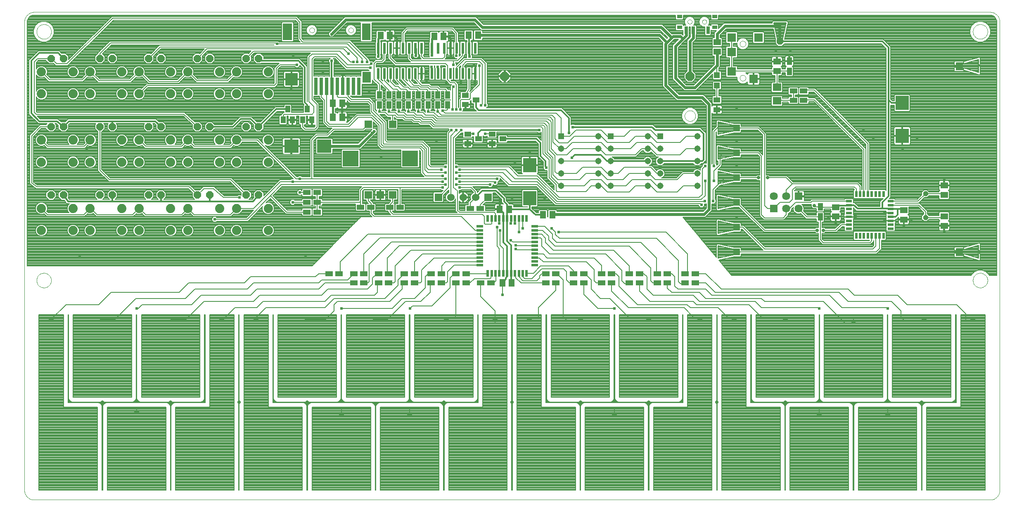
<source format=gtl>
G75*
G70*
%OFA0B0*%
%FSLAX24Y24*%
%IPPOS*%
%LPD*%
%AMOC8*
5,1,8,0,0,1.08239X$1,22.5*
%
%ADD10C,0.0000*%
%ADD11R,0.0594X0.0594*%
%ADD12R,0.1266X0.1266*%
%ADD13C,0.0740*%
%ADD14OC8,0.0600*%
%ADD15R,0.0276X0.1417*%
%ADD16R,0.0984X0.0984*%
%ADD17R,0.0748X0.1378*%
%ADD18R,0.0709X0.1378*%
%ADD19R,0.0709X0.0886*%
%ADD20R,0.0515X0.0515*%
%ADD21C,0.0515*%
%ADD22R,0.0200X0.0580*%
%ADD23R,0.0580X0.0200*%
%ADD24R,0.0591X0.0394*%
%ADD25C,0.0394*%
%ADD26R,0.0600X0.0600*%
%ADD27C,0.0600*%
%ADD28R,0.0394X0.0591*%
%ADD29R,0.0512X0.0591*%
%ADD30R,0.0394X0.0551*%
%ADD31R,0.0551X0.0394*%
%ADD32R,0.0591X0.0512*%
%ADD33OC8,0.0709*%
%ADD34R,0.0236X0.0866*%
%ADD35R,0.0709X0.0709*%
%ADD36R,0.0500X0.0220*%
%ADD37R,0.0220X0.0500*%
%ADD38R,0.0709X0.0630*%
%ADD39OC8,0.0400*%
%ADD40R,0.0643X0.0643*%
%ADD41C,0.0643*%
%ADD42R,0.0276X0.0591*%
%ADD43R,0.0394X0.0315*%
%ADD44R,0.1063X0.1161*%
%ADD45R,0.1161X0.1063*%
%ADD46R,0.0472X0.0472*%
%ADD47R,0.0551X0.0433*%
%ADD48C,0.0070*%
%ADD49OC8,0.0240*%
%ADD50C,0.0240*%
%ADD51C,0.0120*%
%ADD52C,0.0160*%
%ADD53C,0.0140*%
%ADD54R,0.0531X0.0531*%
%ADD55C,0.0080*%
%ADD56OC8,0.0531*%
%ADD57C,0.0240*%
D10*
X000927Y000100D02*
X078093Y000100D01*
X078147Y000102D01*
X078200Y000107D01*
X078253Y000116D01*
X078305Y000129D01*
X078357Y000145D01*
X078407Y000165D01*
X078455Y000188D01*
X078502Y000215D01*
X078547Y000244D01*
X078590Y000277D01*
X078630Y000312D01*
X078668Y000350D01*
X078703Y000390D01*
X078736Y000433D01*
X078765Y000478D01*
X078792Y000525D01*
X078815Y000573D01*
X078835Y000623D01*
X078851Y000675D01*
X078864Y000727D01*
X078873Y000780D01*
X078878Y000833D01*
X078880Y000887D01*
X078880Y038683D01*
X078878Y038737D01*
X078873Y038790D01*
X078864Y038843D01*
X078851Y038895D01*
X078835Y038947D01*
X078815Y038997D01*
X078792Y039045D01*
X078765Y039092D01*
X078736Y039137D01*
X078703Y039180D01*
X078668Y039220D01*
X078630Y039258D01*
X078590Y039293D01*
X078547Y039326D01*
X078502Y039355D01*
X078455Y039382D01*
X078407Y039405D01*
X078357Y039425D01*
X078305Y039441D01*
X078253Y039454D01*
X078200Y039463D01*
X078147Y039468D01*
X078093Y039470D01*
X000927Y039470D01*
X000873Y039468D01*
X000820Y039463D01*
X000767Y039454D01*
X000715Y039441D01*
X000663Y039425D01*
X000613Y039405D01*
X000565Y039382D01*
X000518Y039355D01*
X000473Y039326D01*
X000430Y039293D01*
X000390Y039258D01*
X000352Y039220D01*
X000317Y039180D01*
X000284Y039137D01*
X000255Y039092D01*
X000228Y039045D01*
X000205Y038997D01*
X000185Y038947D01*
X000169Y038895D01*
X000156Y038843D01*
X000147Y038790D01*
X000142Y038737D01*
X000140Y038683D01*
X000140Y000887D01*
X000142Y000833D01*
X000147Y000780D01*
X000156Y000727D01*
X000169Y000675D01*
X000185Y000623D01*
X000205Y000573D01*
X000228Y000525D01*
X000255Y000478D01*
X000284Y000433D01*
X000317Y000390D01*
X000352Y000350D01*
X000390Y000312D01*
X000430Y000277D01*
X000473Y000244D01*
X000518Y000215D01*
X000565Y000188D01*
X000613Y000165D01*
X000663Y000145D01*
X000715Y000129D01*
X000767Y000116D01*
X000820Y000107D01*
X000873Y000102D01*
X000927Y000100D01*
X001124Y017817D02*
X001126Y017865D01*
X001132Y017913D01*
X001142Y017960D01*
X001155Y018006D01*
X001173Y018051D01*
X001193Y018095D01*
X001218Y018137D01*
X001246Y018176D01*
X001276Y018213D01*
X001310Y018247D01*
X001347Y018279D01*
X001385Y018308D01*
X001426Y018333D01*
X001469Y018355D01*
X001514Y018373D01*
X001560Y018387D01*
X001607Y018398D01*
X001655Y018405D01*
X001703Y018408D01*
X001751Y018407D01*
X001799Y018402D01*
X001847Y018393D01*
X001893Y018381D01*
X001938Y018364D01*
X001982Y018344D01*
X002024Y018321D01*
X002064Y018294D01*
X002102Y018264D01*
X002137Y018231D01*
X002169Y018195D01*
X002199Y018157D01*
X002225Y018116D01*
X002247Y018073D01*
X002267Y018029D01*
X002282Y017984D01*
X002294Y017937D01*
X002302Y017889D01*
X002306Y017841D01*
X002306Y017793D01*
X002302Y017745D01*
X002294Y017697D01*
X002282Y017650D01*
X002267Y017605D01*
X002247Y017561D01*
X002225Y017518D01*
X002199Y017477D01*
X002169Y017439D01*
X002137Y017403D01*
X002102Y017370D01*
X002064Y017340D01*
X002024Y017313D01*
X001982Y017290D01*
X001938Y017270D01*
X001893Y017253D01*
X001847Y017241D01*
X001799Y017232D01*
X001751Y017227D01*
X001703Y017226D01*
X001655Y017229D01*
X001607Y017236D01*
X001560Y017247D01*
X001514Y017261D01*
X001469Y017279D01*
X001426Y017301D01*
X001385Y017326D01*
X001347Y017355D01*
X001310Y017387D01*
X001276Y017421D01*
X001246Y017458D01*
X001218Y017497D01*
X001193Y017539D01*
X001173Y017583D01*
X001155Y017628D01*
X001142Y017674D01*
X001132Y017721D01*
X001126Y017769D01*
X001124Y017817D01*
X001124Y037895D02*
X001126Y037943D01*
X001132Y037991D01*
X001142Y038038D01*
X001155Y038084D01*
X001173Y038129D01*
X001193Y038173D01*
X001218Y038215D01*
X001246Y038254D01*
X001276Y038291D01*
X001310Y038325D01*
X001347Y038357D01*
X001385Y038386D01*
X001426Y038411D01*
X001469Y038433D01*
X001514Y038451D01*
X001560Y038465D01*
X001607Y038476D01*
X001655Y038483D01*
X001703Y038486D01*
X001751Y038485D01*
X001799Y038480D01*
X001847Y038471D01*
X001893Y038459D01*
X001938Y038442D01*
X001982Y038422D01*
X002024Y038399D01*
X002064Y038372D01*
X002102Y038342D01*
X002137Y038309D01*
X002169Y038273D01*
X002199Y038235D01*
X002225Y038194D01*
X002247Y038151D01*
X002267Y038107D01*
X002282Y038062D01*
X002294Y038015D01*
X002302Y037967D01*
X002306Y037919D01*
X002306Y037871D01*
X002302Y037823D01*
X002294Y037775D01*
X002282Y037728D01*
X002267Y037683D01*
X002247Y037639D01*
X002225Y037596D01*
X002199Y037555D01*
X002169Y037517D01*
X002137Y037481D01*
X002102Y037448D01*
X002064Y037418D01*
X002024Y037391D01*
X001982Y037368D01*
X001938Y037348D01*
X001893Y037331D01*
X001847Y037319D01*
X001799Y037310D01*
X001751Y037305D01*
X001703Y037304D01*
X001655Y037307D01*
X001607Y037314D01*
X001560Y037325D01*
X001514Y037339D01*
X001469Y037357D01*
X001426Y037379D01*
X001385Y037404D01*
X001347Y037433D01*
X001310Y037465D01*
X001276Y037499D01*
X001246Y037536D01*
X001218Y037575D01*
X001193Y037617D01*
X001173Y037661D01*
X001155Y037706D01*
X001142Y037752D01*
X001132Y037799D01*
X001126Y037847D01*
X001124Y037895D01*
X023152Y038013D02*
X023154Y038040D01*
X023160Y038067D01*
X023169Y038093D01*
X023182Y038117D01*
X023198Y038140D01*
X023217Y038159D01*
X023239Y038176D01*
X023263Y038190D01*
X023288Y038200D01*
X023315Y038207D01*
X023342Y038210D01*
X023370Y038209D01*
X023397Y038204D01*
X023423Y038196D01*
X023447Y038184D01*
X023470Y038168D01*
X023491Y038150D01*
X023508Y038129D01*
X023523Y038105D01*
X023534Y038080D01*
X023542Y038054D01*
X023546Y038027D01*
X023546Y037999D01*
X023542Y037972D01*
X023534Y037946D01*
X023523Y037921D01*
X023508Y037897D01*
X023491Y037876D01*
X023470Y037858D01*
X023448Y037842D01*
X023423Y037830D01*
X023397Y037822D01*
X023370Y037817D01*
X023342Y037816D01*
X023315Y037819D01*
X023288Y037826D01*
X023263Y037836D01*
X023239Y037850D01*
X023217Y037867D01*
X023198Y037886D01*
X023182Y037909D01*
X023169Y037933D01*
X023160Y037959D01*
X023154Y037986D01*
X023152Y038013D01*
X026301Y038013D02*
X026303Y038040D01*
X026309Y038067D01*
X026318Y038093D01*
X026331Y038117D01*
X026347Y038140D01*
X026366Y038159D01*
X026388Y038176D01*
X026412Y038190D01*
X026437Y038200D01*
X026464Y038207D01*
X026491Y038210D01*
X026519Y038209D01*
X026546Y038204D01*
X026572Y038196D01*
X026596Y038184D01*
X026619Y038168D01*
X026640Y038150D01*
X026657Y038129D01*
X026672Y038105D01*
X026683Y038080D01*
X026691Y038054D01*
X026695Y038027D01*
X026695Y037999D01*
X026691Y037972D01*
X026683Y037946D01*
X026672Y037921D01*
X026657Y037897D01*
X026640Y037876D01*
X026619Y037858D01*
X026597Y037842D01*
X026572Y037830D01*
X026546Y037822D01*
X026519Y037817D01*
X026491Y037816D01*
X026464Y037819D01*
X026437Y037826D01*
X026412Y037836D01*
X026388Y037850D01*
X026366Y037867D01*
X026347Y037886D01*
X026331Y037909D01*
X026318Y037933D01*
X026309Y037959D01*
X026303Y037986D01*
X026301Y038013D01*
X053678Y038691D02*
X053680Y038717D01*
X053686Y038743D01*
X053696Y038768D01*
X053709Y038791D01*
X053725Y038811D01*
X053745Y038829D01*
X053767Y038844D01*
X053790Y038856D01*
X053816Y038864D01*
X053842Y038868D01*
X053868Y038868D01*
X053894Y038864D01*
X053920Y038856D01*
X053944Y038844D01*
X053965Y038829D01*
X053985Y038811D01*
X054001Y038791D01*
X054014Y038768D01*
X054024Y038743D01*
X054030Y038717D01*
X054032Y038691D01*
X054030Y038665D01*
X054024Y038639D01*
X054014Y038614D01*
X054001Y038591D01*
X053985Y038571D01*
X053965Y038553D01*
X053943Y038538D01*
X053920Y038526D01*
X053894Y038518D01*
X053868Y038514D01*
X053842Y038514D01*
X053816Y038518D01*
X053790Y038526D01*
X053766Y038538D01*
X053745Y038553D01*
X053725Y038571D01*
X053709Y038591D01*
X053696Y038614D01*
X053686Y038639D01*
X053680Y038665D01*
X053678Y038691D01*
X054859Y038691D02*
X054861Y038717D01*
X054867Y038743D01*
X054877Y038768D01*
X054890Y038791D01*
X054906Y038811D01*
X054926Y038829D01*
X054948Y038844D01*
X054971Y038856D01*
X054997Y038864D01*
X055023Y038868D01*
X055049Y038868D01*
X055075Y038864D01*
X055101Y038856D01*
X055125Y038844D01*
X055146Y038829D01*
X055166Y038811D01*
X055182Y038791D01*
X055195Y038768D01*
X055205Y038743D01*
X055211Y038717D01*
X055213Y038691D01*
X055211Y038665D01*
X055205Y038639D01*
X055195Y038614D01*
X055182Y038591D01*
X055166Y038571D01*
X055146Y038553D01*
X055124Y038538D01*
X055101Y038526D01*
X055075Y038518D01*
X055049Y038514D01*
X055023Y038514D01*
X054997Y038518D01*
X054971Y038526D01*
X054947Y038538D01*
X054926Y038553D01*
X054906Y038571D01*
X054890Y038591D01*
X054877Y038614D01*
X054867Y038639D01*
X054861Y038665D01*
X054859Y038691D01*
X057896Y036911D02*
X057898Y036941D01*
X057904Y036971D01*
X057913Y037000D01*
X057926Y037027D01*
X057943Y037052D01*
X057962Y037075D01*
X057985Y037096D01*
X058010Y037113D01*
X058036Y037127D01*
X058065Y037137D01*
X058094Y037144D01*
X058124Y037147D01*
X058155Y037146D01*
X058185Y037141D01*
X058214Y037132D01*
X058241Y037120D01*
X058267Y037105D01*
X058291Y037086D01*
X058312Y037064D01*
X058330Y037040D01*
X058345Y037013D01*
X058356Y036985D01*
X058364Y036956D01*
X058368Y036926D01*
X058368Y036896D01*
X058364Y036866D01*
X058356Y036837D01*
X058345Y036809D01*
X058330Y036782D01*
X058312Y036758D01*
X058291Y036736D01*
X058267Y036717D01*
X058241Y036702D01*
X058214Y036690D01*
X058185Y036681D01*
X058155Y036676D01*
X058124Y036675D01*
X058094Y036678D01*
X058065Y036685D01*
X058036Y036695D01*
X058010Y036709D01*
X057985Y036726D01*
X057962Y036747D01*
X057943Y036770D01*
X057926Y036795D01*
X057913Y036822D01*
X057904Y036851D01*
X057898Y036881D01*
X057896Y036911D01*
X057896Y034155D02*
X057898Y034185D01*
X057904Y034215D01*
X057913Y034244D01*
X057926Y034271D01*
X057943Y034296D01*
X057962Y034319D01*
X057985Y034340D01*
X058010Y034357D01*
X058036Y034371D01*
X058065Y034381D01*
X058094Y034388D01*
X058124Y034391D01*
X058155Y034390D01*
X058185Y034385D01*
X058214Y034376D01*
X058241Y034364D01*
X058267Y034349D01*
X058291Y034330D01*
X058312Y034308D01*
X058330Y034284D01*
X058345Y034257D01*
X058356Y034229D01*
X058364Y034200D01*
X058368Y034170D01*
X058368Y034140D01*
X058364Y034110D01*
X058356Y034081D01*
X058345Y034053D01*
X058330Y034026D01*
X058312Y034002D01*
X058291Y033980D01*
X058267Y033961D01*
X058241Y033946D01*
X058214Y033934D01*
X058185Y033925D01*
X058155Y033920D01*
X058124Y033919D01*
X058094Y033922D01*
X058065Y033929D01*
X058036Y033939D01*
X058010Y033953D01*
X057985Y033970D01*
X057962Y033991D01*
X057943Y034014D01*
X057926Y034039D01*
X057913Y034066D01*
X057904Y034095D01*
X057898Y034125D01*
X057896Y034155D01*
X053443Y031093D02*
X053445Y031134D01*
X053451Y031175D01*
X053461Y031215D01*
X053474Y031254D01*
X053491Y031291D01*
X053512Y031327D01*
X053536Y031361D01*
X053563Y031392D01*
X053592Y031420D01*
X053625Y031446D01*
X053659Y031468D01*
X053696Y031487D01*
X053734Y031502D01*
X053774Y031514D01*
X053814Y031522D01*
X053855Y031526D01*
X053897Y031526D01*
X053938Y031522D01*
X053978Y031514D01*
X054018Y031502D01*
X054056Y031487D01*
X054092Y031468D01*
X054127Y031446D01*
X054160Y031420D01*
X054189Y031392D01*
X054216Y031361D01*
X054240Y031327D01*
X054261Y031291D01*
X054278Y031254D01*
X054291Y031215D01*
X054301Y031175D01*
X054307Y031134D01*
X054309Y031093D01*
X054307Y031052D01*
X054301Y031011D01*
X054291Y030971D01*
X054278Y030932D01*
X054261Y030895D01*
X054240Y030859D01*
X054216Y030825D01*
X054189Y030794D01*
X054160Y030766D01*
X054127Y030740D01*
X054093Y030718D01*
X054056Y030699D01*
X054018Y030684D01*
X053978Y030672D01*
X053938Y030664D01*
X053897Y030660D01*
X053855Y030660D01*
X053814Y030664D01*
X053774Y030672D01*
X053734Y030684D01*
X053696Y030699D01*
X053660Y030718D01*
X053625Y030740D01*
X053592Y030766D01*
X053563Y030794D01*
X053536Y030825D01*
X053512Y030859D01*
X053491Y030895D01*
X053474Y030932D01*
X053461Y030971D01*
X053451Y031011D01*
X053445Y031052D01*
X053443Y031093D01*
X076714Y037895D02*
X076716Y037943D01*
X076722Y037991D01*
X076732Y038038D01*
X076745Y038084D01*
X076763Y038129D01*
X076783Y038173D01*
X076808Y038215D01*
X076836Y038254D01*
X076866Y038291D01*
X076900Y038325D01*
X076937Y038357D01*
X076975Y038386D01*
X077016Y038411D01*
X077059Y038433D01*
X077104Y038451D01*
X077150Y038465D01*
X077197Y038476D01*
X077245Y038483D01*
X077293Y038486D01*
X077341Y038485D01*
X077389Y038480D01*
X077437Y038471D01*
X077483Y038459D01*
X077528Y038442D01*
X077572Y038422D01*
X077614Y038399D01*
X077654Y038372D01*
X077692Y038342D01*
X077727Y038309D01*
X077759Y038273D01*
X077789Y038235D01*
X077815Y038194D01*
X077837Y038151D01*
X077857Y038107D01*
X077872Y038062D01*
X077884Y038015D01*
X077892Y037967D01*
X077896Y037919D01*
X077896Y037871D01*
X077892Y037823D01*
X077884Y037775D01*
X077872Y037728D01*
X077857Y037683D01*
X077837Y037639D01*
X077815Y037596D01*
X077789Y037555D01*
X077759Y037517D01*
X077727Y037481D01*
X077692Y037448D01*
X077654Y037418D01*
X077614Y037391D01*
X077572Y037368D01*
X077528Y037348D01*
X077483Y037331D01*
X077437Y037319D01*
X077389Y037310D01*
X077341Y037305D01*
X077293Y037304D01*
X077245Y037307D01*
X077197Y037314D01*
X077150Y037325D01*
X077104Y037339D01*
X077059Y037357D01*
X077016Y037379D01*
X076975Y037404D01*
X076937Y037433D01*
X076900Y037465D01*
X076866Y037499D01*
X076836Y037536D01*
X076808Y037575D01*
X076783Y037617D01*
X076763Y037661D01*
X076745Y037706D01*
X076732Y037752D01*
X076722Y037799D01*
X076716Y037847D01*
X076714Y037895D01*
X076714Y017817D02*
X076716Y017865D01*
X076722Y017913D01*
X076732Y017960D01*
X076745Y018006D01*
X076763Y018051D01*
X076783Y018095D01*
X076808Y018137D01*
X076836Y018176D01*
X076866Y018213D01*
X076900Y018247D01*
X076937Y018279D01*
X076975Y018308D01*
X077016Y018333D01*
X077059Y018355D01*
X077104Y018373D01*
X077150Y018387D01*
X077197Y018398D01*
X077245Y018405D01*
X077293Y018408D01*
X077341Y018407D01*
X077389Y018402D01*
X077437Y018393D01*
X077483Y018381D01*
X077528Y018364D01*
X077572Y018344D01*
X077614Y018321D01*
X077654Y018294D01*
X077692Y018264D01*
X077727Y018231D01*
X077759Y018195D01*
X077789Y018157D01*
X077815Y018116D01*
X077837Y018073D01*
X077857Y018029D01*
X077872Y017984D01*
X077884Y017937D01*
X077892Y017889D01*
X077896Y017841D01*
X077896Y017793D01*
X077892Y017745D01*
X077884Y017697D01*
X077872Y017650D01*
X077857Y017605D01*
X077837Y017561D01*
X077815Y017518D01*
X077789Y017477D01*
X077759Y017439D01*
X077727Y017403D01*
X077692Y017370D01*
X077654Y017340D01*
X077614Y017313D01*
X077572Y017290D01*
X077528Y017270D01*
X077483Y017253D01*
X077437Y017241D01*
X077389Y017232D01*
X077341Y017227D01*
X077293Y017226D01*
X077245Y017229D01*
X077197Y017236D01*
X077150Y017247D01*
X077104Y017261D01*
X077059Y017279D01*
X077016Y017301D01*
X076975Y017326D01*
X076937Y017355D01*
X076900Y017387D01*
X076866Y017421D01*
X076836Y017458D01*
X076808Y017497D01*
X076783Y017539D01*
X076763Y017583D01*
X076745Y017628D01*
X076732Y017674D01*
X076722Y017721D01*
X076716Y017769D01*
X076714Y017817D01*
D11*
X029864Y024706D03*
X028880Y024706D03*
X027896Y024706D03*
X027896Y030415D03*
X029864Y030415D03*
D12*
X031282Y027659D03*
X026479Y027659D03*
D13*
X019826Y027360D03*
X019826Y029140D03*
X017266Y029140D03*
X015889Y029140D03*
X015889Y027360D03*
X017266Y027360D03*
X013329Y027360D03*
X011951Y027360D03*
X011951Y029140D03*
X013329Y029140D03*
X009391Y029140D03*
X008014Y029140D03*
X008014Y027360D03*
X009391Y027360D03*
X005454Y027360D03*
X004077Y027360D03*
X004077Y029140D03*
X005454Y029140D03*
X001517Y029140D03*
X001517Y027360D03*
X001517Y023628D03*
X004077Y023628D03*
X005454Y023628D03*
X008014Y023628D03*
X009391Y023628D03*
X011951Y023628D03*
X013329Y023628D03*
X015889Y023628D03*
X017266Y023628D03*
X019826Y023628D03*
X019826Y021848D03*
X017266Y021848D03*
X015889Y021848D03*
X013329Y021848D03*
X011951Y021848D03*
X009391Y021848D03*
X008014Y021848D03*
X005454Y021848D03*
X004077Y021848D03*
X001517Y021848D03*
X001517Y032871D03*
X001517Y034651D03*
X004077Y034651D03*
X005454Y034651D03*
X005454Y032871D03*
X004077Y032871D03*
X008014Y032871D03*
X009391Y032871D03*
X009391Y034651D03*
X008014Y034651D03*
X011951Y034651D03*
X013329Y034651D03*
X013329Y032871D03*
X011951Y032871D03*
X015889Y032871D03*
X017266Y032871D03*
X017266Y034651D03*
X015889Y034651D03*
X019826Y034651D03*
X019826Y032871D03*
D14*
X019046Y030218D03*
X018046Y030218D03*
X015109Y030218D03*
X014109Y030218D03*
X011171Y030218D03*
X010171Y030218D03*
X007234Y030218D03*
X006234Y030218D03*
X003297Y030218D03*
X002297Y030218D03*
X002297Y024706D03*
X003297Y024706D03*
X006234Y024706D03*
X007234Y024706D03*
X010171Y024706D03*
X011171Y024706D03*
X014109Y024706D03*
X015109Y024706D03*
X018046Y024706D03*
X019046Y024706D03*
X019046Y035730D03*
X018046Y035730D03*
X015109Y035730D03*
X014109Y035730D03*
X011171Y035730D03*
X010171Y035730D03*
X007234Y035730D03*
X006234Y035730D03*
X003297Y035730D03*
X002297Y035730D03*
D15*
X023683Y033486D03*
X024116Y033486D03*
X024549Y033486D03*
X024983Y033486D03*
X025416Y033486D03*
X025849Y033486D03*
X026282Y033486D03*
X026715Y033486D03*
X027148Y033486D03*
D16*
X021695Y034057D03*
D17*
X021380Y037895D03*
D18*
X027738Y037895D03*
D19*
X027778Y034204D03*
D20*
X043459Y029439D03*
X047459Y029439D03*
X051459Y029439D03*
D21*
X050459Y029439D03*
X050459Y028439D03*
X051459Y028439D03*
X051459Y027439D03*
X050459Y027439D03*
X050459Y026439D03*
X051459Y026439D03*
X051459Y025439D03*
X050459Y025439D03*
X047459Y025439D03*
X046459Y025439D03*
X046459Y026439D03*
X046459Y027439D03*
X047459Y027439D03*
X047459Y026439D03*
X047459Y028439D03*
X046459Y028439D03*
X046459Y029439D03*
X043459Y028439D03*
X043459Y027439D03*
X043459Y026439D03*
X043459Y025439D03*
X054459Y025439D03*
X054459Y026439D03*
X054459Y027439D03*
X054459Y028439D03*
X054459Y029439D03*
D22*
X040686Y022814D03*
X040376Y022814D03*
X040056Y022814D03*
X039746Y022814D03*
X039426Y022814D03*
X039116Y022814D03*
X038806Y022814D03*
X038486Y022814D03*
X038176Y022814D03*
X037856Y022814D03*
X037546Y022814D03*
X037546Y018394D03*
X037856Y018394D03*
X038176Y018394D03*
X038486Y018394D03*
X038806Y018394D03*
X039116Y018394D03*
X039426Y018394D03*
X039746Y018394D03*
X040056Y018394D03*
X040376Y018394D03*
X040686Y018394D03*
D23*
X041326Y019034D03*
X041326Y019344D03*
X041326Y019664D03*
X041326Y019974D03*
X041326Y020294D03*
X041326Y020604D03*
X041326Y020914D03*
X041326Y021234D03*
X041326Y021544D03*
X041326Y021864D03*
X041326Y022174D03*
X036906Y022174D03*
X036906Y021864D03*
X036906Y021544D03*
X036906Y021234D03*
X036906Y020914D03*
X036906Y020604D03*
X036906Y020294D03*
X036906Y019974D03*
X036906Y019664D03*
X036906Y019344D03*
X036906Y019034D03*
D24*
X035804Y018350D03*
X035804Y017600D03*
X034976Y017600D03*
X034976Y018350D03*
X033804Y018350D03*
X033804Y017600D03*
X032976Y017600D03*
X032976Y018350D03*
X031634Y018350D03*
X031634Y017600D03*
X030806Y017600D03*
X030806Y018350D03*
X029554Y018350D03*
X029554Y017600D03*
X028726Y017600D03*
X028726Y018350D03*
X027554Y018350D03*
X027554Y017600D03*
X026726Y017600D03*
X026726Y018350D03*
X025554Y018350D03*
X024726Y018350D03*
X023783Y023328D03*
X022954Y023328D03*
X022954Y024116D03*
X023783Y024116D03*
X023783Y024903D03*
X022954Y024903D03*
X027285Y023722D03*
X028113Y023722D03*
X029647Y023722D03*
X030476Y023722D03*
X036126Y023620D03*
X036954Y023620D03*
X042226Y018350D03*
X042226Y017600D03*
X043054Y017600D03*
X043054Y018350D03*
X044476Y018350D03*
X044476Y017600D03*
X045304Y017600D03*
X045304Y018350D03*
X046726Y018350D03*
X046726Y017600D03*
X047554Y017600D03*
X047554Y018350D03*
X048976Y018350D03*
X048976Y017600D03*
X049804Y017600D03*
X049804Y018350D03*
X051226Y018350D03*
X051226Y017600D03*
X052054Y017600D03*
X052054Y018350D03*
X053476Y018350D03*
X053476Y017600D03*
X054304Y017600D03*
X054304Y018350D03*
X037804Y017600D03*
X036976Y017600D03*
X062226Y032350D03*
X062226Y033100D03*
X063054Y033100D03*
X063054Y032350D03*
D25*
X061557Y014667D03*
X057423Y014667D03*
X054668Y014667D03*
X050534Y014667D03*
X045022Y014667D03*
X040888Y014667D03*
X038132Y014667D03*
X034195Y014667D03*
X028486Y014667D03*
X022975Y014667D03*
X018841Y014667D03*
X016085Y014667D03*
X012148Y014667D03*
X006439Y014667D03*
X002305Y014667D03*
X009195Y007187D03*
X025731Y006990D03*
X031242Y006990D03*
X047778Y006990D03*
X064313Y006990D03*
X069825Y006990D03*
X067069Y014470D03*
X072778Y014667D03*
X076715Y014667D03*
D26*
X037555Y024524D03*
X033555Y024524D03*
D27*
X034555Y024524D03*
X035555Y024524D03*
X036555Y024524D03*
D28*
X034299Y031969D03*
X033512Y031969D03*
X032725Y031969D03*
X031937Y031969D03*
X031150Y031969D03*
X030362Y031969D03*
X029575Y031969D03*
X028788Y031969D03*
X028788Y032798D03*
X029575Y032798D03*
X030362Y032798D03*
X031150Y032798D03*
X031937Y032798D03*
X032725Y032798D03*
X033512Y032798D03*
X034299Y032798D03*
X061890Y034686D03*
X061890Y035514D03*
X064390Y023764D03*
X064390Y022936D03*
D29*
X042764Y023100D03*
X042016Y023100D03*
X039264Y023563D03*
X038516Y023563D03*
X038726Y017620D03*
X039474Y017620D03*
X025794Y030980D03*
X025046Y030980D03*
X025046Y032100D03*
X025794Y032100D03*
X033231Y037502D03*
X033979Y037502D03*
X036016Y037600D03*
X036764Y037600D03*
X029648Y037582D03*
X028900Y037582D03*
D30*
X022975Y031635D03*
X023349Y030769D03*
X022601Y030769D03*
X021774Y030769D03*
X021026Y030769D03*
X021400Y031635D03*
D31*
X035731Y032009D03*
X036597Y032383D03*
X035731Y032757D03*
X035927Y029608D03*
X036794Y029234D03*
X035927Y028860D03*
X037896Y028860D03*
X037896Y029608D03*
X038762Y029234D03*
D32*
X056060Y036286D03*
X056060Y037034D03*
X060890Y035474D03*
X060890Y034726D03*
X074390Y025474D03*
X074390Y024726D03*
X074390Y022974D03*
X074390Y022226D03*
X071140Y022726D03*
X071140Y023474D03*
X065640Y023724D03*
X065640Y022976D03*
D33*
X053876Y034293D03*
X038915Y034293D03*
D34*
X036536Y034509D03*
X036036Y034509D03*
X035536Y034509D03*
X035036Y034509D03*
X034536Y034509D03*
X034036Y034509D03*
X033536Y034509D03*
X033036Y034509D03*
X032205Y034509D03*
X031705Y034509D03*
X031205Y034509D03*
X030705Y034509D03*
X030205Y034509D03*
X029705Y034509D03*
X029205Y034509D03*
X028705Y034509D03*
X028705Y036557D03*
X029205Y036557D03*
X029705Y036557D03*
X030205Y036557D03*
X030705Y036557D03*
X031205Y036557D03*
X031705Y036557D03*
X032205Y036557D03*
X033036Y036557D03*
X033536Y036557D03*
X034036Y036557D03*
X034536Y036557D03*
X035036Y036557D03*
X035536Y036557D03*
X036036Y036557D03*
X036536Y036557D03*
D35*
X057227Y036242D03*
X057227Y037423D03*
X059392Y037423D03*
X057227Y034667D03*
X058998Y034076D03*
D36*
X066700Y024202D03*
X066700Y023887D03*
X066700Y023572D03*
X066700Y023257D03*
X066700Y022943D03*
X066700Y022628D03*
X066700Y022313D03*
X066700Y021998D03*
X070080Y021998D03*
X070080Y022313D03*
X070080Y022628D03*
X070080Y022943D03*
X070080Y023257D03*
X070080Y023572D03*
X070080Y023887D03*
X070080Y024202D03*
D37*
X069492Y024790D03*
X069177Y024790D03*
X068862Y024790D03*
X068547Y024790D03*
X068233Y024790D03*
X067918Y024790D03*
X067603Y024790D03*
X067288Y024790D03*
X067288Y021410D03*
X067603Y021410D03*
X067918Y021410D03*
X068233Y021410D03*
X068547Y021410D03*
X068862Y021410D03*
X069177Y021410D03*
X069492Y021410D03*
D38*
X060890Y032299D03*
X060890Y033401D03*
D39*
X072890Y024811D03*
X072890Y022889D03*
D40*
X062640Y024600D03*
X060640Y023600D03*
D41*
X060640Y024600D03*
X061640Y024600D03*
X061640Y023600D03*
X062640Y023600D03*
D42*
X055331Y038002D03*
X054150Y038002D03*
X053560Y038002D03*
D43*
X053028Y038257D03*
X053028Y039124D03*
X055863Y039124D03*
X055863Y038257D03*
D44*
X071006Y032137D03*
X071006Y029480D03*
X040940Y027109D03*
X040940Y024451D03*
D45*
X024349Y028650D03*
X021691Y028650D03*
D46*
X056046Y033545D03*
X056046Y034372D03*
D47*
X056046Y032383D03*
X056046Y031596D03*
D48*
X040380Y022810D02*
X040376Y022814D01*
X040380Y022810D02*
X040380Y022020D01*
X040060Y021700D02*
X040060Y022810D01*
X040056Y022814D01*
X041326Y022174D02*
X042146Y022174D01*
X042780Y021540D01*
X042780Y021202D01*
X042460Y021380D02*
X041976Y021864D01*
X041326Y021864D01*
X041326Y021544D02*
X041896Y021544D01*
X042220Y021220D01*
X042220Y020887D01*
X041900Y021140D02*
X041900Y020572D01*
X041900Y021140D02*
X041806Y021234D01*
X041326Y021234D01*
X042700Y022020D02*
X043020Y021700D01*
X043020Y021517D01*
X044060Y018980D02*
X041820Y018980D01*
X041234Y018394D01*
X040686Y018394D01*
X040376Y018394D02*
X040376Y018104D01*
X040540Y017940D01*
X041100Y017940D01*
X041900Y018740D01*
X043660Y018740D01*
X043900Y018500D01*
X043900Y017860D01*
X044140Y017620D01*
X044456Y017620D01*
X044476Y017600D01*
X044476Y018350D02*
X044460Y018366D01*
X044460Y018580D01*
X044060Y018980D01*
X043140Y018350D02*
X043640Y017850D01*
X043640Y014850D01*
X043890Y014600D01*
X044955Y014600D01*
X045022Y014667D01*
X046437Y015553D02*
X047778Y015553D01*
X047801Y015061D02*
X047801Y008294D01*
X047858Y008158D01*
X047962Y008054D01*
X048098Y007997D01*
X052970Y007997D01*
X053106Y008054D01*
X053210Y008158D01*
X053266Y008294D01*
X053266Y015061D01*
X053313Y015061D01*
X053313Y007951D01*
X050854Y007951D01*
X050718Y007894D01*
X050613Y007790D01*
X050557Y007654D01*
X050557Y000887D01*
X050510Y000887D01*
X050510Y007654D01*
X050454Y007790D01*
X050350Y007894D01*
X050214Y007951D01*
X045342Y007951D01*
X045206Y007894D01*
X045102Y007790D01*
X045045Y007654D01*
X045045Y000887D01*
X044998Y000887D01*
X044998Y007654D01*
X044942Y007790D01*
X044838Y007894D01*
X044702Y007951D01*
X042243Y007951D01*
X042243Y015061D01*
X042289Y015061D01*
X042289Y008294D01*
X042346Y008158D01*
X042450Y008054D01*
X042586Y007997D01*
X047458Y007997D01*
X047594Y008054D01*
X047698Y008158D01*
X047754Y008294D01*
X047754Y015061D01*
X047801Y015061D01*
X047801Y015033D02*
X047754Y015033D01*
X047754Y014965D02*
X047801Y014965D01*
X047801Y014896D02*
X047754Y014896D01*
X047754Y014828D02*
X047801Y014828D01*
X047801Y014759D02*
X047754Y014759D01*
X047754Y014691D02*
X047801Y014691D01*
X047801Y014622D02*
X047754Y014622D01*
X047754Y014554D02*
X047801Y014554D01*
X047801Y014485D02*
X047754Y014485D01*
X047754Y014417D02*
X047801Y014417D01*
X047801Y014348D02*
X047754Y014348D01*
X047754Y014280D02*
X047801Y014280D01*
X047801Y014211D02*
X047754Y014211D01*
X047754Y014143D02*
X047801Y014143D01*
X047801Y014074D02*
X047754Y014074D01*
X047754Y014006D02*
X047801Y014006D01*
X047801Y013937D02*
X047754Y013937D01*
X047754Y013869D02*
X047801Y013869D01*
X047801Y013800D02*
X047754Y013800D01*
X047754Y013732D02*
X047801Y013732D01*
X047801Y013663D02*
X047754Y013663D01*
X047754Y013595D02*
X047801Y013595D01*
X047801Y013526D02*
X047754Y013526D01*
X047754Y013458D02*
X047801Y013458D01*
X047801Y013389D02*
X047754Y013389D01*
X047754Y013321D02*
X047801Y013321D01*
X047801Y013252D02*
X047754Y013252D01*
X047754Y013184D02*
X047801Y013184D01*
X047801Y013115D02*
X047754Y013115D01*
X047754Y013047D02*
X047801Y013047D01*
X047801Y012978D02*
X047754Y012978D01*
X047754Y012910D02*
X047801Y012910D01*
X047801Y012841D02*
X047754Y012841D01*
X047754Y012773D02*
X047801Y012773D01*
X047801Y012704D02*
X047754Y012704D01*
X047754Y012636D02*
X047801Y012636D01*
X047801Y012567D02*
X047754Y012567D01*
X047754Y012499D02*
X047801Y012499D01*
X047801Y012430D02*
X047754Y012430D01*
X047754Y012362D02*
X047801Y012362D01*
X047801Y012293D02*
X047754Y012293D01*
X047754Y012225D02*
X047801Y012225D01*
X047801Y012156D02*
X047754Y012156D01*
X047754Y012088D02*
X047801Y012088D01*
X047801Y012019D02*
X047754Y012019D01*
X047754Y011951D02*
X047801Y011951D01*
X047801Y011882D02*
X047754Y011882D01*
X047754Y011814D02*
X047801Y011814D01*
X047801Y011745D02*
X047754Y011745D01*
X047754Y011677D02*
X047801Y011677D01*
X047801Y011608D02*
X047754Y011608D01*
X047754Y011540D02*
X047801Y011540D01*
X047801Y011471D02*
X047754Y011471D01*
X047754Y011403D02*
X047801Y011403D01*
X047801Y011334D02*
X047754Y011334D01*
X047754Y011266D02*
X047801Y011266D01*
X047801Y011197D02*
X047754Y011197D01*
X047754Y011129D02*
X047801Y011129D01*
X047801Y011060D02*
X047754Y011060D01*
X047754Y010992D02*
X047801Y010992D01*
X047801Y010923D02*
X047754Y010923D01*
X047754Y010855D02*
X047801Y010855D01*
X047801Y010786D02*
X047754Y010786D01*
X047754Y010718D02*
X047801Y010718D01*
X047801Y010649D02*
X047754Y010649D01*
X047754Y010581D02*
X047801Y010581D01*
X047801Y010512D02*
X047754Y010512D01*
X047754Y010444D02*
X047801Y010444D01*
X047801Y010375D02*
X047754Y010375D01*
X047754Y010307D02*
X047801Y010307D01*
X047801Y010238D02*
X047754Y010238D01*
X047754Y010170D02*
X047801Y010170D01*
X047801Y010101D02*
X047754Y010101D01*
X047754Y010033D02*
X047801Y010033D01*
X047801Y009964D02*
X047754Y009964D01*
X047754Y009896D02*
X047801Y009896D01*
X047801Y009827D02*
X047754Y009827D01*
X047754Y009759D02*
X047801Y009759D01*
X047801Y009690D02*
X047754Y009690D01*
X047754Y009622D02*
X047801Y009622D01*
X047801Y009553D02*
X047754Y009553D01*
X047754Y009485D02*
X047801Y009485D01*
X047801Y009416D02*
X047754Y009416D01*
X047754Y009348D02*
X047801Y009348D01*
X047801Y009279D02*
X047754Y009279D01*
X047754Y009211D02*
X047801Y009211D01*
X047801Y009142D02*
X047754Y009142D01*
X047754Y009074D02*
X047801Y009074D01*
X047801Y009005D02*
X047754Y009005D01*
X047754Y008937D02*
X047801Y008937D01*
X047801Y008868D02*
X047754Y008868D01*
X047754Y008800D02*
X047801Y008800D01*
X047801Y008731D02*
X047754Y008731D01*
X047754Y008663D02*
X047801Y008663D01*
X047801Y008594D02*
X047754Y008594D01*
X047754Y008526D02*
X047801Y008526D01*
X047801Y008457D02*
X047754Y008457D01*
X047754Y008389D02*
X047801Y008389D01*
X047801Y008320D02*
X047754Y008320D01*
X047737Y008252D02*
X047819Y008252D01*
X047847Y008183D02*
X047708Y008183D01*
X047655Y008115D02*
X047901Y008115D01*
X047981Y008046D02*
X047575Y008046D01*
X047778Y007482D02*
X047778Y006990D01*
X050314Y007909D02*
X050753Y007909D01*
X050664Y007841D02*
X050403Y007841D01*
X050461Y007772D02*
X050606Y007772D01*
X050578Y007704D02*
X050490Y007704D01*
X050510Y007635D02*
X050557Y007635D01*
X050557Y007567D02*
X050510Y007567D01*
X050510Y007498D02*
X050557Y007498D01*
X050557Y007430D02*
X050510Y007430D01*
X050510Y007361D02*
X050557Y007361D01*
X050557Y007293D02*
X050510Y007293D01*
X050510Y007224D02*
X050557Y007224D01*
X050557Y007156D02*
X050510Y007156D01*
X050510Y007087D02*
X050557Y007087D01*
X050557Y007019D02*
X050510Y007019D01*
X050510Y006950D02*
X050557Y006950D01*
X050557Y006882D02*
X050510Y006882D01*
X050510Y006813D02*
X050557Y006813D01*
X050557Y006745D02*
X050510Y006745D01*
X050510Y006676D02*
X050557Y006676D01*
X050557Y006608D02*
X050510Y006608D01*
X050510Y006539D02*
X050557Y006539D01*
X050557Y006471D02*
X050510Y006471D01*
X050510Y006402D02*
X050557Y006402D01*
X050557Y006334D02*
X050510Y006334D01*
X050510Y006265D02*
X050557Y006265D01*
X050557Y006197D02*
X050510Y006197D01*
X050510Y006128D02*
X050557Y006128D01*
X050557Y006060D02*
X050510Y006060D01*
X050510Y005991D02*
X050557Y005991D01*
X050557Y005923D02*
X050510Y005923D01*
X050510Y005854D02*
X050557Y005854D01*
X050557Y005786D02*
X050510Y005786D01*
X050510Y005717D02*
X050557Y005717D01*
X050557Y005649D02*
X050510Y005649D01*
X050510Y005580D02*
X050557Y005580D01*
X050557Y005512D02*
X050510Y005512D01*
X050510Y005443D02*
X050557Y005443D01*
X050557Y005375D02*
X050510Y005375D01*
X050510Y005306D02*
X050557Y005306D01*
X050557Y005238D02*
X050510Y005238D01*
X050510Y005169D02*
X050557Y005169D01*
X050557Y005101D02*
X050510Y005101D01*
X050510Y005032D02*
X050557Y005032D01*
X050557Y004964D02*
X050510Y004964D01*
X050510Y004895D02*
X050557Y004895D01*
X050557Y004827D02*
X050510Y004827D01*
X050510Y004758D02*
X050557Y004758D01*
X050557Y004690D02*
X050510Y004690D01*
X050510Y004621D02*
X050557Y004621D01*
X050557Y004553D02*
X050510Y004553D01*
X050510Y004484D02*
X050557Y004484D01*
X050557Y004416D02*
X050510Y004416D01*
X050510Y004347D02*
X050557Y004347D01*
X050557Y004279D02*
X050510Y004279D01*
X050510Y004210D02*
X050557Y004210D01*
X050557Y004142D02*
X050510Y004142D01*
X050510Y004073D02*
X050557Y004073D01*
X050557Y004005D02*
X050510Y004005D01*
X050510Y003936D02*
X050557Y003936D01*
X050557Y003868D02*
X050510Y003868D01*
X050510Y003799D02*
X050557Y003799D01*
X050557Y003731D02*
X050510Y003731D01*
X050510Y003662D02*
X050557Y003662D01*
X050557Y003594D02*
X050510Y003594D01*
X050510Y003525D02*
X050557Y003525D01*
X050557Y003457D02*
X050510Y003457D01*
X050510Y003388D02*
X050557Y003388D01*
X050557Y003320D02*
X050510Y003320D01*
X050510Y003251D02*
X050557Y003251D01*
X050557Y003183D02*
X050510Y003183D01*
X050510Y003114D02*
X050557Y003114D01*
X050557Y003046D02*
X050510Y003046D01*
X050510Y002977D02*
X050557Y002977D01*
X050557Y002909D02*
X050510Y002909D01*
X050510Y002840D02*
X050557Y002840D01*
X050557Y002772D02*
X050510Y002772D01*
X050510Y002703D02*
X050557Y002703D01*
X050557Y002635D02*
X050510Y002635D01*
X050510Y002566D02*
X050557Y002566D01*
X050557Y002498D02*
X050510Y002498D01*
X050510Y002429D02*
X050557Y002429D01*
X050557Y002361D02*
X050510Y002361D01*
X050510Y002292D02*
X050557Y002292D01*
X050557Y002224D02*
X050510Y002224D01*
X050510Y002155D02*
X050557Y002155D01*
X050557Y002087D02*
X050510Y002087D01*
X050510Y002018D02*
X050557Y002018D01*
X050557Y001950D02*
X050510Y001950D01*
X050510Y001881D02*
X050557Y001881D01*
X050557Y001813D02*
X050510Y001813D01*
X050510Y001744D02*
X050557Y001744D01*
X050557Y001676D02*
X050510Y001676D01*
X050510Y001607D02*
X050557Y001607D01*
X050557Y001539D02*
X050510Y001539D01*
X050510Y001470D02*
X050557Y001470D01*
X050557Y001402D02*
X050510Y001402D01*
X050510Y001333D02*
X050557Y001333D01*
X050557Y001265D02*
X050510Y001265D01*
X050510Y001196D02*
X050557Y001196D01*
X050557Y001128D02*
X050510Y001128D01*
X050510Y001059D02*
X050557Y001059D01*
X050557Y000991D02*
X050510Y000991D01*
X050510Y000922D02*
X050557Y000922D01*
X045045Y000922D02*
X044998Y000922D01*
X044998Y000991D02*
X045045Y000991D01*
X045045Y001059D02*
X044998Y001059D01*
X044998Y001128D02*
X045045Y001128D01*
X045045Y001196D02*
X044998Y001196D01*
X044998Y001265D02*
X045045Y001265D01*
X045045Y001333D02*
X044998Y001333D01*
X044998Y001402D02*
X045045Y001402D01*
X045045Y001470D02*
X044998Y001470D01*
X044998Y001539D02*
X045045Y001539D01*
X045045Y001607D02*
X044998Y001607D01*
X044998Y001676D02*
X045045Y001676D01*
X045045Y001744D02*
X044998Y001744D01*
X044998Y001813D02*
X045045Y001813D01*
X045045Y001881D02*
X044998Y001881D01*
X044998Y001950D02*
X045045Y001950D01*
X045045Y002018D02*
X044998Y002018D01*
X044998Y002087D02*
X045045Y002087D01*
X045045Y002155D02*
X044998Y002155D01*
X044998Y002224D02*
X045045Y002224D01*
X045045Y002292D02*
X044998Y002292D01*
X044998Y002361D02*
X045045Y002361D01*
X045045Y002429D02*
X044998Y002429D01*
X044998Y002498D02*
X045045Y002498D01*
X045045Y002566D02*
X044998Y002566D01*
X044998Y002635D02*
X045045Y002635D01*
X045045Y002703D02*
X044998Y002703D01*
X044998Y002772D02*
X045045Y002772D01*
X045045Y002840D02*
X044998Y002840D01*
X044998Y002909D02*
X045045Y002909D01*
X045045Y002977D02*
X044998Y002977D01*
X044998Y003046D02*
X045045Y003046D01*
X045045Y003114D02*
X044998Y003114D01*
X044998Y003183D02*
X045045Y003183D01*
X045045Y003251D02*
X044998Y003251D01*
X044998Y003320D02*
X045045Y003320D01*
X045045Y003388D02*
X044998Y003388D01*
X044998Y003457D02*
X045045Y003457D01*
X045045Y003525D02*
X044998Y003525D01*
X044998Y003594D02*
X045045Y003594D01*
X045045Y003662D02*
X044998Y003662D01*
X044998Y003731D02*
X045045Y003731D01*
X045045Y003799D02*
X044998Y003799D01*
X044998Y003868D02*
X045045Y003868D01*
X045045Y003936D02*
X044998Y003936D01*
X044998Y004005D02*
X045045Y004005D01*
X045045Y004073D02*
X044998Y004073D01*
X044998Y004142D02*
X045045Y004142D01*
X045045Y004210D02*
X044998Y004210D01*
X044998Y004279D02*
X045045Y004279D01*
X045045Y004347D02*
X044998Y004347D01*
X044998Y004416D02*
X045045Y004416D01*
X045045Y004484D02*
X044998Y004484D01*
X044998Y004553D02*
X045045Y004553D01*
X045045Y004621D02*
X044998Y004621D01*
X044998Y004690D02*
X045045Y004690D01*
X045045Y004758D02*
X044998Y004758D01*
X044998Y004827D02*
X045045Y004827D01*
X045045Y004895D02*
X044998Y004895D01*
X044998Y004964D02*
X045045Y004964D01*
X045045Y005032D02*
X044998Y005032D01*
X044998Y005101D02*
X045045Y005101D01*
X045045Y005169D02*
X044998Y005169D01*
X044998Y005238D02*
X045045Y005238D01*
X045045Y005306D02*
X044998Y005306D01*
X044998Y005375D02*
X045045Y005375D01*
X045045Y005443D02*
X044998Y005443D01*
X044998Y005512D02*
X045045Y005512D01*
X045045Y005580D02*
X044998Y005580D01*
X044998Y005649D02*
X045045Y005649D01*
X045045Y005717D02*
X044998Y005717D01*
X044998Y005786D02*
X045045Y005786D01*
X045045Y005854D02*
X044998Y005854D01*
X044998Y005923D02*
X045045Y005923D01*
X045045Y005991D02*
X044998Y005991D01*
X044998Y006060D02*
X045045Y006060D01*
X045045Y006128D02*
X044998Y006128D01*
X044998Y006197D02*
X045045Y006197D01*
X045045Y006265D02*
X044998Y006265D01*
X044998Y006334D02*
X045045Y006334D01*
X045045Y006402D02*
X044998Y006402D01*
X044998Y006471D02*
X045045Y006471D01*
X045045Y006539D02*
X044998Y006539D01*
X044998Y006608D02*
X045045Y006608D01*
X045045Y006676D02*
X044998Y006676D01*
X044998Y006745D02*
X045045Y006745D01*
X045045Y006813D02*
X044998Y006813D01*
X044998Y006882D02*
X045045Y006882D01*
X045045Y006950D02*
X044998Y006950D01*
X044998Y007019D02*
X045045Y007019D01*
X045045Y007087D02*
X044998Y007087D01*
X044998Y007156D02*
X045045Y007156D01*
X045045Y007224D02*
X044998Y007224D01*
X044998Y007293D02*
X045045Y007293D01*
X045045Y007361D02*
X044998Y007361D01*
X044998Y007430D02*
X045045Y007430D01*
X045045Y007498D02*
X044998Y007498D01*
X044998Y007567D02*
X045045Y007567D01*
X045045Y007635D02*
X044998Y007635D01*
X044978Y007704D02*
X045066Y007704D01*
X045094Y007772D02*
X044950Y007772D01*
X044892Y007841D02*
X045152Y007841D01*
X045242Y007909D02*
X044802Y007909D01*
X042469Y008046D02*
X042243Y008046D01*
X042243Y007978D02*
X053313Y007978D01*
X053313Y008046D02*
X053087Y008046D01*
X053166Y008115D02*
X053313Y008115D01*
X053313Y008183D02*
X053220Y008183D01*
X053249Y008252D02*
X053313Y008252D01*
X053313Y008320D02*
X053266Y008320D01*
X053266Y008389D02*
X053313Y008389D01*
X053313Y008457D02*
X053266Y008457D01*
X053266Y008526D02*
X053313Y008526D01*
X053313Y008594D02*
X053266Y008594D01*
X053266Y008663D02*
X053313Y008663D01*
X053313Y008731D02*
X053266Y008731D01*
X053266Y008800D02*
X053313Y008800D01*
X053313Y008868D02*
X053266Y008868D01*
X053266Y008937D02*
X053313Y008937D01*
X053313Y009005D02*
X053266Y009005D01*
X053266Y009074D02*
X053313Y009074D01*
X053313Y009142D02*
X053266Y009142D01*
X053266Y009211D02*
X053313Y009211D01*
X053313Y009279D02*
X053266Y009279D01*
X053266Y009348D02*
X053313Y009348D01*
X053313Y009416D02*
X053266Y009416D01*
X053266Y009485D02*
X053313Y009485D01*
X053313Y009553D02*
X053266Y009553D01*
X053266Y009622D02*
X053313Y009622D01*
X053313Y009690D02*
X053266Y009690D01*
X053266Y009759D02*
X053313Y009759D01*
X053313Y009827D02*
X053266Y009827D01*
X053266Y009896D02*
X053313Y009896D01*
X053313Y009964D02*
X053266Y009964D01*
X053266Y010033D02*
X053313Y010033D01*
X053313Y010101D02*
X053266Y010101D01*
X053266Y010170D02*
X053313Y010170D01*
X053313Y010238D02*
X053266Y010238D01*
X053266Y010307D02*
X053313Y010307D01*
X053313Y010375D02*
X053266Y010375D01*
X053266Y010444D02*
X053313Y010444D01*
X053313Y010512D02*
X053266Y010512D01*
X053266Y010581D02*
X053313Y010581D01*
X053313Y010649D02*
X053266Y010649D01*
X053266Y010718D02*
X053313Y010718D01*
X053313Y010786D02*
X053266Y010786D01*
X053266Y010855D02*
X053313Y010855D01*
X053313Y010923D02*
X053266Y010923D01*
X053266Y010992D02*
X053313Y010992D01*
X053313Y011060D02*
X053266Y011060D01*
X053266Y011129D02*
X053313Y011129D01*
X053313Y011197D02*
X053266Y011197D01*
X053266Y011266D02*
X053313Y011266D01*
X053313Y011334D02*
X053266Y011334D01*
X053266Y011403D02*
X053313Y011403D01*
X053313Y011471D02*
X053266Y011471D01*
X053266Y011540D02*
X053313Y011540D01*
X053313Y011608D02*
X053266Y011608D01*
X053266Y011677D02*
X053313Y011677D01*
X053313Y011745D02*
X053266Y011745D01*
X053266Y011814D02*
X053313Y011814D01*
X053313Y011882D02*
X053266Y011882D01*
X053266Y011951D02*
X053313Y011951D01*
X053313Y012019D02*
X053266Y012019D01*
X053266Y012088D02*
X053313Y012088D01*
X053313Y012156D02*
X053266Y012156D01*
X053266Y012225D02*
X053313Y012225D01*
X053313Y012293D02*
X053266Y012293D01*
X053266Y012362D02*
X053313Y012362D01*
X053313Y012430D02*
X053266Y012430D01*
X053266Y012499D02*
X053313Y012499D01*
X053313Y012567D02*
X053266Y012567D01*
X053266Y012636D02*
X053313Y012636D01*
X053313Y012704D02*
X053266Y012704D01*
X053266Y012773D02*
X053313Y012773D01*
X053313Y012841D02*
X053266Y012841D01*
X053266Y012910D02*
X053313Y012910D01*
X053313Y012978D02*
X053266Y012978D01*
X053266Y013047D02*
X053313Y013047D01*
X053313Y013115D02*
X053266Y013115D01*
X053266Y013184D02*
X053313Y013184D01*
X053313Y013252D02*
X053266Y013252D01*
X053266Y013321D02*
X053313Y013321D01*
X053313Y013389D02*
X053266Y013389D01*
X053266Y013458D02*
X053313Y013458D01*
X053313Y013526D02*
X053266Y013526D01*
X053266Y013595D02*
X053313Y013595D01*
X053313Y013663D02*
X053266Y013663D01*
X053266Y013732D02*
X053313Y013732D01*
X053313Y013800D02*
X053266Y013800D01*
X053266Y013869D02*
X053313Y013869D01*
X053313Y013937D02*
X053266Y013937D01*
X053266Y014006D02*
X053313Y014006D01*
X053313Y014074D02*
X053266Y014074D01*
X053266Y014143D02*
X053313Y014143D01*
X053313Y014211D02*
X053266Y014211D01*
X053266Y014280D02*
X053313Y014280D01*
X053313Y014348D02*
X053266Y014348D01*
X053266Y014417D02*
X053313Y014417D01*
X053313Y014485D02*
X053266Y014485D01*
X053266Y014554D02*
X053313Y014554D01*
X053313Y014622D02*
X053266Y014622D01*
X053266Y014691D02*
X053313Y014691D01*
X053313Y014759D02*
X053266Y014759D01*
X053266Y014828D02*
X053313Y014828D01*
X053313Y014896D02*
X053266Y014896D01*
X053266Y014965D02*
X053313Y014965D01*
X053313Y015033D02*
X053266Y015033D01*
X053390Y015600D02*
X054140Y014850D01*
X054484Y014850D01*
X054668Y014667D01*
X056022Y014691D02*
X056069Y014691D01*
X056069Y014759D02*
X056022Y014759D01*
X056022Y014828D02*
X056069Y014828D01*
X056069Y014896D02*
X056022Y014896D01*
X056022Y014965D02*
X056069Y014965D01*
X056069Y015033D02*
X056022Y015033D01*
X056022Y015061D02*
X056069Y015061D01*
X056069Y000887D01*
X056022Y000887D01*
X056022Y015061D01*
X056022Y014622D02*
X056069Y014622D01*
X056069Y014554D02*
X056022Y014554D01*
X056022Y014485D02*
X056069Y014485D01*
X056069Y014417D02*
X056022Y014417D01*
X056022Y014348D02*
X056069Y014348D01*
X056069Y014280D02*
X056022Y014280D01*
X056022Y014211D02*
X056069Y014211D01*
X056069Y014143D02*
X056022Y014143D01*
X056022Y014074D02*
X056069Y014074D01*
X056069Y014006D02*
X056022Y014006D01*
X056022Y013937D02*
X056069Y013937D01*
X056069Y013869D02*
X056022Y013869D01*
X056022Y013800D02*
X056069Y013800D01*
X056069Y013732D02*
X056022Y013732D01*
X056022Y013663D02*
X056069Y013663D01*
X056069Y013595D02*
X056022Y013595D01*
X056022Y013526D02*
X056069Y013526D01*
X056069Y013458D02*
X056022Y013458D01*
X056022Y013389D02*
X056069Y013389D01*
X056069Y013321D02*
X056022Y013321D01*
X056022Y013252D02*
X056069Y013252D01*
X056069Y013184D02*
X056022Y013184D01*
X056022Y013115D02*
X056069Y013115D01*
X056069Y013047D02*
X056022Y013047D01*
X056022Y012978D02*
X056069Y012978D01*
X056069Y012910D02*
X056022Y012910D01*
X056022Y012841D02*
X056069Y012841D01*
X056069Y012773D02*
X056022Y012773D01*
X056022Y012704D02*
X056069Y012704D01*
X056069Y012636D02*
X056022Y012636D01*
X056022Y012567D02*
X056069Y012567D01*
X056069Y012499D02*
X056022Y012499D01*
X056022Y012430D02*
X056069Y012430D01*
X056069Y012362D02*
X056022Y012362D01*
X056022Y012293D02*
X056069Y012293D01*
X056069Y012225D02*
X056022Y012225D01*
X056022Y012156D02*
X056069Y012156D01*
X056069Y012088D02*
X056022Y012088D01*
X056022Y012019D02*
X056069Y012019D01*
X056069Y011951D02*
X056022Y011951D01*
X056022Y011882D02*
X056069Y011882D01*
X056069Y011814D02*
X056022Y011814D01*
X056022Y011745D02*
X056069Y011745D01*
X056069Y011677D02*
X056022Y011677D01*
X056022Y011608D02*
X056069Y011608D01*
X056069Y011540D02*
X056022Y011540D01*
X056022Y011471D02*
X056069Y011471D01*
X056069Y011403D02*
X056022Y011403D01*
X056022Y011334D02*
X056069Y011334D01*
X056069Y011266D02*
X056022Y011266D01*
X056022Y011197D02*
X056069Y011197D01*
X056069Y011129D02*
X056022Y011129D01*
X056022Y011060D02*
X056069Y011060D01*
X056069Y010992D02*
X056022Y010992D01*
X056022Y010923D02*
X056069Y010923D01*
X056069Y010855D02*
X056022Y010855D01*
X056022Y010786D02*
X056069Y010786D01*
X056069Y010718D02*
X056022Y010718D01*
X056022Y010649D02*
X056069Y010649D01*
X056069Y010581D02*
X056022Y010581D01*
X056022Y010512D02*
X056069Y010512D01*
X056069Y010444D02*
X056022Y010444D01*
X056022Y010375D02*
X056069Y010375D01*
X056069Y010307D02*
X056022Y010307D01*
X056022Y010238D02*
X056069Y010238D01*
X056069Y010170D02*
X056022Y010170D01*
X056022Y010101D02*
X056069Y010101D01*
X056069Y010033D02*
X056022Y010033D01*
X056022Y009964D02*
X056069Y009964D01*
X056069Y009896D02*
X056022Y009896D01*
X056022Y009827D02*
X056069Y009827D01*
X056069Y009759D02*
X056022Y009759D01*
X056022Y009690D02*
X056069Y009690D01*
X056069Y009622D02*
X056022Y009622D01*
X056022Y009553D02*
X056069Y009553D01*
X056069Y009485D02*
X056022Y009485D01*
X056022Y009416D02*
X056069Y009416D01*
X056069Y009348D02*
X056022Y009348D01*
X056022Y009279D02*
X056069Y009279D01*
X056069Y009211D02*
X056022Y009211D01*
X056022Y009142D02*
X056069Y009142D01*
X056069Y009074D02*
X056022Y009074D01*
X056022Y009005D02*
X056069Y009005D01*
X056069Y008937D02*
X056022Y008937D01*
X056022Y008868D02*
X056069Y008868D01*
X056069Y008800D02*
X056022Y008800D01*
X056022Y008731D02*
X056069Y008731D01*
X056069Y008663D02*
X056022Y008663D01*
X056022Y008594D02*
X056069Y008594D01*
X056069Y008526D02*
X056022Y008526D01*
X056022Y008457D02*
X056069Y008457D01*
X056069Y008389D02*
X056022Y008389D01*
X056022Y008320D02*
X056069Y008320D01*
X056069Y008252D02*
X056022Y008252D01*
X056022Y008183D02*
X056069Y008183D01*
X056069Y008115D02*
X056022Y008115D01*
X056022Y008046D02*
X056069Y008046D01*
X056069Y007978D02*
X056022Y007978D01*
X056022Y007909D02*
X056069Y007909D01*
X056069Y007841D02*
X056022Y007841D01*
X056022Y007772D02*
X056069Y007772D01*
X056069Y007704D02*
X056022Y007704D01*
X056022Y007635D02*
X056069Y007635D01*
X056069Y007567D02*
X056022Y007567D01*
X056022Y007498D02*
X056069Y007498D01*
X056069Y007430D02*
X056022Y007430D01*
X056022Y007361D02*
X056069Y007361D01*
X056069Y007293D02*
X056022Y007293D01*
X056022Y007224D02*
X056069Y007224D01*
X056069Y007156D02*
X056022Y007156D01*
X056022Y007087D02*
X056069Y007087D01*
X056069Y007019D02*
X056022Y007019D01*
X056022Y006950D02*
X056069Y006950D01*
X056069Y006882D02*
X056022Y006882D01*
X056022Y006813D02*
X056069Y006813D01*
X056069Y006745D02*
X056022Y006745D01*
X056022Y006676D02*
X056069Y006676D01*
X056069Y006608D02*
X056022Y006608D01*
X056022Y006539D02*
X056069Y006539D01*
X056069Y006471D02*
X056022Y006471D01*
X056022Y006402D02*
X056069Y006402D01*
X056069Y006334D02*
X056022Y006334D01*
X056022Y006265D02*
X056069Y006265D01*
X056069Y006197D02*
X056022Y006197D01*
X056022Y006128D02*
X056069Y006128D01*
X056069Y006060D02*
X056022Y006060D01*
X056022Y005991D02*
X056069Y005991D01*
X056069Y005923D02*
X056022Y005923D01*
X056022Y005854D02*
X056069Y005854D01*
X056069Y005786D02*
X056022Y005786D01*
X056022Y005717D02*
X056069Y005717D01*
X056069Y005649D02*
X056022Y005649D01*
X056022Y005580D02*
X056069Y005580D01*
X056069Y005512D02*
X056022Y005512D01*
X056022Y005443D02*
X056069Y005443D01*
X056069Y005375D02*
X056022Y005375D01*
X056022Y005306D02*
X056069Y005306D01*
X056069Y005238D02*
X056022Y005238D01*
X056022Y005169D02*
X056069Y005169D01*
X056069Y005101D02*
X056022Y005101D01*
X056022Y005032D02*
X056069Y005032D01*
X056069Y004964D02*
X056022Y004964D01*
X056022Y004895D02*
X056069Y004895D01*
X056069Y004827D02*
X056022Y004827D01*
X056022Y004758D02*
X056069Y004758D01*
X056069Y004690D02*
X056022Y004690D01*
X056022Y004621D02*
X056069Y004621D01*
X056069Y004553D02*
X056022Y004553D01*
X056022Y004484D02*
X056069Y004484D01*
X056069Y004416D02*
X056022Y004416D01*
X056022Y004347D02*
X056069Y004347D01*
X056069Y004279D02*
X056022Y004279D01*
X056022Y004210D02*
X056069Y004210D01*
X056069Y004142D02*
X056022Y004142D01*
X056022Y004073D02*
X056069Y004073D01*
X056069Y004005D02*
X056022Y004005D01*
X056022Y003936D02*
X056069Y003936D01*
X056069Y003868D02*
X056022Y003868D01*
X056022Y003799D02*
X056069Y003799D01*
X056069Y003731D02*
X056022Y003731D01*
X056022Y003662D02*
X056069Y003662D01*
X056069Y003594D02*
X056022Y003594D01*
X056022Y003525D02*
X056069Y003525D01*
X056069Y003457D02*
X056022Y003457D01*
X056022Y003388D02*
X056069Y003388D01*
X056069Y003320D02*
X056022Y003320D01*
X056022Y003251D02*
X056069Y003251D01*
X056069Y003183D02*
X056022Y003183D01*
X056022Y003114D02*
X056069Y003114D01*
X056069Y003046D02*
X056022Y003046D01*
X056022Y002977D02*
X056069Y002977D01*
X056069Y002909D02*
X056022Y002909D01*
X056022Y002840D02*
X056069Y002840D01*
X056069Y002772D02*
X056022Y002772D01*
X056022Y002703D02*
X056069Y002703D01*
X056069Y002635D02*
X056022Y002635D01*
X056022Y002566D02*
X056069Y002566D01*
X056069Y002498D02*
X056022Y002498D01*
X056022Y002429D02*
X056069Y002429D01*
X056069Y002361D02*
X056022Y002361D01*
X056022Y002292D02*
X056069Y002292D01*
X056069Y002224D02*
X056022Y002224D01*
X056022Y002155D02*
X056069Y002155D01*
X056069Y002087D02*
X056022Y002087D01*
X056022Y002018D02*
X056069Y002018D01*
X056069Y001950D02*
X056022Y001950D01*
X056022Y001881D02*
X056069Y001881D01*
X056069Y001813D02*
X056022Y001813D01*
X056022Y001744D02*
X056069Y001744D01*
X056069Y001676D02*
X056022Y001676D01*
X056022Y001607D02*
X056069Y001607D01*
X056069Y001539D02*
X056022Y001539D01*
X056022Y001470D02*
X056069Y001470D01*
X056069Y001402D02*
X056022Y001402D01*
X056022Y001333D02*
X056069Y001333D01*
X056069Y001265D02*
X056022Y001265D01*
X056022Y001196D02*
X056069Y001196D01*
X056069Y001128D02*
X056022Y001128D01*
X056022Y001059D02*
X056069Y001059D01*
X056069Y000991D02*
X056022Y000991D01*
X056022Y000922D02*
X056069Y000922D01*
X061534Y000922D02*
X061581Y000922D01*
X061581Y000887D02*
X061534Y000887D01*
X061534Y007654D01*
X061478Y007790D01*
X061373Y007894D01*
X061237Y007951D01*
X058778Y007951D01*
X058778Y015061D01*
X058825Y015061D01*
X058825Y008294D01*
X058881Y008158D01*
X058985Y008054D01*
X059121Y007997D01*
X063993Y007997D01*
X064129Y008054D01*
X064233Y008158D01*
X064290Y008294D01*
X064290Y015061D01*
X064337Y015061D01*
X064337Y008294D01*
X064393Y008158D01*
X064497Y008054D01*
X064633Y007997D01*
X069505Y007997D01*
X069641Y008054D01*
X069745Y008158D01*
X069802Y008294D01*
X069802Y015061D01*
X069848Y015061D01*
X069848Y008294D01*
X069905Y008158D01*
X070009Y008054D01*
X070145Y007997D01*
X070292Y007997D01*
X074869Y007997D01*
X075017Y007997D01*
X075153Y008054D01*
X075257Y008158D01*
X075313Y008294D01*
X075313Y015061D01*
X075360Y015061D01*
X075360Y007951D01*
X072901Y007951D01*
X072765Y007894D01*
X072661Y007790D01*
X072604Y007654D01*
X072604Y000887D01*
X072558Y000887D01*
X072558Y007654D01*
X072501Y007790D01*
X072397Y007894D01*
X072261Y007951D01*
X067389Y007951D01*
X067253Y007894D01*
X067149Y007790D01*
X067093Y007654D01*
X067093Y000887D01*
X067046Y000887D01*
X067046Y007654D01*
X066989Y007790D01*
X066885Y007894D01*
X066749Y007951D01*
X061877Y007951D01*
X061741Y007894D01*
X061637Y007790D01*
X061581Y007654D01*
X061581Y000887D01*
X061581Y000991D02*
X061534Y000991D01*
X061534Y001059D02*
X061581Y001059D01*
X061581Y001128D02*
X061534Y001128D01*
X061534Y001196D02*
X061581Y001196D01*
X061581Y001265D02*
X061534Y001265D01*
X061534Y001333D02*
X061581Y001333D01*
X061581Y001402D02*
X061534Y001402D01*
X061534Y001470D02*
X061581Y001470D01*
X061581Y001539D02*
X061534Y001539D01*
X061534Y001607D02*
X061581Y001607D01*
X061581Y001676D02*
X061534Y001676D01*
X061534Y001744D02*
X061581Y001744D01*
X061581Y001813D02*
X061534Y001813D01*
X061534Y001881D02*
X061581Y001881D01*
X061581Y001950D02*
X061534Y001950D01*
X061534Y002018D02*
X061581Y002018D01*
X061581Y002087D02*
X061534Y002087D01*
X061534Y002155D02*
X061581Y002155D01*
X061581Y002224D02*
X061534Y002224D01*
X061534Y002292D02*
X061581Y002292D01*
X061581Y002361D02*
X061534Y002361D01*
X061534Y002429D02*
X061581Y002429D01*
X061581Y002498D02*
X061534Y002498D01*
X061534Y002566D02*
X061581Y002566D01*
X061581Y002635D02*
X061534Y002635D01*
X061534Y002703D02*
X061581Y002703D01*
X061581Y002772D02*
X061534Y002772D01*
X061534Y002840D02*
X061581Y002840D01*
X061581Y002909D02*
X061534Y002909D01*
X061534Y002977D02*
X061581Y002977D01*
X061581Y003046D02*
X061534Y003046D01*
X061534Y003114D02*
X061581Y003114D01*
X061581Y003183D02*
X061534Y003183D01*
X061534Y003251D02*
X061581Y003251D01*
X061581Y003320D02*
X061534Y003320D01*
X061534Y003388D02*
X061581Y003388D01*
X061581Y003457D02*
X061534Y003457D01*
X061534Y003525D02*
X061581Y003525D01*
X061581Y003594D02*
X061534Y003594D01*
X061534Y003662D02*
X061581Y003662D01*
X061581Y003731D02*
X061534Y003731D01*
X061534Y003799D02*
X061581Y003799D01*
X061581Y003868D02*
X061534Y003868D01*
X061534Y003936D02*
X061581Y003936D01*
X061581Y004005D02*
X061534Y004005D01*
X061534Y004073D02*
X061581Y004073D01*
X061581Y004142D02*
X061534Y004142D01*
X061534Y004210D02*
X061581Y004210D01*
X061581Y004279D02*
X061534Y004279D01*
X061534Y004347D02*
X061581Y004347D01*
X061581Y004416D02*
X061534Y004416D01*
X061534Y004484D02*
X061581Y004484D01*
X061581Y004553D02*
X061534Y004553D01*
X061534Y004621D02*
X061581Y004621D01*
X061581Y004690D02*
X061534Y004690D01*
X061534Y004758D02*
X061581Y004758D01*
X061581Y004827D02*
X061534Y004827D01*
X061534Y004895D02*
X061581Y004895D01*
X061581Y004964D02*
X061534Y004964D01*
X061534Y005032D02*
X061581Y005032D01*
X061581Y005101D02*
X061534Y005101D01*
X061534Y005169D02*
X061581Y005169D01*
X061581Y005238D02*
X061534Y005238D01*
X061534Y005306D02*
X061581Y005306D01*
X061581Y005375D02*
X061534Y005375D01*
X061534Y005443D02*
X061581Y005443D01*
X061581Y005512D02*
X061534Y005512D01*
X061534Y005580D02*
X061581Y005580D01*
X061581Y005649D02*
X061534Y005649D01*
X061534Y005717D02*
X061581Y005717D01*
X061581Y005786D02*
X061534Y005786D01*
X061534Y005854D02*
X061581Y005854D01*
X061581Y005923D02*
X061534Y005923D01*
X061534Y005991D02*
X061581Y005991D01*
X061581Y006060D02*
X061534Y006060D01*
X061534Y006128D02*
X061581Y006128D01*
X061581Y006197D02*
X061534Y006197D01*
X061534Y006265D02*
X061581Y006265D01*
X061581Y006334D02*
X061534Y006334D01*
X061534Y006402D02*
X061581Y006402D01*
X061581Y006471D02*
X061534Y006471D01*
X061534Y006539D02*
X061581Y006539D01*
X061581Y006608D02*
X061534Y006608D01*
X061534Y006676D02*
X061581Y006676D01*
X061581Y006745D02*
X061534Y006745D01*
X061534Y006813D02*
X061581Y006813D01*
X061581Y006882D02*
X061534Y006882D01*
X061534Y006950D02*
X061581Y006950D01*
X061581Y007019D02*
X061534Y007019D01*
X061534Y007087D02*
X061581Y007087D01*
X061581Y007156D02*
X061534Y007156D01*
X061534Y007224D02*
X061581Y007224D01*
X061581Y007293D02*
X061534Y007293D01*
X061534Y007361D02*
X061581Y007361D01*
X061581Y007430D02*
X061534Y007430D01*
X061534Y007498D02*
X061581Y007498D01*
X061581Y007567D02*
X061534Y007567D01*
X061534Y007635D02*
X061581Y007635D01*
X061601Y007704D02*
X061513Y007704D01*
X061485Y007772D02*
X061630Y007772D01*
X061688Y007841D02*
X061427Y007841D01*
X061338Y007909D02*
X061777Y007909D01*
X064110Y008046D02*
X064516Y008046D01*
X064436Y008115D02*
X064190Y008115D01*
X064244Y008183D02*
X064383Y008183D01*
X064354Y008252D02*
X064272Y008252D01*
X064290Y008320D02*
X064337Y008320D01*
X064337Y008389D02*
X064290Y008389D01*
X064290Y008457D02*
X064337Y008457D01*
X064337Y008526D02*
X064290Y008526D01*
X064290Y008594D02*
X064337Y008594D01*
X064337Y008663D02*
X064290Y008663D01*
X064290Y008731D02*
X064337Y008731D01*
X064337Y008800D02*
X064290Y008800D01*
X064290Y008868D02*
X064337Y008868D01*
X064337Y008937D02*
X064290Y008937D01*
X064290Y009005D02*
X064337Y009005D01*
X064337Y009074D02*
X064290Y009074D01*
X064290Y009142D02*
X064337Y009142D01*
X064337Y009211D02*
X064290Y009211D01*
X064290Y009279D02*
X064337Y009279D01*
X064337Y009348D02*
X064290Y009348D01*
X064290Y009416D02*
X064337Y009416D01*
X064337Y009485D02*
X064290Y009485D01*
X064290Y009553D02*
X064337Y009553D01*
X064337Y009622D02*
X064290Y009622D01*
X064290Y009690D02*
X064337Y009690D01*
X064337Y009759D02*
X064290Y009759D01*
X064290Y009827D02*
X064337Y009827D01*
X064337Y009896D02*
X064290Y009896D01*
X064290Y009964D02*
X064337Y009964D01*
X064337Y010033D02*
X064290Y010033D01*
X064290Y010101D02*
X064337Y010101D01*
X064337Y010170D02*
X064290Y010170D01*
X064290Y010238D02*
X064337Y010238D01*
X064337Y010307D02*
X064290Y010307D01*
X064290Y010375D02*
X064337Y010375D01*
X064337Y010444D02*
X064290Y010444D01*
X064290Y010512D02*
X064337Y010512D01*
X064337Y010581D02*
X064290Y010581D01*
X064290Y010649D02*
X064337Y010649D01*
X064337Y010718D02*
X064290Y010718D01*
X064290Y010786D02*
X064337Y010786D01*
X064337Y010855D02*
X064290Y010855D01*
X064290Y010923D02*
X064337Y010923D01*
X064337Y010992D02*
X064290Y010992D01*
X064290Y011060D02*
X064337Y011060D01*
X064337Y011129D02*
X064290Y011129D01*
X064290Y011197D02*
X064337Y011197D01*
X064337Y011266D02*
X064290Y011266D01*
X064290Y011334D02*
X064337Y011334D01*
X064337Y011403D02*
X064290Y011403D01*
X064290Y011471D02*
X064337Y011471D01*
X064337Y011540D02*
X064290Y011540D01*
X064290Y011608D02*
X064337Y011608D01*
X064337Y011677D02*
X064290Y011677D01*
X064290Y011745D02*
X064337Y011745D01*
X064337Y011814D02*
X064290Y011814D01*
X064290Y011882D02*
X064337Y011882D01*
X064337Y011951D02*
X064290Y011951D01*
X064290Y012019D02*
X064337Y012019D01*
X064337Y012088D02*
X064290Y012088D01*
X064290Y012156D02*
X064337Y012156D01*
X064337Y012225D02*
X064290Y012225D01*
X064290Y012293D02*
X064337Y012293D01*
X064337Y012362D02*
X064290Y012362D01*
X064290Y012430D02*
X064337Y012430D01*
X064337Y012499D02*
X064290Y012499D01*
X064290Y012567D02*
X064337Y012567D01*
X064337Y012636D02*
X064290Y012636D01*
X064290Y012704D02*
X064337Y012704D01*
X064337Y012773D02*
X064290Y012773D01*
X064290Y012841D02*
X064337Y012841D01*
X064337Y012910D02*
X064290Y012910D01*
X064290Y012978D02*
X064337Y012978D01*
X064337Y013047D02*
X064290Y013047D01*
X064290Y013115D02*
X064337Y013115D01*
X064337Y013184D02*
X064290Y013184D01*
X064290Y013252D02*
X064337Y013252D01*
X064337Y013321D02*
X064290Y013321D01*
X064290Y013389D02*
X064337Y013389D01*
X064337Y013458D02*
X064290Y013458D01*
X064290Y013526D02*
X064337Y013526D01*
X064337Y013595D02*
X064290Y013595D01*
X064290Y013663D02*
X064337Y013663D01*
X064337Y013732D02*
X064290Y013732D01*
X064290Y013800D02*
X064337Y013800D01*
X064337Y013869D02*
X064290Y013869D01*
X064290Y013937D02*
X064337Y013937D01*
X064337Y014006D02*
X064290Y014006D01*
X064290Y014074D02*
X064337Y014074D01*
X064337Y014143D02*
X064290Y014143D01*
X064290Y014211D02*
X064337Y014211D01*
X064337Y014280D02*
X064290Y014280D01*
X064290Y014348D02*
X064337Y014348D01*
X064337Y014417D02*
X064290Y014417D01*
X064290Y014485D02*
X064337Y014485D01*
X064337Y014554D02*
X064290Y014554D01*
X064290Y014622D02*
X064337Y014622D01*
X064337Y014691D02*
X064290Y014691D01*
X064290Y014759D02*
X064337Y014759D01*
X064337Y014828D02*
X064290Y014828D01*
X064290Y014896D02*
X064337Y014896D01*
X064337Y014965D02*
X064290Y014965D01*
X064290Y015033D02*
X064337Y015033D01*
X064313Y015553D02*
X064266Y015600D01*
X059640Y015600D01*
X059140Y016100D01*
X054640Y016100D01*
X054140Y016600D01*
X050890Y016600D01*
X050390Y017100D01*
X050390Y018100D01*
X050140Y018350D01*
X049804Y018350D01*
X049804Y017600D02*
X049804Y016936D01*
X050640Y016100D01*
X054140Y016100D01*
X054390Y015850D01*
X058640Y015850D01*
X059640Y014850D01*
X061374Y014850D01*
X061557Y014667D01*
X058825Y014691D02*
X058778Y014691D01*
X058778Y014759D02*
X058825Y014759D01*
X058825Y014828D02*
X058778Y014828D01*
X058778Y014896D02*
X058825Y014896D01*
X058825Y014965D02*
X058778Y014965D01*
X058778Y015033D02*
X058825Y015033D01*
X058825Y014622D02*
X058778Y014622D01*
X058778Y014554D02*
X058825Y014554D01*
X058825Y014485D02*
X058778Y014485D01*
X058778Y014417D02*
X058825Y014417D01*
X058825Y014348D02*
X058778Y014348D01*
X058778Y014280D02*
X058825Y014280D01*
X058825Y014211D02*
X058778Y014211D01*
X058778Y014143D02*
X058825Y014143D01*
X058825Y014074D02*
X058778Y014074D01*
X058778Y014006D02*
X058825Y014006D01*
X058825Y013937D02*
X058778Y013937D01*
X058778Y013869D02*
X058825Y013869D01*
X058825Y013800D02*
X058778Y013800D01*
X058778Y013732D02*
X058825Y013732D01*
X058825Y013663D02*
X058778Y013663D01*
X058778Y013595D02*
X058825Y013595D01*
X058825Y013526D02*
X058778Y013526D01*
X058778Y013458D02*
X058825Y013458D01*
X058825Y013389D02*
X058778Y013389D01*
X058778Y013321D02*
X058825Y013321D01*
X058825Y013252D02*
X058778Y013252D01*
X058778Y013184D02*
X058825Y013184D01*
X058825Y013115D02*
X058778Y013115D01*
X058778Y013047D02*
X058825Y013047D01*
X058825Y012978D02*
X058778Y012978D01*
X058778Y012910D02*
X058825Y012910D01*
X058825Y012841D02*
X058778Y012841D01*
X058778Y012773D02*
X058825Y012773D01*
X058825Y012704D02*
X058778Y012704D01*
X058778Y012636D02*
X058825Y012636D01*
X058825Y012567D02*
X058778Y012567D01*
X058778Y012499D02*
X058825Y012499D01*
X058825Y012430D02*
X058778Y012430D01*
X058778Y012362D02*
X058825Y012362D01*
X058825Y012293D02*
X058778Y012293D01*
X058778Y012225D02*
X058825Y012225D01*
X058825Y012156D02*
X058778Y012156D01*
X058778Y012088D02*
X058825Y012088D01*
X058825Y012019D02*
X058778Y012019D01*
X058778Y011951D02*
X058825Y011951D01*
X058825Y011882D02*
X058778Y011882D01*
X058778Y011814D02*
X058825Y011814D01*
X058825Y011745D02*
X058778Y011745D01*
X058778Y011677D02*
X058825Y011677D01*
X058825Y011608D02*
X058778Y011608D01*
X058778Y011540D02*
X058825Y011540D01*
X058825Y011471D02*
X058778Y011471D01*
X058778Y011403D02*
X058825Y011403D01*
X058825Y011334D02*
X058778Y011334D01*
X058778Y011266D02*
X058825Y011266D01*
X058825Y011197D02*
X058778Y011197D01*
X058778Y011129D02*
X058825Y011129D01*
X058825Y011060D02*
X058778Y011060D01*
X058778Y010992D02*
X058825Y010992D01*
X058825Y010923D02*
X058778Y010923D01*
X058778Y010855D02*
X058825Y010855D01*
X058825Y010786D02*
X058778Y010786D01*
X058778Y010718D02*
X058825Y010718D01*
X058825Y010649D02*
X058778Y010649D01*
X058778Y010581D02*
X058825Y010581D01*
X058825Y010512D02*
X058778Y010512D01*
X058778Y010444D02*
X058825Y010444D01*
X058825Y010375D02*
X058778Y010375D01*
X058778Y010307D02*
X058825Y010307D01*
X058825Y010238D02*
X058778Y010238D01*
X058778Y010170D02*
X058825Y010170D01*
X058825Y010101D02*
X058778Y010101D01*
X058778Y010033D02*
X058825Y010033D01*
X058825Y009964D02*
X058778Y009964D01*
X058778Y009896D02*
X058825Y009896D01*
X058825Y009827D02*
X058778Y009827D01*
X058778Y009759D02*
X058825Y009759D01*
X058825Y009690D02*
X058778Y009690D01*
X058778Y009622D02*
X058825Y009622D01*
X058825Y009553D02*
X058778Y009553D01*
X058778Y009485D02*
X058825Y009485D01*
X058825Y009416D02*
X058778Y009416D01*
X058778Y009348D02*
X058825Y009348D01*
X058825Y009279D02*
X058778Y009279D01*
X058778Y009211D02*
X058825Y009211D01*
X058825Y009142D02*
X058778Y009142D01*
X058778Y009074D02*
X058825Y009074D01*
X058825Y009005D02*
X058778Y009005D01*
X058778Y008937D02*
X058825Y008937D01*
X058825Y008868D02*
X058778Y008868D01*
X058778Y008800D02*
X058825Y008800D01*
X058825Y008731D02*
X058778Y008731D01*
X058778Y008663D02*
X058825Y008663D01*
X058825Y008594D02*
X058778Y008594D01*
X058778Y008526D02*
X058825Y008526D01*
X058825Y008457D02*
X058778Y008457D01*
X058778Y008389D02*
X058825Y008389D01*
X058825Y008320D02*
X058778Y008320D01*
X058778Y008252D02*
X058842Y008252D01*
X058871Y008183D02*
X058778Y008183D01*
X058778Y008115D02*
X058925Y008115D01*
X059004Y008046D02*
X058778Y008046D01*
X058778Y007978D02*
X075360Y007978D01*
X075360Y008046D02*
X075134Y008046D01*
X075214Y008115D02*
X075360Y008115D01*
X075360Y008183D02*
X075267Y008183D01*
X075296Y008252D02*
X075360Y008252D01*
X075360Y008320D02*
X075313Y008320D01*
X075313Y008389D02*
X075360Y008389D01*
X075360Y008457D02*
X075313Y008457D01*
X075313Y008526D02*
X075360Y008526D01*
X075360Y008594D02*
X075313Y008594D01*
X075313Y008663D02*
X075360Y008663D01*
X075360Y008731D02*
X075313Y008731D01*
X075313Y008800D02*
X075360Y008800D01*
X075360Y008868D02*
X075313Y008868D01*
X075313Y008937D02*
X075360Y008937D01*
X075360Y009005D02*
X075313Y009005D01*
X075313Y009074D02*
X075360Y009074D01*
X075360Y009142D02*
X075313Y009142D01*
X075313Y009211D02*
X075360Y009211D01*
X075360Y009279D02*
X075313Y009279D01*
X075313Y009348D02*
X075360Y009348D01*
X075360Y009416D02*
X075313Y009416D01*
X075313Y009485D02*
X075360Y009485D01*
X075360Y009553D02*
X075313Y009553D01*
X075313Y009622D02*
X075360Y009622D01*
X075360Y009690D02*
X075313Y009690D01*
X075313Y009759D02*
X075360Y009759D01*
X075360Y009827D02*
X075313Y009827D01*
X075313Y009896D02*
X075360Y009896D01*
X075360Y009964D02*
X075313Y009964D01*
X075313Y010033D02*
X075360Y010033D01*
X075360Y010101D02*
X075313Y010101D01*
X075313Y010170D02*
X075360Y010170D01*
X075360Y010238D02*
X075313Y010238D01*
X075313Y010307D02*
X075360Y010307D01*
X075360Y010375D02*
X075313Y010375D01*
X075313Y010444D02*
X075360Y010444D01*
X075360Y010512D02*
X075313Y010512D01*
X075313Y010581D02*
X075360Y010581D01*
X075360Y010649D02*
X075313Y010649D01*
X075313Y010718D02*
X075360Y010718D01*
X075360Y010786D02*
X075313Y010786D01*
X075313Y010855D02*
X075360Y010855D01*
X075360Y010923D02*
X075313Y010923D01*
X075313Y010992D02*
X075360Y010992D01*
X075360Y011060D02*
X075313Y011060D01*
X075313Y011129D02*
X075360Y011129D01*
X075360Y011197D02*
X075313Y011197D01*
X075313Y011266D02*
X075360Y011266D01*
X075360Y011334D02*
X075313Y011334D01*
X075313Y011403D02*
X075360Y011403D01*
X075360Y011471D02*
X075313Y011471D01*
X075313Y011540D02*
X075360Y011540D01*
X075360Y011608D02*
X075313Y011608D01*
X075313Y011677D02*
X075360Y011677D01*
X075360Y011745D02*
X075313Y011745D01*
X075313Y011814D02*
X075360Y011814D01*
X075360Y011882D02*
X075313Y011882D01*
X075313Y011951D02*
X075360Y011951D01*
X075360Y012019D02*
X075313Y012019D01*
X075313Y012088D02*
X075360Y012088D01*
X075360Y012156D02*
X075313Y012156D01*
X075313Y012225D02*
X075360Y012225D01*
X075360Y012293D02*
X075313Y012293D01*
X075313Y012362D02*
X075360Y012362D01*
X075360Y012430D02*
X075313Y012430D01*
X075313Y012499D02*
X075360Y012499D01*
X075360Y012567D02*
X075313Y012567D01*
X075313Y012636D02*
X075360Y012636D01*
X075360Y012704D02*
X075313Y012704D01*
X075313Y012773D02*
X075360Y012773D01*
X075360Y012841D02*
X075313Y012841D01*
X075313Y012910D02*
X075360Y012910D01*
X075360Y012978D02*
X075313Y012978D01*
X075313Y013047D02*
X075360Y013047D01*
X075360Y013115D02*
X075313Y013115D01*
X075313Y013184D02*
X075360Y013184D01*
X075360Y013252D02*
X075313Y013252D01*
X075313Y013321D02*
X075360Y013321D01*
X075360Y013389D02*
X075313Y013389D01*
X075313Y013458D02*
X075360Y013458D01*
X075360Y013526D02*
X075313Y013526D01*
X075313Y013595D02*
X075360Y013595D01*
X075360Y013663D02*
X075313Y013663D01*
X075313Y013732D02*
X075360Y013732D01*
X075360Y013800D02*
X075313Y013800D01*
X075313Y013869D02*
X075360Y013869D01*
X075360Y013937D02*
X075313Y013937D01*
X075313Y014006D02*
X075360Y014006D01*
X075360Y014074D02*
X075313Y014074D01*
X075313Y014143D02*
X075360Y014143D01*
X075360Y014211D02*
X075313Y014211D01*
X075313Y014280D02*
X075360Y014280D01*
X075360Y014348D02*
X075313Y014348D01*
X075313Y014417D02*
X075360Y014417D01*
X075360Y014485D02*
X075313Y014485D01*
X075313Y014554D02*
X075360Y014554D01*
X075360Y014622D02*
X075313Y014622D01*
X075313Y014691D02*
X075360Y014691D01*
X075360Y014759D02*
X075313Y014759D01*
X075313Y014828D02*
X075360Y014828D01*
X075360Y014896D02*
X075313Y014896D01*
X075313Y014965D02*
X075360Y014965D01*
X075360Y015033D02*
X075313Y015033D01*
X075390Y015850D02*
X076140Y015100D01*
X076140Y014600D01*
X076648Y014600D01*
X076715Y014667D01*
X075390Y015850D02*
X071390Y015850D01*
X070640Y016600D01*
X067140Y016600D01*
X066640Y017100D01*
X056390Y017100D01*
X055140Y018350D01*
X054304Y018350D01*
X054304Y017600D02*
X055140Y017600D01*
X055890Y016850D01*
X065890Y016850D01*
X066640Y016100D01*
X070140Y016100D01*
X070890Y015350D01*
X070890Y014850D01*
X071140Y014600D01*
X072711Y014600D01*
X072778Y014667D01*
X069848Y014691D02*
X069802Y014691D01*
X069802Y014759D02*
X069848Y014759D01*
X069848Y014828D02*
X069802Y014828D01*
X069802Y014896D02*
X069848Y014896D01*
X069848Y014965D02*
X069802Y014965D01*
X069802Y015033D02*
X069848Y015033D01*
X069848Y014622D02*
X069802Y014622D01*
X069802Y014554D02*
X069848Y014554D01*
X069848Y014485D02*
X069802Y014485D01*
X069802Y014417D02*
X069848Y014417D01*
X069848Y014348D02*
X069802Y014348D01*
X069802Y014280D02*
X069848Y014280D01*
X069848Y014211D02*
X069802Y014211D01*
X069802Y014143D02*
X069848Y014143D01*
X069848Y014074D02*
X069802Y014074D01*
X069802Y014006D02*
X069848Y014006D01*
X069848Y013937D02*
X069802Y013937D01*
X069802Y013869D02*
X069848Y013869D01*
X069848Y013800D02*
X069802Y013800D01*
X069802Y013732D02*
X069848Y013732D01*
X069848Y013663D02*
X069802Y013663D01*
X069802Y013595D02*
X069848Y013595D01*
X069848Y013526D02*
X069802Y013526D01*
X069802Y013458D02*
X069848Y013458D01*
X069848Y013389D02*
X069802Y013389D01*
X069802Y013321D02*
X069848Y013321D01*
X069848Y013252D02*
X069802Y013252D01*
X069802Y013184D02*
X069848Y013184D01*
X069848Y013115D02*
X069802Y013115D01*
X069802Y013047D02*
X069848Y013047D01*
X069848Y012978D02*
X069802Y012978D01*
X069802Y012910D02*
X069848Y012910D01*
X069848Y012841D02*
X069802Y012841D01*
X069802Y012773D02*
X069848Y012773D01*
X069848Y012704D02*
X069802Y012704D01*
X069802Y012636D02*
X069848Y012636D01*
X069848Y012567D02*
X069802Y012567D01*
X069802Y012499D02*
X069848Y012499D01*
X069848Y012430D02*
X069802Y012430D01*
X069802Y012362D02*
X069848Y012362D01*
X069848Y012293D02*
X069802Y012293D01*
X069802Y012225D02*
X069848Y012225D01*
X069848Y012156D02*
X069802Y012156D01*
X069802Y012088D02*
X069848Y012088D01*
X069848Y012019D02*
X069802Y012019D01*
X069802Y011951D02*
X069848Y011951D01*
X069848Y011882D02*
X069802Y011882D01*
X069802Y011814D02*
X069848Y011814D01*
X069848Y011745D02*
X069802Y011745D01*
X069802Y011677D02*
X069848Y011677D01*
X069848Y011608D02*
X069802Y011608D01*
X069802Y011540D02*
X069848Y011540D01*
X069848Y011471D02*
X069802Y011471D01*
X069802Y011403D02*
X069848Y011403D01*
X069848Y011334D02*
X069802Y011334D01*
X069802Y011266D02*
X069848Y011266D01*
X069848Y011197D02*
X069802Y011197D01*
X069802Y011129D02*
X069848Y011129D01*
X069848Y011060D02*
X069802Y011060D01*
X069802Y010992D02*
X069848Y010992D01*
X069848Y010923D02*
X069802Y010923D01*
X069802Y010855D02*
X069848Y010855D01*
X069848Y010786D02*
X069802Y010786D01*
X069802Y010718D02*
X069848Y010718D01*
X069848Y010649D02*
X069802Y010649D01*
X069802Y010581D02*
X069848Y010581D01*
X069848Y010512D02*
X069802Y010512D01*
X069802Y010444D02*
X069848Y010444D01*
X069848Y010375D02*
X069802Y010375D01*
X069802Y010307D02*
X069848Y010307D01*
X069848Y010238D02*
X069802Y010238D01*
X069802Y010170D02*
X069848Y010170D01*
X069848Y010101D02*
X069802Y010101D01*
X069802Y010033D02*
X069848Y010033D01*
X069848Y009964D02*
X069802Y009964D01*
X069802Y009896D02*
X069848Y009896D01*
X069848Y009827D02*
X069802Y009827D01*
X069802Y009759D02*
X069848Y009759D01*
X069848Y009690D02*
X069802Y009690D01*
X069802Y009622D02*
X069848Y009622D01*
X069848Y009553D02*
X069802Y009553D01*
X069802Y009485D02*
X069848Y009485D01*
X069848Y009416D02*
X069802Y009416D01*
X069802Y009348D02*
X069848Y009348D01*
X069848Y009279D02*
X069802Y009279D01*
X069802Y009211D02*
X069848Y009211D01*
X069848Y009142D02*
X069802Y009142D01*
X069802Y009074D02*
X069848Y009074D01*
X069848Y009005D02*
X069802Y009005D01*
X069802Y008937D02*
X069848Y008937D01*
X069848Y008868D02*
X069802Y008868D01*
X069802Y008800D02*
X069848Y008800D01*
X069848Y008731D02*
X069802Y008731D01*
X069802Y008663D02*
X069848Y008663D01*
X069848Y008594D02*
X069802Y008594D01*
X069802Y008526D02*
X069848Y008526D01*
X069848Y008457D02*
X069802Y008457D01*
X069802Y008389D02*
X069848Y008389D01*
X069848Y008320D02*
X069802Y008320D01*
X069784Y008252D02*
X069866Y008252D01*
X069894Y008183D02*
X069756Y008183D01*
X069702Y008115D02*
X069948Y008115D01*
X070028Y008046D02*
X069622Y008046D01*
X069825Y007482D02*
X069825Y006990D01*
X067289Y007909D02*
X066849Y007909D01*
X066939Y007841D02*
X067199Y007841D01*
X067141Y007772D02*
X066997Y007772D01*
X067025Y007704D02*
X067113Y007704D01*
X067093Y007635D02*
X067046Y007635D01*
X067046Y007567D02*
X067093Y007567D01*
X067093Y007498D02*
X067046Y007498D01*
X067046Y007430D02*
X067093Y007430D01*
X067093Y007361D02*
X067046Y007361D01*
X067046Y007293D02*
X067093Y007293D01*
X067093Y007224D02*
X067046Y007224D01*
X067046Y007156D02*
X067093Y007156D01*
X067093Y007087D02*
X067046Y007087D01*
X067046Y007019D02*
X067093Y007019D01*
X067093Y006950D02*
X067046Y006950D01*
X067046Y006882D02*
X067093Y006882D01*
X067093Y006813D02*
X067046Y006813D01*
X067046Y006745D02*
X067093Y006745D01*
X067093Y006676D02*
X067046Y006676D01*
X067046Y006608D02*
X067093Y006608D01*
X067093Y006539D02*
X067046Y006539D01*
X067046Y006471D02*
X067093Y006471D01*
X067093Y006402D02*
X067046Y006402D01*
X067046Y006334D02*
X067093Y006334D01*
X067093Y006265D02*
X067046Y006265D01*
X067046Y006197D02*
X067093Y006197D01*
X067093Y006128D02*
X067046Y006128D01*
X067046Y006060D02*
X067093Y006060D01*
X067093Y005991D02*
X067046Y005991D01*
X067046Y005923D02*
X067093Y005923D01*
X067093Y005854D02*
X067046Y005854D01*
X067046Y005786D02*
X067093Y005786D01*
X067093Y005717D02*
X067046Y005717D01*
X067046Y005649D02*
X067093Y005649D01*
X067093Y005580D02*
X067046Y005580D01*
X067046Y005512D02*
X067093Y005512D01*
X067093Y005443D02*
X067046Y005443D01*
X067046Y005375D02*
X067093Y005375D01*
X067093Y005306D02*
X067046Y005306D01*
X067046Y005238D02*
X067093Y005238D01*
X067093Y005169D02*
X067046Y005169D01*
X067046Y005101D02*
X067093Y005101D01*
X067093Y005032D02*
X067046Y005032D01*
X067046Y004964D02*
X067093Y004964D01*
X067093Y004895D02*
X067046Y004895D01*
X067046Y004827D02*
X067093Y004827D01*
X067093Y004758D02*
X067046Y004758D01*
X067046Y004690D02*
X067093Y004690D01*
X067093Y004621D02*
X067046Y004621D01*
X067046Y004553D02*
X067093Y004553D01*
X067093Y004484D02*
X067046Y004484D01*
X067046Y004416D02*
X067093Y004416D01*
X067093Y004347D02*
X067046Y004347D01*
X067046Y004279D02*
X067093Y004279D01*
X067093Y004210D02*
X067046Y004210D01*
X067046Y004142D02*
X067093Y004142D01*
X067093Y004073D02*
X067046Y004073D01*
X067046Y004005D02*
X067093Y004005D01*
X067093Y003936D02*
X067046Y003936D01*
X067046Y003868D02*
X067093Y003868D01*
X067093Y003799D02*
X067046Y003799D01*
X067046Y003731D02*
X067093Y003731D01*
X067093Y003662D02*
X067046Y003662D01*
X067046Y003594D02*
X067093Y003594D01*
X067093Y003525D02*
X067046Y003525D01*
X067046Y003457D02*
X067093Y003457D01*
X067093Y003388D02*
X067046Y003388D01*
X067046Y003320D02*
X067093Y003320D01*
X067093Y003251D02*
X067046Y003251D01*
X067046Y003183D02*
X067093Y003183D01*
X067093Y003114D02*
X067046Y003114D01*
X067046Y003046D02*
X067093Y003046D01*
X067093Y002977D02*
X067046Y002977D01*
X067046Y002909D02*
X067093Y002909D01*
X067093Y002840D02*
X067046Y002840D01*
X067046Y002772D02*
X067093Y002772D01*
X067093Y002703D02*
X067046Y002703D01*
X067046Y002635D02*
X067093Y002635D01*
X067093Y002566D02*
X067046Y002566D01*
X067046Y002498D02*
X067093Y002498D01*
X067093Y002429D02*
X067046Y002429D01*
X067046Y002361D02*
X067093Y002361D01*
X067093Y002292D02*
X067046Y002292D01*
X067046Y002224D02*
X067093Y002224D01*
X067093Y002155D02*
X067046Y002155D01*
X067046Y002087D02*
X067093Y002087D01*
X067093Y002018D02*
X067046Y002018D01*
X067046Y001950D02*
X067093Y001950D01*
X067093Y001881D02*
X067046Y001881D01*
X067046Y001813D02*
X067093Y001813D01*
X067093Y001744D02*
X067046Y001744D01*
X067046Y001676D02*
X067093Y001676D01*
X067093Y001607D02*
X067046Y001607D01*
X067046Y001539D02*
X067093Y001539D01*
X067093Y001470D02*
X067046Y001470D01*
X067046Y001402D02*
X067093Y001402D01*
X067093Y001333D02*
X067046Y001333D01*
X067046Y001265D02*
X067093Y001265D01*
X067093Y001196D02*
X067046Y001196D01*
X067046Y001128D02*
X067093Y001128D01*
X067093Y001059D02*
X067046Y001059D01*
X067046Y000991D02*
X067093Y000991D01*
X067093Y000922D02*
X067046Y000922D01*
X072558Y000922D02*
X072604Y000922D01*
X072604Y000991D02*
X072558Y000991D01*
X072558Y001059D02*
X072604Y001059D01*
X072604Y001128D02*
X072558Y001128D01*
X072558Y001196D02*
X072604Y001196D01*
X072604Y001265D02*
X072558Y001265D01*
X072558Y001333D02*
X072604Y001333D01*
X072604Y001402D02*
X072558Y001402D01*
X072558Y001470D02*
X072604Y001470D01*
X072604Y001539D02*
X072558Y001539D01*
X072558Y001607D02*
X072604Y001607D01*
X072604Y001676D02*
X072558Y001676D01*
X072558Y001744D02*
X072604Y001744D01*
X072604Y001813D02*
X072558Y001813D01*
X072558Y001881D02*
X072604Y001881D01*
X072604Y001950D02*
X072558Y001950D01*
X072558Y002018D02*
X072604Y002018D01*
X072604Y002087D02*
X072558Y002087D01*
X072558Y002155D02*
X072604Y002155D01*
X072604Y002224D02*
X072558Y002224D01*
X072558Y002292D02*
X072604Y002292D01*
X072604Y002361D02*
X072558Y002361D01*
X072558Y002429D02*
X072604Y002429D01*
X072604Y002498D02*
X072558Y002498D01*
X072558Y002566D02*
X072604Y002566D01*
X072604Y002635D02*
X072558Y002635D01*
X072558Y002703D02*
X072604Y002703D01*
X072604Y002772D02*
X072558Y002772D01*
X072558Y002840D02*
X072604Y002840D01*
X072604Y002909D02*
X072558Y002909D01*
X072558Y002977D02*
X072604Y002977D01*
X072604Y003046D02*
X072558Y003046D01*
X072558Y003114D02*
X072604Y003114D01*
X072604Y003183D02*
X072558Y003183D01*
X072558Y003251D02*
X072604Y003251D01*
X072604Y003320D02*
X072558Y003320D01*
X072558Y003388D02*
X072604Y003388D01*
X072604Y003457D02*
X072558Y003457D01*
X072558Y003525D02*
X072604Y003525D01*
X072604Y003594D02*
X072558Y003594D01*
X072558Y003662D02*
X072604Y003662D01*
X072604Y003731D02*
X072558Y003731D01*
X072558Y003799D02*
X072604Y003799D01*
X072604Y003868D02*
X072558Y003868D01*
X072558Y003936D02*
X072604Y003936D01*
X072604Y004005D02*
X072558Y004005D01*
X072558Y004073D02*
X072604Y004073D01*
X072604Y004142D02*
X072558Y004142D01*
X072558Y004210D02*
X072604Y004210D01*
X072604Y004279D02*
X072558Y004279D01*
X072558Y004347D02*
X072604Y004347D01*
X072604Y004416D02*
X072558Y004416D01*
X072558Y004484D02*
X072604Y004484D01*
X072604Y004553D02*
X072558Y004553D01*
X072558Y004621D02*
X072604Y004621D01*
X072604Y004690D02*
X072558Y004690D01*
X072558Y004758D02*
X072604Y004758D01*
X072604Y004827D02*
X072558Y004827D01*
X072558Y004895D02*
X072604Y004895D01*
X072604Y004964D02*
X072558Y004964D01*
X072558Y005032D02*
X072604Y005032D01*
X072604Y005101D02*
X072558Y005101D01*
X072558Y005169D02*
X072604Y005169D01*
X072604Y005238D02*
X072558Y005238D01*
X072558Y005306D02*
X072604Y005306D01*
X072604Y005375D02*
X072558Y005375D01*
X072558Y005443D02*
X072604Y005443D01*
X072604Y005512D02*
X072558Y005512D01*
X072558Y005580D02*
X072604Y005580D01*
X072604Y005649D02*
X072558Y005649D01*
X072558Y005717D02*
X072604Y005717D01*
X072604Y005786D02*
X072558Y005786D01*
X072558Y005854D02*
X072604Y005854D01*
X072604Y005923D02*
X072558Y005923D01*
X072558Y005991D02*
X072604Y005991D01*
X072604Y006060D02*
X072558Y006060D01*
X072558Y006128D02*
X072604Y006128D01*
X072604Y006197D02*
X072558Y006197D01*
X072558Y006265D02*
X072604Y006265D01*
X072604Y006334D02*
X072558Y006334D01*
X072558Y006402D02*
X072604Y006402D01*
X072604Y006471D02*
X072558Y006471D01*
X072558Y006539D02*
X072604Y006539D01*
X072604Y006608D02*
X072558Y006608D01*
X072558Y006676D02*
X072604Y006676D01*
X072604Y006745D02*
X072558Y006745D01*
X072558Y006813D02*
X072604Y006813D01*
X072604Y006882D02*
X072558Y006882D01*
X072558Y006950D02*
X072604Y006950D01*
X072604Y007019D02*
X072558Y007019D01*
X072558Y007087D02*
X072604Y007087D01*
X072604Y007156D02*
X072558Y007156D01*
X072558Y007224D02*
X072604Y007224D01*
X072604Y007293D02*
X072558Y007293D01*
X072558Y007361D02*
X072604Y007361D01*
X072604Y007430D02*
X072558Y007430D01*
X072558Y007498D02*
X072604Y007498D01*
X072604Y007567D02*
X072558Y007567D01*
X072558Y007635D02*
X072604Y007635D01*
X072625Y007704D02*
X072537Y007704D01*
X072509Y007772D02*
X072653Y007772D01*
X072711Y007841D02*
X072451Y007841D01*
X072361Y007909D02*
X072801Y007909D01*
X064313Y007482D02*
X064313Y006990D01*
X066390Y014350D02*
X064640Y016100D01*
X059890Y016100D01*
X059640Y016350D01*
X055140Y016350D01*
X054640Y016850D01*
X052390Y016850D01*
X052054Y017186D01*
X052054Y017600D01*
X052640Y017350D02*
X052890Y017100D01*
X055140Y017100D01*
X055640Y016600D01*
X065140Y016600D01*
X066140Y015600D01*
X069778Y015600D01*
X069825Y015553D01*
X067069Y014470D02*
X066949Y014350D01*
X066390Y014350D01*
X057423Y014667D02*
X057240Y014850D01*
X056890Y014850D01*
X056140Y015600D01*
X053890Y015600D01*
X053640Y015850D01*
X049640Y015850D01*
X048140Y017350D01*
X048140Y018100D01*
X047890Y018350D01*
X047554Y018350D01*
X047554Y017600D02*
X047554Y016936D01*
X048890Y015600D01*
X053390Y015600D01*
X052640Y017350D02*
X052640Y018100D01*
X052390Y018350D01*
X052054Y018350D01*
X051226Y018350D02*
X051180Y018396D01*
X050700Y018500D02*
X050700Y017780D01*
X050860Y017620D01*
X051206Y017620D01*
X051226Y017600D01*
X052940Y017700D02*
X052940Y018580D01*
X053420Y018406D02*
X053476Y018350D01*
X053476Y017600D02*
X053416Y017540D01*
X053100Y017540D01*
X052940Y017700D01*
X048976Y017600D02*
X048916Y017540D01*
X048620Y017540D01*
X048380Y017780D01*
X048380Y018500D01*
X046726Y017600D02*
X046706Y017620D01*
X046300Y017620D01*
X046140Y017780D01*
X046140Y018500D01*
X045890Y017850D02*
X045390Y018350D01*
X045304Y018350D01*
X045304Y017600D02*
X045304Y016686D01*
X046437Y015553D01*
X046640Y016350D02*
X047390Y016350D01*
X048890Y014850D01*
X050351Y014850D01*
X050534Y014667D01*
X046640Y016350D02*
X045890Y017100D01*
X045890Y017850D01*
X043140Y018350D02*
X043054Y018350D01*
X043054Y017600D02*
X043054Y017014D01*
X041640Y015600D01*
X041640Y014850D01*
X041071Y014850D01*
X040888Y014667D01*
X039534Y014691D02*
X039487Y014691D01*
X039487Y014759D02*
X039534Y014759D01*
X039534Y014828D02*
X039487Y014828D01*
X039487Y014896D02*
X039534Y014896D01*
X039534Y014965D02*
X039487Y014965D01*
X039487Y015033D02*
X039534Y015033D01*
X039534Y015061D02*
X039534Y000887D01*
X039487Y000887D01*
X039487Y015061D01*
X039534Y015061D01*
X039534Y014622D02*
X039487Y014622D01*
X039487Y014554D02*
X039534Y014554D01*
X039534Y014485D02*
X039487Y014485D01*
X039487Y014417D02*
X039534Y014417D01*
X039534Y014348D02*
X039487Y014348D01*
X039487Y014280D02*
X039534Y014280D01*
X039534Y014211D02*
X039487Y014211D01*
X039487Y014143D02*
X039534Y014143D01*
X039534Y014074D02*
X039487Y014074D01*
X039487Y014006D02*
X039534Y014006D01*
X039534Y013937D02*
X039487Y013937D01*
X039487Y013869D02*
X039534Y013869D01*
X039534Y013800D02*
X039487Y013800D01*
X039487Y013732D02*
X039534Y013732D01*
X039534Y013663D02*
X039487Y013663D01*
X039487Y013595D02*
X039534Y013595D01*
X039534Y013526D02*
X039487Y013526D01*
X039487Y013458D02*
X039534Y013458D01*
X039534Y013389D02*
X039487Y013389D01*
X039487Y013321D02*
X039534Y013321D01*
X039534Y013252D02*
X039487Y013252D01*
X039487Y013184D02*
X039534Y013184D01*
X039534Y013115D02*
X039487Y013115D01*
X039487Y013047D02*
X039534Y013047D01*
X039534Y012978D02*
X039487Y012978D01*
X039487Y012910D02*
X039534Y012910D01*
X039534Y012841D02*
X039487Y012841D01*
X039487Y012773D02*
X039534Y012773D01*
X039534Y012704D02*
X039487Y012704D01*
X039487Y012636D02*
X039534Y012636D01*
X039534Y012567D02*
X039487Y012567D01*
X039487Y012499D02*
X039534Y012499D01*
X039534Y012430D02*
X039487Y012430D01*
X039487Y012362D02*
X039534Y012362D01*
X039534Y012293D02*
X039487Y012293D01*
X039487Y012225D02*
X039534Y012225D01*
X039534Y012156D02*
X039487Y012156D01*
X039487Y012088D02*
X039534Y012088D01*
X039534Y012019D02*
X039487Y012019D01*
X039487Y011951D02*
X039534Y011951D01*
X039534Y011882D02*
X039487Y011882D01*
X039487Y011814D02*
X039534Y011814D01*
X039534Y011745D02*
X039487Y011745D01*
X039487Y011677D02*
X039534Y011677D01*
X039534Y011608D02*
X039487Y011608D01*
X039487Y011540D02*
X039534Y011540D01*
X039534Y011471D02*
X039487Y011471D01*
X039487Y011403D02*
X039534Y011403D01*
X039534Y011334D02*
X039487Y011334D01*
X039487Y011266D02*
X039534Y011266D01*
X039534Y011197D02*
X039487Y011197D01*
X039487Y011129D02*
X039534Y011129D01*
X039534Y011060D02*
X039487Y011060D01*
X039487Y010992D02*
X039534Y010992D01*
X039534Y010923D02*
X039487Y010923D01*
X039487Y010855D02*
X039534Y010855D01*
X039534Y010786D02*
X039487Y010786D01*
X039487Y010718D02*
X039534Y010718D01*
X039534Y010649D02*
X039487Y010649D01*
X039487Y010581D02*
X039534Y010581D01*
X039534Y010512D02*
X039487Y010512D01*
X039487Y010444D02*
X039534Y010444D01*
X039534Y010375D02*
X039487Y010375D01*
X039487Y010307D02*
X039534Y010307D01*
X039534Y010238D02*
X039487Y010238D01*
X039487Y010170D02*
X039534Y010170D01*
X039534Y010101D02*
X039487Y010101D01*
X039487Y010033D02*
X039534Y010033D01*
X039534Y009964D02*
X039487Y009964D01*
X039487Y009896D02*
X039534Y009896D01*
X039534Y009827D02*
X039487Y009827D01*
X039487Y009759D02*
X039534Y009759D01*
X039534Y009690D02*
X039487Y009690D01*
X039487Y009622D02*
X039534Y009622D01*
X039534Y009553D02*
X039487Y009553D01*
X039487Y009485D02*
X039534Y009485D01*
X039534Y009416D02*
X039487Y009416D01*
X039487Y009348D02*
X039534Y009348D01*
X039534Y009279D02*
X039487Y009279D01*
X039487Y009211D02*
X039534Y009211D01*
X039534Y009142D02*
X039487Y009142D01*
X039487Y009074D02*
X039534Y009074D01*
X039534Y009005D02*
X039487Y009005D01*
X039487Y008937D02*
X039534Y008937D01*
X039534Y008868D02*
X039487Y008868D01*
X039487Y008800D02*
X039534Y008800D01*
X039534Y008731D02*
X039487Y008731D01*
X039487Y008663D02*
X039534Y008663D01*
X039534Y008594D02*
X039487Y008594D01*
X039487Y008526D02*
X039534Y008526D01*
X039534Y008457D02*
X039487Y008457D01*
X039487Y008389D02*
X039534Y008389D01*
X039534Y008320D02*
X039487Y008320D01*
X039487Y008252D02*
X039534Y008252D01*
X039534Y008183D02*
X039487Y008183D01*
X039487Y008115D02*
X039534Y008115D01*
X039534Y008046D02*
X039487Y008046D01*
X039487Y007978D02*
X039534Y007978D01*
X039534Y007909D02*
X039487Y007909D01*
X039487Y007841D02*
X039534Y007841D01*
X039534Y007772D02*
X039487Y007772D01*
X039487Y007704D02*
X039534Y007704D01*
X039534Y007635D02*
X039487Y007635D01*
X039487Y007567D02*
X039534Y007567D01*
X039534Y007498D02*
X039487Y007498D01*
X039487Y007430D02*
X039534Y007430D01*
X039534Y007361D02*
X039487Y007361D01*
X039487Y007293D02*
X039534Y007293D01*
X039534Y007224D02*
X039487Y007224D01*
X039487Y007156D02*
X039534Y007156D01*
X039534Y007087D02*
X039487Y007087D01*
X039487Y007019D02*
X039534Y007019D01*
X039534Y006950D02*
X039487Y006950D01*
X039487Y006882D02*
X039534Y006882D01*
X039534Y006813D02*
X039487Y006813D01*
X039487Y006745D02*
X039534Y006745D01*
X039534Y006676D02*
X039487Y006676D01*
X039487Y006608D02*
X039534Y006608D01*
X039534Y006539D02*
X039487Y006539D01*
X039487Y006471D02*
X039534Y006471D01*
X039534Y006402D02*
X039487Y006402D01*
X039487Y006334D02*
X039534Y006334D01*
X039534Y006265D02*
X039487Y006265D01*
X039487Y006197D02*
X039534Y006197D01*
X039534Y006128D02*
X039487Y006128D01*
X039487Y006060D02*
X039534Y006060D01*
X039534Y005991D02*
X039487Y005991D01*
X039487Y005923D02*
X039534Y005923D01*
X039534Y005854D02*
X039487Y005854D01*
X039487Y005786D02*
X039534Y005786D01*
X039534Y005717D02*
X039487Y005717D01*
X039487Y005649D02*
X039534Y005649D01*
X039534Y005580D02*
X039487Y005580D01*
X039487Y005512D02*
X039534Y005512D01*
X039534Y005443D02*
X039487Y005443D01*
X039487Y005375D02*
X039534Y005375D01*
X039534Y005306D02*
X039487Y005306D01*
X039487Y005238D02*
X039534Y005238D01*
X039534Y005169D02*
X039487Y005169D01*
X039487Y005101D02*
X039534Y005101D01*
X039534Y005032D02*
X039487Y005032D01*
X039487Y004964D02*
X039534Y004964D01*
X039534Y004895D02*
X039487Y004895D01*
X039487Y004827D02*
X039534Y004827D01*
X039534Y004758D02*
X039487Y004758D01*
X039487Y004690D02*
X039534Y004690D01*
X039534Y004621D02*
X039487Y004621D01*
X039487Y004553D02*
X039534Y004553D01*
X039534Y004484D02*
X039487Y004484D01*
X039487Y004416D02*
X039534Y004416D01*
X039534Y004347D02*
X039487Y004347D01*
X039487Y004279D02*
X039534Y004279D01*
X039534Y004210D02*
X039487Y004210D01*
X039487Y004142D02*
X039534Y004142D01*
X039534Y004073D02*
X039487Y004073D01*
X039487Y004005D02*
X039534Y004005D01*
X039534Y003936D02*
X039487Y003936D01*
X039487Y003868D02*
X039534Y003868D01*
X039534Y003799D02*
X039487Y003799D01*
X039487Y003731D02*
X039534Y003731D01*
X039534Y003662D02*
X039487Y003662D01*
X039487Y003594D02*
X039534Y003594D01*
X039534Y003525D02*
X039487Y003525D01*
X039487Y003457D02*
X039534Y003457D01*
X039534Y003388D02*
X039487Y003388D01*
X039487Y003320D02*
X039534Y003320D01*
X039534Y003251D02*
X039487Y003251D01*
X039487Y003183D02*
X039534Y003183D01*
X039534Y003114D02*
X039487Y003114D01*
X039487Y003046D02*
X039534Y003046D01*
X039534Y002977D02*
X039487Y002977D01*
X039487Y002909D02*
X039534Y002909D01*
X039534Y002840D02*
X039487Y002840D01*
X039487Y002772D02*
X039534Y002772D01*
X039534Y002703D02*
X039487Y002703D01*
X039487Y002635D02*
X039534Y002635D01*
X039534Y002566D02*
X039487Y002566D01*
X039487Y002498D02*
X039534Y002498D01*
X039534Y002429D02*
X039487Y002429D01*
X039487Y002361D02*
X039534Y002361D01*
X039534Y002292D02*
X039487Y002292D01*
X039487Y002224D02*
X039534Y002224D01*
X039534Y002155D02*
X039487Y002155D01*
X039487Y002087D02*
X039534Y002087D01*
X039534Y002018D02*
X039487Y002018D01*
X039487Y001950D02*
X039534Y001950D01*
X039534Y001881D02*
X039487Y001881D01*
X039487Y001813D02*
X039534Y001813D01*
X039534Y001744D02*
X039487Y001744D01*
X039487Y001676D02*
X039534Y001676D01*
X039534Y001607D02*
X039487Y001607D01*
X039487Y001539D02*
X039534Y001539D01*
X039534Y001470D02*
X039487Y001470D01*
X039487Y001402D02*
X039534Y001402D01*
X039534Y001333D02*
X039487Y001333D01*
X039487Y001265D02*
X039534Y001265D01*
X039534Y001196D02*
X039487Y001196D01*
X039487Y001128D02*
X039534Y001128D01*
X039534Y001059D02*
X039487Y001059D01*
X039487Y000991D02*
X039534Y000991D01*
X039534Y000922D02*
X039487Y000922D01*
X034022Y000922D02*
X033975Y000922D01*
X033975Y000887D02*
X033975Y007654D01*
X033918Y007790D01*
X033814Y007894D01*
X033678Y007951D01*
X028807Y007951D01*
X028670Y007894D01*
X028566Y007790D01*
X028510Y007654D01*
X028510Y000887D01*
X028463Y000887D01*
X028463Y007654D01*
X028407Y007790D01*
X028303Y007894D01*
X028166Y007951D01*
X023295Y007951D01*
X023159Y007894D01*
X023054Y007790D01*
X022998Y007654D01*
X022998Y000887D01*
X022951Y000887D01*
X022951Y007654D01*
X022895Y007790D01*
X022791Y007894D01*
X022655Y007951D01*
X020195Y007951D01*
X020195Y015061D01*
X020242Y015061D01*
X020242Y008294D01*
X020299Y008158D01*
X020403Y008054D01*
X020539Y007997D01*
X025411Y007997D01*
X025547Y008054D01*
X025651Y008158D01*
X025707Y008294D01*
X025707Y015061D01*
X025754Y015061D01*
X025754Y008294D01*
X025810Y008158D01*
X025915Y008054D01*
X026051Y007997D01*
X030922Y007997D01*
X031058Y008054D01*
X031163Y008158D01*
X031219Y008294D01*
X031219Y015061D01*
X031266Y015061D01*
X031266Y008294D01*
X031322Y008158D01*
X031426Y008054D01*
X031562Y007997D01*
X031710Y007997D01*
X036287Y007997D01*
X036434Y007997D01*
X036570Y008054D01*
X036674Y008158D01*
X036731Y008294D01*
X036731Y015061D01*
X036778Y015061D01*
X036778Y007951D01*
X034318Y007951D01*
X034182Y007894D01*
X034078Y007790D01*
X034022Y007654D01*
X034022Y000887D01*
X033975Y000887D01*
X033975Y000991D02*
X034022Y000991D01*
X034022Y001059D02*
X033975Y001059D01*
X033975Y001128D02*
X034022Y001128D01*
X034022Y001196D02*
X033975Y001196D01*
X033975Y001265D02*
X034022Y001265D01*
X034022Y001333D02*
X033975Y001333D01*
X033975Y001402D02*
X034022Y001402D01*
X034022Y001470D02*
X033975Y001470D01*
X033975Y001539D02*
X034022Y001539D01*
X034022Y001607D02*
X033975Y001607D01*
X033975Y001676D02*
X034022Y001676D01*
X034022Y001744D02*
X033975Y001744D01*
X033975Y001813D02*
X034022Y001813D01*
X034022Y001881D02*
X033975Y001881D01*
X033975Y001950D02*
X034022Y001950D01*
X034022Y002018D02*
X033975Y002018D01*
X033975Y002087D02*
X034022Y002087D01*
X034022Y002155D02*
X033975Y002155D01*
X033975Y002224D02*
X034022Y002224D01*
X034022Y002292D02*
X033975Y002292D01*
X033975Y002361D02*
X034022Y002361D01*
X034022Y002429D02*
X033975Y002429D01*
X033975Y002498D02*
X034022Y002498D01*
X034022Y002566D02*
X033975Y002566D01*
X033975Y002635D02*
X034022Y002635D01*
X034022Y002703D02*
X033975Y002703D01*
X033975Y002772D02*
X034022Y002772D01*
X034022Y002840D02*
X033975Y002840D01*
X033975Y002909D02*
X034022Y002909D01*
X034022Y002977D02*
X033975Y002977D01*
X033975Y003046D02*
X034022Y003046D01*
X034022Y003114D02*
X033975Y003114D01*
X033975Y003183D02*
X034022Y003183D01*
X034022Y003251D02*
X033975Y003251D01*
X033975Y003320D02*
X034022Y003320D01*
X034022Y003388D02*
X033975Y003388D01*
X033975Y003457D02*
X034022Y003457D01*
X034022Y003525D02*
X033975Y003525D01*
X033975Y003594D02*
X034022Y003594D01*
X034022Y003662D02*
X033975Y003662D01*
X033975Y003731D02*
X034022Y003731D01*
X034022Y003799D02*
X033975Y003799D01*
X033975Y003868D02*
X034022Y003868D01*
X034022Y003936D02*
X033975Y003936D01*
X033975Y004005D02*
X034022Y004005D01*
X034022Y004073D02*
X033975Y004073D01*
X033975Y004142D02*
X034022Y004142D01*
X034022Y004210D02*
X033975Y004210D01*
X033975Y004279D02*
X034022Y004279D01*
X034022Y004347D02*
X033975Y004347D01*
X033975Y004416D02*
X034022Y004416D01*
X034022Y004484D02*
X033975Y004484D01*
X033975Y004553D02*
X034022Y004553D01*
X034022Y004621D02*
X033975Y004621D01*
X033975Y004690D02*
X034022Y004690D01*
X034022Y004758D02*
X033975Y004758D01*
X033975Y004827D02*
X034022Y004827D01*
X034022Y004895D02*
X033975Y004895D01*
X033975Y004964D02*
X034022Y004964D01*
X034022Y005032D02*
X033975Y005032D01*
X033975Y005101D02*
X034022Y005101D01*
X034022Y005169D02*
X033975Y005169D01*
X033975Y005238D02*
X034022Y005238D01*
X034022Y005306D02*
X033975Y005306D01*
X033975Y005375D02*
X034022Y005375D01*
X034022Y005443D02*
X033975Y005443D01*
X033975Y005512D02*
X034022Y005512D01*
X034022Y005580D02*
X033975Y005580D01*
X033975Y005649D02*
X034022Y005649D01*
X034022Y005717D02*
X033975Y005717D01*
X033975Y005786D02*
X034022Y005786D01*
X034022Y005854D02*
X033975Y005854D01*
X033975Y005923D02*
X034022Y005923D01*
X034022Y005991D02*
X033975Y005991D01*
X033975Y006060D02*
X034022Y006060D01*
X034022Y006128D02*
X033975Y006128D01*
X033975Y006197D02*
X034022Y006197D01*
X034022Y006265D02*
X033975Y006265D01*
X033975Y006334D02*
X034022Y006334D01*
X034022Y006402D02*
X033975Y006402D01*
X033975Y006471D02*
X034022Y006471D01*
X034022Y006539D02*
X033975Y006539D01*
X033975Y006608D02*
X034022Y006608D01*
X034022Y006676D02*
X033975Y006676D01*
X033975Y006745D02*
X034022Y006745D01*
X034022Y006813D02*
X033975Y006813D01*
X033975Y006882D02*
X034022Y006882D01*
X034022Y006950D02*
X033975Y006950D01*
X033975Y007019D02*
X034022Y007019D01*
X034022Y007087D02*
X033975Y007087D01*
X033975Y007156D02*
X034022Y007156D01*
X034022Y007224D02*
X033975Y007224D01*
X033975Y007293D02*
X034022Y007293D01*
X034022Y007361D02*
X033975Y007361D01*
X033975Y007430D02*
X034022Y007430D01*
X034022Y007498D02*
X033975Y007498D01*
X033975Y007567D02*
X034022Y007567D01*
X034022Y007635D02*
X033975Y007635D01*
X033954Y007704D02*
X034042Y007704D01*
X034071Y007772D02*
X033926Y007772D01*
X033868Y007841D02*
X034129Y007841D01*
X034218Y007909D02*
X033779Y007909D01*
X031445Y008046D02*
X031040Y008046D01*
X031119Y008115D02*
X031366Y008115D01*
X031312Y008183D02*
X031173Y008183D01*
X031201Y008252D02*
X031283Y008252D01*
X031266Y008320D02*
X031219Y008320D01*
X031219Y008389D02*
X031266Y008389D01*
X031266Y008457D02*
X031219Y008457D01*
X031219Y008526D02*
X031266Y008526D01*
X031266Y008594D02*
X031219Y008594D01*
X031219Y008663D02*
X031266Y008663D01*
X031266Y008731D02*
X031219Y008731D01*
X031219Y008800D02*
X031266Y008800D01*
X031266Y008868D02*
X031219Y008868D01*
X031219Y008937D02*
X031266Y008937D01*
X031266Y009005D02*
X031219Y009005D01*
X031219Y009074D02*
X031266Y009074D01*
X031266Y009142D02*
X031219Y009142D01*
X031219Y009211D02*
X031266Y009211D01*
X031266Y009279D02*
X031219Y009279D01*
X031219Y009348D02*
X031266Y009348D01*
X031266Y009416D02*
X031219Y009416D01*
X031219Y009485D02*
X031266Y009485D01*
X031266Y009553D02*
X031219Y009553D01*
X031219Y009622D02*
X031266Y009622D01*
X031266Y009690D02*
X031219Y009690D01*
X031219Y009759D02*
X031266Y009759D01*
X031266Y009827D02*
X031219Y009827D01*
X031219Y009896D02*
X031266Y009896D01*
X031266Y009964D02*
X031219Y009964D01*
X031219Y010033D02*
X031266Y010033D01*
X031266Y010101D02*
X031219Y010101D01*
X031219Y010170D02*
X031266Y010170D01*
X031266Y010238D02*
X031219Y010238D01*
X031219Y010307D02*
X031266Y010307D01*
X031266Y010375D02*
X031219Y010375D01*
X031219Y010444D02*
X031266Y010444D01*
X031266Y010512D02*
X031219Y010512D01*
X031219Y010581D02*
X031266Y010581D01*
X031266Y010649D02*
X031219Y010649D01*
X031219Y010718D02*
X031266Y010718D01*
X031266Y010786D02*
X031219Y010786D01*
X031219Y010855D02*
X031266Y010855D01*
X031266Y010923D02*
X031219Y010923D01*
X031219Y010992D02*
X031266Y010992D01*
X031266Y011060D02*
X031219Y011060D01*
X031219Y011129D02*
X031266Y011129D01*
X031266Y011197D02*
X031219Y011197D01*
X031219Y011266D02*
X031266Y011266D01*
X031266Y011334D02*
X031219Y011334D01*
X031219Y011403D02*
X031266Y011403D01*
X031266Y011471D02*
X031219Y011471D01*
X031219Y011540D02*
X031266Y011540D01*
X031266Y011608D02*
X031219Y011608D01*
X031219Y011677D02*
X031266Y011677D01*
X031266Y011745D02*
X031219Y011745D01*
X031219Y011814D02*
X031266Y011814D01*
X031266Y011882D02*
X031219Y011882D01*
X031219Y011951D02*
X031266Y011951D01*
X031266Y012019D02*
X031219Y012019D01*
X031219Y012088D02*
X031266Y012088D01*
X031266Y012156D02*
X031219Y012156D01*
X031219Y012225D02*
X031266Y012225D01*
X031266Y012293D02*
X031219Y012293D01*
X031219Y012362D02*
X031266Y012362D01*
X031266Y012430D02*
X031219Y012430D01*
X031219Y012499D02*
X031266Y012499D01*
X031266Y012567D02*
X031219Y012567D01*
X031219Y012636D02*
X031266Y012636D01*
X031266Y012704D02*
X031219Y012704D01*
X031219Y012773D02*
X031266Y012773D01*
X031266Y012841D02*
X031219Y012841D01*
X031219Y012910D02*
X031266Y012910D01*
X031266Y012978D02*
X031219Y012978D01*
X031219Y013047D02*
X031266Y013047D01*
X031266Y013115D02*
X031219Y013115D01*
X031219Y013184D02*
X031266Y013184D01*
X031266Y013252D02*
X031219Y013252D01*
X031219Y013321D02*
X031266Y013321D01*
X031266Y013389D02*
X031219Y013389D01*
X031219Y013458D02*
X031266Y013458D01*
X031266Y013526D02*
X031219Y013526D01*
X031219Y013595D02*
X031266Y013595D01*
X031266Y013663D02*
X031219Y013663D01*
X031219Y013732D02*
X031266Y013732D01*
X031266Y013800D02*
X031219Y013800D01*
X031219Y013869D02*
X031266Y013869D01*
X031266Y013937D02*
X031219Y013937D01*
X031219Y014006D02*
X031266Y014006D01*
X031266Y014074D02*
X031219Y014074D01*
X031219Y014143D02*
X031266Y014143D01*
X031266Y014211D02*
X031219Y014211D01*
X031219Y014280D02*
X031266Y014280D01*
X031266Y014348D02*
X031219Y014348D01*
X031219Y014417D02*
X031266Y014417D01*
X031266Y014485D02*
X031219Y014485D01*
X031219Y014554D02*
X031266Y014554D01*
X031266Y014622D02*
X031219Y014622D01*
X031219Y014691D02*
X031266Y014691D01*
X031266Y014759D02*
X031219Y014759D01*
X031219Y014828D02*
X031266Y014828D01*
X031266Y014896D02*
X031219Y014896D01*
X031219Y014965D02*
X031266Y014965D01*
X031266Y015033D02*
X031219Y015033D01*
X031260Y015540D02*
X031470Y015750D01*
X033040Y015750D01*
X034490Y017200D01*
X034490Y018000D01*
X034840Y018350D01*
X034976Y018350D01*
X034300Y018500D02*
X034300Y017700D01*
X034200Y017600D01*
X033804Y017600D01*
X032976Y017600D02*
X032890Y017514D01*
X032890Y016850D01*
X032140Y016100D01*
X030890Y016100D01*
X029457Y014667D01*
X028486Y014667D01*
X029843Y015553D02*
X030640Y016350D01*
X031640Y016350D01*
X032490Y017200D01*
X032490Y018100D01*
X032740Y018350D01*
X032976Y018350D01*
X032220Y018580D02*
X032220Y017700D01*
X032120Y017600D01*
X031634Y017600D01*
X030806Y017600D02*
X030640Y017434D01*
X030640Y017100D01*
X029640Y016100D01*
X025390Y016100D01*
X025140Y015850D01*
X025140Y015350D01*
X024457Y014667D01*
X022975Y014667D01*
X022908Y014600D01*
X022390Y014600D01*
X020242Y014622D02*
X020195Y014622D01*
X020195Y014554D02*
X020242Y014554D01*
X020242Y014485D02*
X020195Y014485D01*
X020195Y014417D02*
X020242Y014417D01*
X020242Y014348D02*
X020195Y014348D01*
X020195Y014280D02*
X020242Y014280D01*
X020242Y014211D02*
X020195Y014211D01*
X020195Y014143D02*
X020242Y014143D01*
X020242Y014074D02*
X020195Y014074D01*
X020195Y014006D02*
X020242Y014006D01*
X020242Y013937D02*
X020195Y013937D01*
X020195Y013869D02*
X020242Y013869D01*
X020242Y013800D02*
X020195Y013800D01*
X020195Y013732D02*
X020242Y013732D01*
X020242Y013663D02*
X020195Y013663D01*
X020195Y013595D02*
X020242Y013595D01*
X020242Y013526D02*
X020195Y013526D01*
X020195Y013458D02*
X020242Y013458D01*
X020242Y013389D02*
X020195Y013389D01*
X020195Y013321D02*
X020242Y013321D01*
X020242Y013252D02*
X020195Y013252D01*
X020195Y013184D02*
X020242Y013184D01*
X020242Y013115D02*
X020195Y013115D01*
X020195Y013047D02*
X020242Y013047D01*
X020242Y012978D02*
X020195Y012978D01*
X020195Y012910D02*
X020242Y012910D01*
X020242Y012841D02*
X020195Y012841D01*
X020195Y012773D02*
X020242Y012773D01*
X020242Y012704D02*
X020195Y012704D01*
X020195Y012636D02*
X020242Y012636D01*
X020242Y012567D02*
X020195Y012567D01*
X020195Y012499D02*
X020242Y012499D01*
X020242Y012430D02*
X020195Y012430D01*
X020195Y012362D02*
X020242Y012362D01*
X020242Y012293D02*
X020195Y012293D01*
X020195Y012225D02*
X020242Y012225D01*
X020242Y012156D02*
X020195Y012156D01*
X020195Y012088D02*
X020242Y012088D01*
X020242Y012019D02*
X020195Y012019D01*
X020195Y011951D02*
X020242Y011951D01*
X020242Y011882D02*
X020195Y011882D01*
X020195Y011814D02*
X020242Y011814D01*
X020242Y011745D02*
X020195Y011745D01*
X020195Y011677D02*
X020242Y011677D01*
X020242Y011608D02*
X020195Y011608D01*
X020195Y011540D02*
X020242Y011540D01*
X020242Y011471D02*
X020195Y011471D01*
X020195Y011403D02*
X020242Y011403D01*
X020242Y011334D02*
X020195Y011334D01*
X020195Y011266D02*
X020242Y011266D01*
X020242Y011197D02*
X020195Y011197D01*
X020195Y011129D02*
X020242Y011129D01*
X020242Y011060D02*
X020195Y011060D01*
X020195Y010992D02*
X020242Y010992D01*
X020242Y010923D02*
X020195Y010923D01*
X020195Y010855D02*
X020242Y010855D01*
X020242Y010786D02*
X020195Y010786D01*
X020195Y010718D02*
X020242Y010718D01*
X020242Y010649D02*
X020195Y010649D01*
X020195Y010581D02*
X020242Y010581D01*
X020242Y010512D02*
X020195Y010512D01*
X020195Y010444D02*
X020242Y010444D01*
X020242Y010375D02*
X020195Y010375D01*
X020195Y010307D02*
X020242Y010307D01*
X020242Y010238D02*
X020195Y010238D01*
X020195Y010170D02*
X020242Y010170D01*
X020242Y010101D02*
X020195Y010101D01*
X020195Y010033D02*
X020242Y010033D01*
X020242Y009964D02*
X020195Y009964D01*
X020195Y009896D02*
X020242Y009896D01*
X020242Y009827D02*
X020195Y009827D01*
X020195Y009759D02*
X020242Y009759D01*
X020242Y009690D02*
X020195Y009690D01*
X020195Y009622D02*
X020242Y009622D01*
X020242Y009553D02*
X020195Y009553D01*
X020195Y009485D02*
X020242Y009485D01*
X020242Y009416D02*
X020195Y009416D01*
X020195Y009348D02*
X020242Y009348D01*
X020242Y009279D02*
X020195Y009279D01*
X020195Y009211D02*
X020242Y009211D01*
X020242Y009142D02*
X020195Y009142D01*
X020195Y009074D02*
X020242Y009074D01*
X020242Y009005D02*
X020195Y009005D01*
X020195Y008937D02*
X020242Y008937D01*
X020242Y008868D02*
X020195Y008868D01*
X020195Y008800D02*
X020242Y008800D01*
X020242Y008731D02*
X020195Y008731D01*
X020195Y008663D02*
X020242Y008663D01*
X020242Y008594D02*
X020195Y008594D01*
X020195Y008526D02*
X020242Y008526D01*
X020242Y008457D02*
X020195Y008457D01*
X020195Y008389D02*
X020242Y008389D01*
X020242Y008320D02*
X020195Y008320D01*
X020195Y008252D02*
X020260Y008252D01*
X020288Y008183D02*
X020195Y008183D01*
X020195Y008115D02*
X020342Y008115D01*
X020421Y008046D02*
X020195Y008046D01*
X020195Y007978D02*
X036778Y007978D01*
X036778Y008046D02*
X036551Y008046D01*
X036631Y008115D02*
X036778Y008115D01*
X036778Y008183D02*
X036685Y008183D01*
X036713Y008252D02*
X036778Y008252D01*
X036778Y008320D02*
X036731Y008320D01*
X036731Y008389D02*
X036778Y008389D01*
X036778Y008457D02*
X036731Y008457D01*
X036731Y008526D02*
X036778Y008526D01*
X036778Y008594D02*
X036731Y008594D01*
X036731Y008663D02*
X036778Y008663D01*
X036778Y008731D02*
X036731Y008731D01*
X036731Y008800D02*
X036778Y008800D01*
X036778Y008868D02*
X036731Y008868D01*
X036731Y008937D02*
X036778Y008937D01*
X036778Y009005D02*
X036731Y009005D01*
X036731Y009074D02*
X036778Y009074D01*
X036778Y009142D02*
X036731Y009142D01*
X036731Y009211D02*
X036778Y009211D01*
X036778Y009279D02*
X036731Y009279D01*
X036731Y009348D02*
X036778Y009348D01*
X036778Y009416D02*
X036731Y009416D01*
X036731Y009485D02*
X036778Y009485D01*
X036778Y009553D02*
X036731Y009553D01*
X036731Y009622D02*
X036778Y009622D01*
X036778Y009690D02*
X036731Y009690D01*
X036731Y009759D02*
X036778Y009759D01*
X036778Y009827D02*
X036731Y009827D01*
X036731Y009896D02*
X036778Y009896D01*
X036778Y009964D02*
X036731Y009964D01*
X036731Y010033D02*
X036778Y010033D01*
X036778Y010101D02*
X036731Y010101D01*
X036731Y010170D02*
X036778Y010170D01*
X036778Y010238D02*
X036731Y010238D01*
X036731Y010307D02*
X036778Y010307D01*
X036778Y010375D02*
X036731Y010375D01*
X036731Y010444D02*
X036778Y010444D01*
X036778Y010512D02*
X036731Y010512D01*
X036731Y010581D02*
X036778Y010581D01*
X036778Y010649D02*
X036731Y010649D01*
X036731Y010718D02*
X036778Y010718D01*
X036778Y010786D02*
X036731Y010786D01*
X036731Y010855D02*
X036778Y010855D01*
X036778Y010923D02*
X036731Y010923D01*
X036731Y010992D02*
X036778Y010992D01*
X036778Y011060D02*
X036731Y011060D01*
X036731Y011129D02*
X036778Y011129D01*
X036778Y011197D02*
X036731Y011197D01*
X036731Y011266D02*
X036778Y011266D01*
X036778Y011334D02*
X036731Y011334D01*
X036731Y011403D02*
X036778Y011403D01*
X036778Y011471D02*
X036731Y011471D01*
X036731Y011540D02*
X036778Y011540D01*
X036778Y011608D02*
X036731Y011608D01*
X036731Y011677D02*
X036778Y011677D01*
X036778Y011745D02*
X036731Y011745D01*
X036731Y011814D02*
X036778Y011814D01*
X036778Y011882D02*
X036731Y011882D01*
X036731Y011951D02*
X036778Y011951D01*
X036778Y012019D02*
X036731Y012019D01*
X036731Y012088D02*
X036778Y012088D01*
X036778Y012156D02*
X036731Y012156D01*
X036731Y012225D02*
X036778Y012225D01*
X036778Y012293D02*
X036731Y012293D01*
X036731Y012362D02*
X036778Y012362D01*
X036778Y012430D02*
X036731Y012430D01*
X036731Y012499D02*
X036778Y012499D01*
X036778Y012567D02*
X036731Y012567D01*
X036731Y012636D02*
X036778Y012636D01*
X036778Y012704D02*
X036731Y012704D01*
X036731Y012773D02*
X036778Y012773D01*
X036778Y012841D02*
X036731Y012841D01*
X036731Y012910D02*
X036778Y012910D01*
X036778Y012978D02*
X036731Y012978D01*
X036731Y013047D02*
X036778Y013047D01*
X036778Y013115D02*
X036731Y013115D01*
X036731Y013184D02*
X036778Y013184D01*
X036778Y013252D02*
X036731Y013252D01*
X036731Y013321D02*
X036778Y013321D01*
X036778Y013389D02*
X036731Y013389D01*
X036731Y013458D02*
X036778Y013458D01*
X036778Y013526D02*
X036731Y013526D01*
X036731Y013595D02*
X036778Y013595D01*
X036778Y013663D02*
X036731Y013663D01*
X036731Y013732D02*
X036778Y013732D01*
X036778Y013800D02*
X036731Y013800D01*
X036731Y013869D02*
X036778Y013869D01*
X036778Y013937D02*
X036731Y013937D01*
X036731Y014006D02*
X036778Y014006D01*
X036778Y014074D02*
X036731Y014074D01*
X036731Y014143D02*
X036778Y014143D01*
X036778Y014211D02*
X036731Y014211D01*
X036731Y014280D02*
X036778Y014280D01*
X036778Y014348D02*
X036731Y014348D01*
X036731Y014417D02*
X036778Y014417D01*
X036778Y014485D02*
X036731Y014485D01*
X036731Y014554D02*
X036778Y014554D01*
X036778Y014622D02*
X036731Y014622D01*
X036731Y014691D02*
X036778Y014691D01*
X036778Y014759D02*
X036731Y014759D01*
X036731Y014828D02*
X036778Y014828D01*
X036778Y014896D02*
X036731Y014896D01*
X036731Y014965D02*
X036778Y014965D01*
X036778Y015033D02*
X036731Y015033D01*
X038140Y015350D02*
X038140Y014659D01*
X038132Y014667D01*
X038140Y014659D02*
X038140Y014350D01*
X038140Y015350D02*
X036976Y016514D01*
X036976Y017600D01*
X036460Y017940D02*
X037740Y017940D01*
X037820Y018020D01*
X037820Y018358D01*
X037856Y018394D01*
X037546Y018394D02*
X037502Y018350D01*
X035804Y018350D01*
X035804Y017600D02*
X036120Y017600D01*
X036460Y017940D01*
X037804Y017600D02*
X038040Y017600D01*
X038220Y017780D01*
X038220Y018350D01*
X038176Y018394D01*
X038726Y017620D02*
X038723Y017617D01*
X038723Y016635D01*
X039820Y018020D02*
X040240Y017600D01*
X042226Y017600D01*
X041740Y018020D02*
X041740Y018180D01*
X041900Y018340D01*
X042216Y018340D01*
X042226Y018350D01*
X041740Y018020D02*
X041500Y017780D01*
X040380Y017780D01*
X040056Y018104D01*
X040056Y018394D01*
X039746Y018394D02*
X039740Y018388D01*
X039820Y018020D01*
X036906Y019034D02*
X036880Y019060D01*
X036862Y019300D02*
X036906Y019344D01*
X036862Y019620D02*
X036906Y019664D01*
X036872Y019940D02*
X036906Y019974D01*
X036872Y020260D02*
X036906Y020294D01*
X036892Y020900D02*
X035820Y020900D01*
X036892Y020900D02*
X036906Y020914D01*
X034976Y017600D02*
X034976Y014936D01*
X034890Y014850D01*
X034378Y014850D01*
X034195Y014667D01*
X029843Y015553D02*
X025731Y015553D01*
X025707Y015033D02*
X025754Y015033D01*
X025754Y014965D02*
X025707Y014965D01*
X025707Y014896D02*
X025754Y014896D01*
X025754Y014828D02*
X025707Y014828D01*
X025707Y014759D02*
X025754Y014759D01*
X025754Y014691D02*
X025707Y014691D01*
X025707Y014622D02*
X025754Y014622D01*
X025754Y014554D02*
X025707Y014554D01*
X025707Y014485D02*
X025754Y014485D01*
X025754Y014417D02*
X025707Y014417D01*
X025707Y014348D02*
X025754Y014348D01*
X025754Y014280D02*
X025707Y014280D01*
X025707Y014211D02*
X025754Y014211D01*
X025754Y014143D02*
X025707Y014143D01*
X025707Y014074D02*
X025754Y014074D01*
X025754Y014006D02*
X025707Y014006D01*
X025707Y013937D02*
X025754Y013937D01*
X025754Y013869D02*
X025707Y013869D01*
X025707Y013800D02*
X025754Y013800D01*
X025754Y013732D02*
X025707Y013732D01*
X025707Y013663D02*
X025754Y013663D01*
X025754Y013595D02*
X025707Y013595D01*
X025707Y013526D02*
X025754Y013526D01*
X025754Y013458D02*
X025707Y013458D01*
X025707Y013389D02*
X025754Y013389D01*
X025754Y013321D02*
X025707Y013321D01*
X025707Y013252D02*
X025754Y013252D01*
X025754Y013184D02*
X025707Y013184D01*
X025707Y013115D02*
X025754Y013115D01*
X025754Y013047D02*
X025707Y013047D01*
X025707Y012978D02*
X025754Y012978D01*
X025754Y012910D02*
X025707Y012910D01*
X025707Y012841D02*
X025754Y012841D01*
X025754Y012773D02*
X025707Y012773D01*
X025707Y012704D02*
X025754Y012704D01*
X025754Y012636D02*
X025707Y012636D01*
X025707Y012567D02*
X025754Y012567D01*
X025754Y012499D02*
X025707Y012499D01*
X025707Y012430D02*
X025754Y012430D01*
X025754Y012362D02*
X025707Y012362D01*
X025707Y012293D02*
X025754Y012293D01*
X025754Y012225D02*
X025707Y012225D01*
X025707Y012156D02*
X025754Y012156D01*
X025754Y012088D02*
X025707Y012088D01*
X025707Y012019D02*
X025754Y012019D01*
X025754Y011951D02*
X025707Y011951D01*
X025707Y011882D02*
X025754Y011882D01*
X025754Y011814D02*
X025707Y011814D01*
X025707Y011745D02*
X025754Y011745D01*
X025754Y011677D02*
X025707Y011677D01*
X025707Y011608D02*
X025754Y011608D01*
X025754Y011540D02*
X025707Y011540D01*
X025707Y011471D02*
X025754Y011471D01*
X025754Y011403D02*
X025707Y011403D01*
X025707Y011334D02*
X025754Y011334D01*
X025754Y011266D02*
X025707Y011266D01*
X025707Y011197D02*
X025754Y011197D01*
X025754Y011129D02*
X025707Y011129D01*
X025707Y011060D02*
X025754Y011060D01*
X025754Y010992D02*
X025707Y010992D01*
X025707Y010923D02*
X025754Y010923D01*
X025754Y010855D02*
X025707Y010855D01*
X025707Y010786D02*
X025754Y010786D01*
X025754Y010718D02*
X025707Y010718D01*
X025707Y010649D02*
X025754Y010649D01*
X025754Y010581D02*
X025707Y010581D01*
X025707Y010512D02*
X025754Y010512D01*
X025754Y010444D02*
X025707Y010444D01*
X025707Y010375D02*
X025754Y010375D01*
X025754Y010307D02*
X025707Y010307D01*
X025707Y010238D02*
X025754Y010238D01*
X025754Y010170D02*
X025707Y010170D01*
X025707Y010101D02*
X025754Y010101D01*
X025754Y010033D02*
X025707Y010033D01*
X025707Y009964D02*
X025754Y009964D01*
X025754Y009896D02*
X025707Y009896D01*
X025707Y009827D02*
X025754Y009827D01*
X025754Y009759D02*
X025707Y009759D01*
X025707Y009690D02*
X025754Y009690D01*
X025754Y009622D02*
X025707Y009622D01*
X025707Y009553D02*
X025754Y009553D01*
X025754Y009485D02*
X025707Y009485D01*
X025707Y009416D02*
X025754Y009416D01*
X025754Y009348D02*
X025707Y009348D01*
X025707Y009279D02*
X025754Y009279D01*
X025754Y009211D02*
X025707Y009211D01*
X025707Y009142D02*
X025754Y009142D01*
X025754Y009074D02*
X025707Y009074D01*
X025707Y009005D02*
X025754Y009005D01*
X025754Y008937D02*
X025707Y008937D01*
X025707Y008868D02*
X025754Y008868D01*
X025754Y008800D02*
X025707Y008800D01*
X025707Y008731D02*
X025754Y008731D01*
X025754Y008663D02*
X025707Y008663D01*
X025707Y008594D02*
X025754Y008594D01*
X025754Y008526D02*
X025707Y008526D01*
X025707Y008457D02*
X025754Y008457D01*
X025754Y008389D02*
X025707Y008389D01*
X025707Y008320D02*
X025754Y008320D01*
X025772Y008252D02*
X025690Y008252D01*
X025661Y008183D02*
X025800Y008183D01*
X025854Y008115D02*
X025607Y008115D01*
X025528Y008046D02*
X025933Y008046D01*
X025731Y007482D02*
X025731Y006990D01*
X028267Y007909D02*
X028706Y007909D01*
X028617Y007841D02*
X028356Y007841D01*
X028414Y007772D02*
X028559Y007772D01*
X028530Y007704D02*
X028443Y007704D01*
X028463Y007635D02*
X028510Y007635D01*
X028510Y007567D02*
X028463Y007567D01*
X028463Y007498D02*
X028510Y007498D01*
X028510Y007430D02*
X028463Y007430D01*
X028463Y007361D02*
X028510Y007361D01*
X028510Y007293D02*
X028463Y007293D01*
X028463Y007224D02*
X028510Y007224D01*
X028510Y007156D02*
X028463Y007156D01*
X028463Y007087D02*
X028510Y007087D01*
X028510Y007019D02*
X028463Y007019D01*
X028463Y006950D02*
X028510Y006950D01*
X028510Y006882D02*
X028463Y006882D01*
X028463Y006813D02*
X028510Y006813D01*
X028510Y006745D02*
X028463Y006745D01*
X028463Y006676D02*
X028510Y006676D01*
X028510Y006608D02*
X028463Y006608D01*
X028463Y006539D02*
X028510Y006539D01*
X028510Y006471D02*
X028463Y006471D01*
X028463Y006402D02*
X028510Y006402D01*
X028510Y006334D02*
X028463Y006334D01*
X028463Y006265D02*
X028510Y006265D01*
X028510Y006197D02*
X028463Y006197D01*
X028463Y006128D02*
X028510Y006128D01*
X028510Y006060D02*
X028463Y006060D01*
X028463Y005991D02*
X028510Y005991D01*
X028510Y005923D02*
X028463Y005923D01*
X028463Y005854D02*
X028510Y005854D01*
X028510Y005786D02*
X028463Y005786D01*
X028463Y005717D02*
X028510Y005717D01*
X028510Y005649D02*
X028463Y005649D01*
X028463Y005580D02*
X028510Y005580D01*
X028510Y005512D02*
X028463Y005512D01*
X028463Y005443D02*
X028510Y005443D01*
X028510Y005375D02*
X028463Y005375D01*
X028463Y005306D02*
X028510Y005306D01*
X028510Y005238D02*
X028463Y005238D01*
X028463Y005169D02*
X028510Y005169D01*
X028510Y005101D02*
X028463Y005101D01*
X028463Y005032D02*
X028510Y005032D01*
X028510Y004964D02*
X028463Y004964D01*
X028463Y004895D02*
X028510Y004895D01*
X028510Y004827D02*
X028463Y004827D01*
X028463Y004758D02*
X028510Y004758D01*
X028510Y004690D02*
X028463Y004690D01*
X028463Y004621D02*
X028510Y004621D01*
X028510Y004553D02*
X028463Y004553D01*
X028463Y004484D02*
X028510Y004484D01*
X028510Y004416D02*
X028463Y004416D01*
X028463Y004347D02*
X028510Y004347D01*
X028510Y004279D02*
X028463Y004279D01*
X028463Y004210D02*
X028510Y004210D01*
X028510Y004142D02*
X028463Y004142D01*
X028463Y004073D02*
X028510Y004073D01*
X028510Y004005D02*
X028463Y004005D01*
X028463Y003936D02*
X028510Y003936D01*
X028510Y003868D02*
X028463Y003868D01*
X028463Y003799D02*
X028510Y003799D01*
X028510Y003731D02*
X028463Y003731D01*
X028463Y003662D02*
X028510Y003662D01*
X028510Y003594D02*
X028463Y003594D01*
X028463Y003525D02*
X028510Y003525D01*
X028510Y003457D02*
X028463Y003457D01*
X028463Y003388D02*
X028510Y003388D01*
X028510Y003320D02*
X028463Y003320D01*
X028463Y003251D02*
X028510Y003251D01*
X028510Y003183D02*
X028463Y003183D01*
X028463Y003114D02*
X028510Y003114D01*
X028510Y003046D02*
X028463Y003046D01*
X028463Y002977D02*
X028510Y002977D01*
X028510Y002909D02*
X028463Y002909D01*
X028463Y002840D02*
X028510Y002840D01*
X028510Y002772D02*
X028463Y002772D01*
X028463Y002703D02*
X028510Y002703D01*
X028510Y002635D02*
X028463Y002635D01*
X028463Y002566D02*
X028510Y002566D01*
X028510Y002498D02*
X028463Y002498D01*
X028463Y002429D02*
X028510Y002429D01*
X028510Y002361D02*
X028463Y002361D01*
X028463Y002292D02*
X028510Y002292D01*
X028510Y002224D02*
X028463Y002224D01*
X028463Y002155D02*
X028510Y002155D01*
X028510Y002087D02*
X028463Y002087D01*
X028463Y002018D02*
X028510Y002018D01*
X028510Y001950D02*
X028463Y001950D01*
X028463Y001881D02*
X028510Y001881D01*
X028510Y001813D02*
X028463Y001813D01*
X028463Y001744D02*
X028510Y001744D01*
X028510Y001676D02*
X028463Y001676D01*
X028463Y001607D02*
X028510Y001607D01*
X028510Y001539D02*
X028463Y001539D01*
X028463Y001470D02*
X028510Y001470D01*
X028510Y001402D02*
X028463Y001402D01*
X028463Y001333D02*
X028510Y001333D01*
X028510Y001265D02*
X028463Y001265D01*
X028463Y001196D02*
X028510Y001196D01*
X028510Y001128D02*
X028463Y001128D01*
X028463Y001059D02*
X028510Y001059D01*
X028510Y000991D02*
X028463Y000991D01*
X028463Y000922D02*
X028510Y000922D01*
X022998Y000922D02*
X022951Y000922D01*
X022951Y000991D02*
X022998Y000991D01*
X022998Y001059D02*
X022951Y001059D01*
X022951Y001128D02*
X022998Y001128D01*
X022998Y001196D02*
X022951Y001196D01*
X022951Y001265D02*
X022998Y001265D01*
X022998Y001333D02*
X022951Y001333D01*
X022951Y001402D02*
X022998Y001402D01*
X022998Y001470D02*
X022951Y001470D01*
X022951Y001539D02*
X022998Y001539D01*
X022998Y001607D02*
X022951Y001607D01*
X022951Y001676D02*
X022998Y001676D01*
X022998Y001744D02*
X022951Y001744D01*
X022951Y001813D02*
X022998Y001813D01*
X022998Y001881D02*
X022951Y001881D01*
X022951Y001950D02*
X022998Y001950D01*
X022998Y002018D02*
X022951Y002018D01*
X022951Y002087D02*
X022998Y002087D01*
X022998Y002155D02*
X022951Y002155D01*
X022951Y002224D02*
X022998Y002224D01*
X022998Y002292D02*
X022951Y002292D01*
X022951Y002361D02*
X022998Y002361D01*
X022998Y002429D02*
X022951Y002429D01*
X022951Y002498D02*
X022998Y002498D01*
X022998Y002566D02*
X022951Y002566D01*
X022951Y002635D02*
X022998Y002635D01*
X022998Y002703D02*
X022951Y002703D01*
X022951Y002772D02*
X022998Y002772D01*
X022998Y002840D02*
X022951Y002840D01*
X022951Y002909D02*
X022998Y002909D01*
X022998Y002977D02*
X022951Y002977D01*
X022951Y003046D02*
X022998Y003046D01*
X022998Y003114D02*
X022951Y003114D01*
X022951Y003183D02*
X022998Y003183D01*
X022998Y003251D02*
X022951Y003251D01*
X022951Y003320D02*
X022998Y003320D01*
X022998Y003388D02*
X022951Y003388D01*
X022951Y003457D02*
X022998Y003457D01*
X022998Y003525D02*
X022951Y003525D01*
X022951Y003594D02*
X022998Y003594D01*
X022998Y003662D02*
X022951Y003662D01*
X022951Y003731D02*
X022998Y003731D01*
X022998Y003799D02*
X022951Y003799D01*
X022951Y003868D02*
X022998Y003868D01*
X022998Y003936D02*
X022951Y003936D01*
X022951Y004005D02*
X022998Y004005D01*
X022998Y004073D02*
X022951Y004073D01*
X022951Y004142D02*
X022998Y004142D01*
X022998Y004210D02*
X022951Y004210D01*
X022951Y004279D02*
X022998Y004279D01*
X022998Y004347D02*
X022951Y004347D01*
X022951Y004416D02*
X022998Y004416D01*
X022998Y004484D02*
X022951Y004484D01*
X022951Y004553D02*
X022998Y004553D01*
X022998Y004621D02*
X022951Y004621D01*
X022951Y004690D02*
X022998Y004690D01*
X022998Y004758D02*
X022951Y004758D01*
X022951Y004827D02*
X022998Y004827D01*
X022998Y004895D02*
X022951Y004895D01*
X022951Y004964D02*
X022998Y004964D01*
X022998Y005032D02*
X022951Y005032D01*
X022951Y005101D02*
X022998Y005101D01*
X022998Y005169D02*
X022951Y005169D01*
X022951Y005238D02*
X022998Y005238D01*
X022998Y005306D02*
X022951Y005306D01*
X022951Y005375D02*
X022998Y005375D01*
X022998Y005443D02*
X022951Y005443D01*
X022951Y005512D02*
X022998Y005512D01*
X022998Y005580D02*
X022951Y005580D01*
X022951Y005649D02*
X022998Y005649D01*
X022998Y005717D02*
X022951Y005717D01*
X022951Y005786D02*
X022998Y005786D01*
X022998Y005854D02*
X022951Y005854D01*
X022951Y005923D02*
X022998Y005923D01*
X022998Y005991D02*
X022951Y005991D01*
X022951Y006060D02*
X022998Y006060D01*
X022998Y006128D02*
X022951Y006128D01*
X022951Y006197D02*
X022998Y006197D01*
X022998Y006265D02*
X022951Y006265D01*
X022951Y006334D02*
X022998Y006334D01*
X022998Y006402D02*
X022951Y006402D01*
X022951Y006471D02*
X022998Y006471D01*
X022998Y006539D02*
X022951Y006539D01*
X022951Y006608D02*
X022998Y006608D01*
X022998Y006676D02*
X022951Y006676D01*
X022951Y006745D02*
X022998Y006745D01*
X022998Y006813D02*
X022951Y006813D01*
X022951Y006882D02*
X022998Y006882D01*
X022998Y006950D02*
X022951Y006950D01*
X022951Y007019D02*
X022998Y007019D01*
X022998Y007087D02*
X022951Y007087D01*
X022951Y007156D02*
X022998Y007156D01*
X022998Y007224D02*
X022951Y007224D01*
X022951Y007293D02*
X022998Y007293D01*
X022998Y007361D02*
X022951Y007361D01*
X022951Y007430D02*
X022998Y007430D01*
X022998Y007498D02*
X022951Y007498D01*
X022951Y007567D02*
X022998Y007567D01*
X022998Y007635D02*
X022951Y007635D01*
X022931Y007704D02*
X023019Y007704D01*
X023047Y007772D02*
X022902Y007772D01*
X022844Y007841D02*
X023105Y007841D01*
X023194Y007909D02*
X022755Y007909D01*
X017486Y007909D02*
X017439Y007909D01*
X017439Y007841D02*
X017486Y007841D01*
X017486Y007772D02*
X017439Y007772D01*
X017439Y007704D02*
X017486Y007704D01*
X017486Y007635D02*
X017439Y007635D01*
X017439Y007567D02*
X017486Y007567D01*
X017486Y007498D02*
X017439Y007498D01*
X017439Y007430D02*
X017486Y007430D01*
X017486Y007361D02*
X017439Y007361D01*
X017439Y007293D02*
X017486Y007293D01*
X017486Y007224D02*
X017439Y007224D01*
X017439Y007156D02*
X017486Y007156D01*
X017486Y007087D02*
X017439Y007087D01*
X017439Y007019D02*
X017486Y007019D01*
X017486Y006950D02*
X017439Y006950D01*
X017439Y006882D02*
X017486Y006882D01*
X017486Y006813D02*
X017439Y006813D01*
X017439Y006745D02*
X017486Y006745D01*
X017486Y006676D02*
X017439Y006676D01*
X017439Y006608D02*
X017486Y006608D01*
X017486Y006539D02*
X017439Y006539D01*
X017439Y006471D02*
X017486Y006471D01*
X017486Y006402D02*
X017439Y006402D01*
X017439Y006334D02*
X017486Y006334D01*
X017486Y006265D02*
X017439Y006265D01*
X017439Y006197D02*
X017486Y006197D01*
X017486Y006128D02*
X017439Y006128D01*
X017439Y006060D02*
X017486Y006060D01*
X017486Y005991D02*
X017439Y005991D01*
X017439Y005923D02*
X017486Y005923D01*
X017486Y005854D02*
X017439Y005854D01*
X017439Y005786D02*
X017486Y005786D01*
X017486Y005717D02*
X017439Y005717D01*
X017439Y005649D02*
X017486Y005649D01*
X017486Y005580D02*
X017439Y005580D01*
X017439Y005512D02*
X017486Y005512D01*
X017486Y005443D02*
X017439Y005443D01*
X017439Y005375D02*
X017486Y005375D01*
X017486Y005306D02*
X017439Y005306D01*
X017439Y005238D02*
X017486Y005238D01*
X017486Y005169D02*
X017439Y005169D01*
X017439Y005101D02*
X017486Y005101D01*
X017486Y005032D02*
X017439Y005032D01*
X017439Y004964D02*
X017486Y004964D01*
X017486Y004895D02*
X017439Y004895D01*
X017439Y004827D02*
X017486Y004827D01*
X017486Y004758D02*
X017439Y004758D01*
X017439Y004690D02*
X017486Y004690D01*
X017486Y004621D02*
X017439Y004621D01*
X017439Y004553D02*
X017486Y004553D01*
X017486Y004484D02*
X017439Y004484D01*
X017439Y004416D02*
X017486Y004416D01*
X017486Y004347D02*
X017439Y004347D01*
X017439Y004279D02*
X017486Y004279D01*
X017486Y004210D02*
X017439Y004210D01*
X017439Y004142D02*
X017486Y004142D01*
X017486Y004073D02*
X017439Y004073D01*
X017439Y004005D02*
X017486Y004005D01*
X017486Y003936D02*
X017439Y003936D01*
X017439Y003868D02*
X017486Y003868D01*
X017486Y003799D02*
X017439Y003799D01*
X017439Y003731D02*
X017486Y003731D01*
X017486Y003662D02*
X017439Y003662D01*
X017439Y003594D02*
X017486Y003594D01*
X017486Y003525D02*
X017439Y003525D01*
X017439Y003457D02*
X017486Y003457D01*
X017486Y003388D02*
X017439Y003388D01*
X017439Y003320D02*
X017486Y003320D01*
X017486Y003251D02*
X017439Y003251D01*
X017439Y003183D02*
X017486Y003183D01*
X017486Y003114D02*
X017439Y003114D01*
X017439Y003046D02*
X017486Y003046D01*
X017486Y002977D02*
X017439Y002977D01*
X017439Y002909D02*
X017486Y002909D01*
X017486Y002840D02*
X017439Y002840D01*
X017439Y002772D02*
X017486Y002772D01*
X017486Y002703D02*
X017439Y002703D01*
X017439Y002635D02*
X017486Y002635D01*
X017486Y002566D02*
X017439Y002566D01*
X017439Y002498D02*
X017486Y002498D01*
X017486Y002429D02*
X017439Y002429D01*
X017439Y002361D02*
X017486Y002361D01*
X017486Y002292D02*
X017439Y002292D01*
X017439Y002224D02*
X017486Y002224D01*
X017486Y002155D02*
X017439Y002155D01*
X017439Y002087D02*
X017486Y002087D01*
X017486Y002018D02*
X017439Y002018D01*
X017439Y001950D02*
X017486Y001950D01*
X017486Y001881D02*
X017439Y001881D01*
X017439Y001813D02*
X017486Y001813D01*
X017486Y001744D02*
X017439Y001744D01*
X017439Y001676D02*
X017486Y001676D01*
X017486Y001607D02*
X017439Y001607D01*
X017439Y001539D02*
X017486Y001539D01*
X017486Y001470D02*
X017439Y001470D01*
X017439Y001402D02*
X017486Y001402D01*
X017486Y001333D02*
X017439Y001333D01*
X017439Y001265D02*
X017486Y001265D01*
X017486Y001196D02*
X017439Y001196D01*
X017439Y001128D02*
X017486Y001128D01*
X017486Y001059D02*
X017439Y001059D01*
X017439Y000991D02*
X017486Y000991D01*
X017486Y000922D02*
X017439Y000922D01*
X017439Y000887D02*
X017486Y000887D01*
X017486Y015061D01*
X017439Y015061D01*
X017439Y000887D01*
X011974Y000887D02*
X011928Y000887D01*
X011928Y007654D01*
X011871Y007790D01*
X011767Y007894D01*
X011631Y007951D01*
X006759Y007951D01*
X006623Y007894D01*
X006519Y007790D01*
X006463Y007654D01*
X006463Y000887D01*
X006416Y000887D01*
X006416Y007654D01*
X006359Y007790D01*
X006255Y007894D01*
X006119Y007951D01*
X003660Y007951D01*
X003660Y015061D01*
X003707Y015061D01*
X003707Y008294D01*
X003763Y008158D01*
X003867Y008054D01*
X004003Y007997D01*
X008875Y007997D01*
X009011Y008054D01*
X009115Y008158D01*
X009172Y008294D01*
X009172Y015061D01*
X009219Y015061D01*
X009219Y008294D01*
X009275Y008158D01*
X009379Y008054D01*
X009515Y007997D01*
X014387Y007997D01*
X014523Y008054D01*
X014627Y008158D01*
X014684Y008294D01*
X014684Y015061D01*
X014730Y015061D01*
X014730Y007951D01*
X012271Y007951D01*
X012135Y007894D01*
X012031Y007790D01*
X011974Y007654D01*
X011974Y000887D01*
X011974Y000922D02*
X011928Y000922D01*
X011928Y000991D02*
X011974Y000991D01*
X011974Y001059D02*
X011928Y001059D01*
X011928Y001128D02*
X011974Y001128D01*
X011974Y001196D02*
X011928Y001196D01*
X011928Y001265D02*
X011974Y001265D01*
X011974Y001333D02*
X011928Y001333D01*
X011928Y001402D02*
X011974Y001402D01*
X011974Y001470D02*
X011928Y001470D01*
X011928Y001539D02*
X011974Y001539D01*
X011974Y001607D02*
X011928Y001607D01*
X011928Y001676D02*
X011974Y001676D01*
X011974Y001744D02*
X011928Y001744D01*
X011928Y001813D02*
X011974Y001813D01*
X011974Y001881D02*
X011928Y001881D01*
X011928Y001950D02*
X011974Y001950D01*
X011974Y002018D02*
X011928Y002018D01*
X011928Y002087D02*
X011974Y002087D01*
X011974Y002155D02*
X011928Y002155D01*
X011928Y002224D02*
X011974Y002224D01*
X011974Y002292D02*
X011928Y002292D01*
X011928Y002361D02*
X011974Y002361D01*
X011974Y002429D02*
X011928Y002429D01*
X011928Y002498D02*
X011974Y002498D01*
X011974Y002566D02*
X011928Y002566D01*
X011928Y002635D02*
X011974Y002635D01*
X011974Y002703D02*
X011928Y002703D01*
X011928Y002772D02*
X011974Y002772D01*
X011974Y002840D02*
X011928Y002840D01*
X011928Y002909D02*
X011974Y002909D01*
X011974Y002977D02*
X011928Y002977D01*
X011928Y003046D02*
X011974Y003046D01*
X011974Y003114D02*
X011928Y003114D01*
X011928Y003183D02*
X011974Y003183D01*
X011974Y003251D02*
X011928Y003251D01*
X011928Y003320D02*
X011974Y003320D01*
X011974Y003388D02*
X011928Y003388D01*
X011928Y003457D02*
X011974Y003457D01*
X011974Y003525D02*
X011928Y003525D01*
X011928Y003594D02*
X011974Y003594D01*
X011974Y003662D02*
X011928Y003662D01*
X011928Y003731D02*
X011974Y003731D01*
X011974Y003799D02*
X011928Y003799D01*
X011928Y003868D02*
X011974Y003868D01*
X011974Y003936D02*
X011928Y003936D01*
X011928Y004005D02*
X011974Y004005D01*
X011974Y004073D02*
X011928Y004073D01*
X011928Y004142D02*
X011974Y004142D01*
X011974Y004210D02*
X011928Y004210D01*
X011928Y004279D02*
X011974Y004279D01*
X011974Y004347D02*
X011928Y004347D01*
X011928Y004416D02*
X011974Y004416D01*
X011974Y004484D02*
X011928Y004484D01*
X011928Y004553D02*
X011974Y004553D01*
X011974Y004621D02*
X011928Y004621D01*
X011928Y004690D02*
X011974Y004690D01*
X011974Y004758D02*
X011928Y004758D01*
X011928Y004827D02*
X011974Y004827D01*
X011974Y004895D02*
X011928Y004895D01*
X011928Y004964D02*
X011974Y004964D01*
X011974Y005032D02*
X011928Y005032D01*
X011928Y005101D02*
X011974Y005101D01*
X011974Y005169D02*
X011928Y005169D01*
X011928Y005238D02*
X011974Y005238D01*
X011974Y005306D02*
X011928Y005306D01*
X011928Y005375D02*
X011974Y005375D01*
X011974Y005443D02*
X011928Y005443D01*
X011928Y005512D02*
X011974Y005512D01*
X011974Y005580D02*
X011928Y005580D01*
X011928Y005649D02*
X011974Y005649D01*
X011974Y005717D02*
X011928Y005717D01*
X011928Y005786D02*
X011974Y005786D01*
X011974Y005854D02*
X011928Y005854D01*
X011928Y005923D02*
X011974Y005923D01*
X011974Y005991D02*
X011928Y005991D01*
X011928Y006060D02*
X011974Y006060D01*
X011974Y006128D02*
X011928Y006128D01*
X011928Y006197D02*
X011974Y006197D01*
X011974Y006265D02*
X011928Y006265D01*
X011928Y006334D02*
X011974Y006334D01*
X011974Y006402D02*
X011928Y006402D01*
X011928Y006471D02*
X011974Y006471D01*
X011974Y006539D02*
X011928Y006539D01*
X011928Y006608D02*
X011974Y006608D01*
X011974Y006676D02*
X011928Y006676D01*
X011928Y006745D02*
X011974Y006745D01*
X011974Y006813D02*
X011928Y006813D01*
X011928Y006882D02*
X011974Y006882D01*
X011974Y006950D02*
X011928Y006950D01*
X011928Y007019D02*
X011974Y007019D01*
X011974Y007087D02*
X011928Y007087D01*
X011928Y007156D02*
X011974Y007156D01*
X011974Y007224D02*
X011928Y007224D01*
X011928Y007293D02*
X011974Y007293D01*
X011974Y007361D02*
X011928Y007361D01*
X011928Y007430D02*
X011974Y007430D01*
X011974Y007498D02*
X011928Y007498D01*
X011928Y007567D02*
X011974Y007567D01*
X011974Y007635D02*
X011928Y007635D01*
X011907Y007704D02*
X011995Y007704D01*
X012023Y007772D02*
X011879Y007772D01*
X011821Y007841D02*
X012081Y007841D01*
X012171Y007909D02*
X011731Y007909D01*
X009398Y008046D02*
X008992Y008046D01*
X009072Y008115D02*
X009318Y008115D01*
X009265Y008183D02*
X009126Y008183D01*
X009154Y008252D02*
X009236Y008252D01*
X009219Y008320D02*
X009172Y008320D01*
X009172Y008389D02*
X009219Y008389D01*
X009219Y008457D02*
X009172Y008457D01*
X009172Y008526D02*
X009219Y008526D01*
X009219Y008594D02*
X009172Y008594D01*
X009172Y008663D02*
X009219Y008663D01*
X009219Y008731D02*
X009172Y008731D01*
X009172Y008800D02*
X009219Y008800D01*
X009219Y008868D02*
X009172Y008868D01*
X009172Y008937D02*
X009219Y008937D01*
X009219Y009005D02*
X009172Y009005D01*
X009172Y009074D02*
X009219Y009074D01*
X009219Y009142D02*
X009172Y009142D01*
X009172Y009211D02*
X009219Y009211D01*
X009219Y009279D02*
X009172Y009279D01*
X009172Y009348D02*
X009219Y009348D01*
X009219Y009416D02*
X009172Y009416D01*
X009172Y009485D02*
X009219Y009485D01*
X009219Y009553D02*
X009172Y009553D01*
X009172Y009622D02*
X009219Y009622D01*
X009219Y009690D02*
X009172Y009690D01*
X009172Y009759D02*
X009219Y009759D01*
X009219Y009827D02*
X009172Y009827D01*
X009172Y009896D02*
X009219Y009896D01*
X009219Y009964D02*
X009172Y009964D01*
X009172Y010033D02*
X009219Y010033D01*
X009219Y010101D02*
X009172Y010101D01*
X009172Y010170D02*
X009219Y010170D01*
X009219Y010238D02*
X009172Y010238D01*
X009172Y010307D02*
X009219Y010307D01*
X009219Y010375D02*
X009172Y010375D01*
X009172Y010444D02*
X009219Y010444D01*
X009219Y010512D02*
X009172Y010512D01*
X009172Y010581D02*
X009219Y010581D01*
X009219Y010649D02*
X009172Y010649D01*
X009172Y010718D02*
X009219Y010718D01*
X009219Y010786D02*
X009172Y010786D01*
X009172Y010855D02*
X009219Y010855D01*
X009219Y010923D02*
X009172Y010923D01*
X009172Y010992D02*
X009219Y010992D01*
X009219Y011060D02*
X009172Y011060D01*
X009172Y011129D02*
X009219Y011129D01*
X009219Y011197D02*
X009172Y011197D01*
X009172Y011266D02*
X009219Y011266D01*
X009219Y011334D02*
X009172Y011334D01*
X009172Y011403D02*
X009219Y011403D01*
X009219Y011471D02*
X009172Y011471D01*
X009172Y011540D02*
X009219Y011540D01*
X009219Y011608D02*
X009172Y011608D01*
X009172Y011677D02*
X009219Y011677D01*
X009219Y011745D02*
X009172Y011745D01*
X009172Y011814D02*
X009219Y011814D01*
X009219Y011882D02*
X009172Y011882D01*
X009172Y011951D02*
X009219Y011951D01*
X009219Y012019D02*
X009172Y012019D01*
X009172Y012088D02*
X009219Y012088D01*
X009219Y012156D02*
X009172Y012156D01*
X009172Y012225D02*
X009219Y012225D01*
X009219Y012293D02*
X009172Y012293D01*
X009172Y012362D02*
X009219Y012362D01*
X009219Y012430D02*
X009172Y012430D01*
X009172Y012499D02*
X009219Y012499D01*
X009219Y012567D02*
X009172Y012567D01*
X009172Y012636D02*
X009219Y012636D01*
X009219Y012704D02*
X009172Y012704D01*
X009172Y012773D02*
X009219Y012773D01*
X009219Y012841D02*
X009172Y012841D01*
X009172Y012910D02*
X009219Y012910D01*
X009219Y012978D02*
X009172Y012978D01*
X009172Y013047D02*
X009219Y013047D01*
X009219Y013115D02*
X009172Y013115D01*
X009172Y013184D02*
X009219Y013184D01*
X009219Y013252D02*
X009172Y013252D01*
X009172Y013321D02*
X009219Y013321D01*
X009219Y013389D02*
X009172Y013389D01*
X009172Y013458D02*
X009219Y013458D01*
X009219Y013526D02*
X009172Y013526D01*
X009172Y013595D02*
X009219Y013595D01*
X009219Y013663D02*
X009172Y013663D01*
X009172Y013732D02*
X009219Y013732D01*
X009219Y013800D02*
X009172Y013800D01*
X009172Y013869D02*
X009219Y013869D01*
X009219Y013937D02*
X009172Y013937D01*
X009172Y014006D02*
X009219Y014006D01*
X009219Y014074D02*
X009172Y014074D01*
X009172Y014143D02*
X009219Y014143D01*
X009219Y014211D02*
X009172Y014211D01*
X009172Y014280D02*
X009219Y014280D01*
X009219Y014348D02*
X009172Y014348D01*
X009172Y014417D02*
X009219Y014417D01*
X009219Y014485D02*
X009172Y014485D01*
X009172Y014554D02*
X009219Y014554D01*
X009219Y014622D02*
X009172Y014622D01*
X009172Y014691D02*
X009219Y014691D01*
X009219Y014759D02*
X009172Y014759D01*
X009172Y014828D02*
X009219Y014828D01*
X009219Y014896D02*
X009172Y014896D01*
X009172Y014965D02*
X009219Y014965D01*
X009219Y015033D02*
X009172Y015033D01*
X009195Y015553D02*
X009343Y015553D01*
X009640Y015850D01*
X013640Y015850D01*
X014390Y016600D01*
X018390Y016600D01*
X018890Y017100D01*
X023890Y017100D01*
X024390Y017600D01*
X026726Y017600D01*
X026226Y017850D02*
X026726Y018350D01*
X026226Y017850D02*
X024140Y017850D01*
X023890Y017600D01*
X018640Y017600D01*
X018140Y017100D01*
X013890Y017100D01*
X013140Y016350D01*
X009140Y016350D01*
X007457Y014667D01*
X006439Y014667D01*
X006140Y015850D02*
X003488Y015850D01*
X002305Y014667D01*
X003660Y014691D02*
X003707Y014691D01*
X003707Y014759D02*
X003660Y014759D01*
X003660Y014828D02*
X003707Y014828D01*
X003707Y014896D02*
X003660Y014896D01*
X003660Y014965D02*
X003707Y014965D01*
X003707Y015033D02*
X003660Y015033D01*
X003660Y014622D02*
X003707Y014622D01*
X003707Y014554D02*
X003660Y014554D01*
X003660Y014485D02*
X003707Y014485D01*
X003707Y014417D02*
X003660Y014417D01*
X003660Y014348D02*
X003707Y014348D01*
X003707Y014280D02*
X003660Y014280D01*
X003660Y014211D02*
X003707Y014211D01*
X003707Y014143D02*
X003660Y014143D01*
X003660Y014074D02*
X003707Y014074D01*
X003707Y014006D02*
X003660Y014006D01*
X003660Y013937D02*
X003707Y013937D01*
X003707Y013869D02*
X003660Y013869D01*
X003660Y013800D02*
X003707Y013800D01*
X003707Y013732D02*
X003660Y013732D01*
X003660Y013663D02*
X003707Y013663D01*
X003707Y013595D02*
X003660Y013595D01*
X003660Y013526D02*
X003707Y013526D01*
X003707Y013458D02*
X003660Y013458D01*
X003660Y013389D02*
X003707Y013389D01*
X003707Y013321D02*
X003660Y013321D01*
X003660Y013252D02*
X003707Y013252D01*
X003707Y013184D02*
X003660Y013184D01*
X003660Y013115D02*
X003707Y013115D01*
X003707Y013047D02*
X003660Y013047D01*
X003660Y012978D02*
X003707Y012978D01*
X003707Y012910D02*
X003660Y012910D01*
X003660Y012841D02*
X003707Y012841D01*
X003707Y012773D02*
X003660Y012773D01*
X003660Y012704D02*
X003707Y012704D01*
X003707Y012636D02*
X003660Y012636D01*
X003660Y012567D02*
X003707Y012567D01*
X003707Y012499D02*
X003660Y012499D01*
X003660Y012430D02*
X003707Y012430D01*
X003707Y012362D02*
X003660Y012362D01*
X003660Y012293D02*
X003707Y012293D01*
X003707Y012225D02*
X003660Y012225D01*
X003660Y012156D02*
X003707Y012156D01*
X003707Y012088D02*
X003660Y012088D01*
X003660Y012019D02*
X003707Y012019D01*
X003707Y011951D02*
X003660Y011951D01*
X003660Y011882D02*
X003707Y011882D01*
X003707Y011814D02*
X003660Y011814D01*
X003660Y011745D02*
X003707Y011745D01*
X003707Y011677D02*
X003660Y011677D01*
X003660Y011608D02*
X003707Y011608D01*
X003707Y011540D02*
X003660Y011540D01*
X003660Y011471D02*
X003707Y011471D01*
X003707Y011403D02*
X003660Y011403D01*
X003660Y011334D02*
X003707Y011334D01*
X003707Y011266D02*
X003660Y011266D01*
X003660Y011197D02*
X003707Y011197D01*
X003707Y011129D02*
X003660Y011129D01*
X003660Y011060D02*
X003707Y011060D01*
X003707Y010992D02*
X003660Y010992D01*
X003660Y010923D02*
X003707Y010923D01*
X003707Y010855D02*
X003660Y010855D01*
X003660Y010786D02*
X003707Y010786D01*
X003707Y010718D02*
X003660Y010718D01*
X003660Y010649D02*
X003707Y010649D01*
X003707Y010581D02*
X003660Y010581D01*
X003660Y010512D02*
X003707Y010512D01*
X003707Y010444D02*
X003660Y010444D01*
X003660Y010375D02*
X003707Y010375D01*
X003707Y010307D02*
X003660Y010307D01*
X003660Y010238D02*
X003707Y010238D01*
X003707Y010170D02*
X003660Y010170D01*
X003660Y010101D02*
X003707Y010101D01*
X003707Y010033D02*
X003660Y010033D01*
X003660Y009964D02*
X003707Y009964D01*
X003707Y009896D02*
X003660Y009896D01*
X003660Y009827D02*
X003707Y009827D01*
X003707Y009759D02*
X003660Y009759D01*
X003660Y009690D02*
X003707Y009690D01*
X003707Y009622D02*
X003660Y009622D01*
X003660Y009553D02*
X003707Y009553D01*
X003707Y009485D02*
X003660Y009485D01*
X003660Y009416D02*
X003707Y009416D01*
X003707Y009348D02*
X003660Y009348D01*
X003660Y009279D02*
X003707Y009279D01*
X003707Y009211D02*
X003660Y009211D01*
X003660Y009142D02*
X003707Y009142D01*
X003707Y009074D02*
X003660Y009074D01*
X003660Y009005D02*
X003707Y009005D01*
X003707Y008937D02*
X003660Y008937D01*
X003660Y008868D02*
X003707Y008868D01*
X003707Y008800D02*
X003660Y008800D01*
X003660Y008731D02*
X003707Y008731D01*
X003707Y008663D02*
X003660Y008663D01*
X003660Y008594D02*
X003707Y008594D01*
X003707Y008526D02*
X003660Y008526D01*
X003660Y008457D02*
X003707Y008457D01*
X003707Y008389D02*
X003660Y008389D01*
X003660Y008320D02*
X003707Y008320D01*
X003724Y008252D02*
X003660Y008252D01*
X003660Y008183D02*
X003753Y008183D01*
X003807Y008115D02*
X003660Y008115D01*
X003660Y008046D02*
X003886Y008046D01*
X003660Y007978D02*
X014730Y007978D01*
X014730Y008046D02*
X014504Y008046D01*
X014584Y008115D02*
X014730Y008115D01*
X014730Y008183D02*
X014638Y008183D01*
X014666Y008252D02*
X014730Y008252D01*
X014730Y008320D02*
X014684Y008320D01*
X014684Y008389D02*
X014730Y008389D01*
X014730Y008457D02*
X014684Y008457D01*
X014684Y008526D02*
X014730Y008526D01*
X014730Y008594D02*
X014684Y008594D01*
X014684Y008663D02*
X014730Y008663D01*
X014730Y008731D02*
X014684Y008731D01*
X014684Y008800D02*
X014730Y008800D01*
X014730Y008868D02*
X014684Y008868D01*
X014684Y008937D02*
X014730Y008937D01*
X014730Y009005D02*
X014684Y009005D01*
X014684Y009074D02*
X014730Y009074D01*
X014730Y009142D02*
X014684Y009142D01*
X014684Y009211D02*
X014730Y009211D01*
X014730Y009279D02*
X014684Y009279D01*
X014684Y009348D02*
X014730Y009348D01*
X014730Y009416D02*
X014684Y009416D01*
X014684Y009485D02*
X014730Y009485D01*
X014730Y009553D02*
X014684Y009553D01*
X014684Y009622D02*
X014730Y009622D01*
X014730Y009690D02*
X014684Y009690D01*
X014684Y009759D02*
X014730Y009759D01*
X014730Y009827D02*
X014684Y009827D01*
X014684Y009896D02*
X014730Y009896D01*
X014730Y009964D02*
X014684Y009964D01*
X014684Y010033D02*
X014730Y010033D01*
X014730Y010101D02*
X014684Y010101D01*
X014684Y010170D02*
X014730Y010170D01*
X014730Y010238D02*
X014684Y010238D01*
X014684Y010307D02*
X014730Y010307D01*
X014730Y010375D02*
X014684Y010375D01*
X014684Y010444D02*
X014730Y010444D01*
X014730Y010512D02*
X014684Y010512D01*
X014684Y010581D02*
X014730Y010581D01*
X014730Y010649D02*
X014684Y010649D01*
X014684Y010718D02*
X014730Y010718D01*
X014730Y010786D02*
X014684Y010786D01*
X014684Y010855D02*
X014730Y010855D01*
X014730Y010923D02*
X014684Y010923D01*
X014684Y010992D02*
X014730Y010992D01*
X014730Y011060D02*
X014684Y011060D01*
X014684Y011129D02*
X014730Y011129D01*
X014730Y011197D02*
X014684Y011197D01*
X014684Y011266D02*
X014730Y011266D01*
X014730Y011334D02*
X014684Y011334D01*
X014684Y011403D02*
X014730Y011403D01*
X014730Y011471D02*
X014684Y011471D01*
X014684Y011540D02*
X014730Y011540D01*
X014730Y011608D02*
X014684Y011608D01*
X014684Y011677D02*
X014730Y011677D01*
X014730Y011745D02*
X014684Y011745D01*
X014684Y011814D02*
X014730Y011814D01*
X014730Y011882D02*
X014684Y011882D01*
X014684Y011951D02*
X014730Y011951D01*
X014730Y012019D02*
X014684Y012019D01*
X014684Y012088D02*
X014730Y012088D01*
X014730Y012156D02*
X014684Y012156D01*
X014684Y012225D02*
X014730Y012225D01*
X014730Y012293D02*
X014684Y012293D01*
X014684Y012362D02*
X014730Y012362D01*
X014730Y012430D02*
X014684Y012430D01*
X014684Y012499D02*
X014730Y012499D01*
X014730Y012567D02*
X014684Y012567D01*
X014684Y012636D02*
X014730Y012636D01*
X014730Y012704D02*
X014684Y012704D01*
X014684Y012773D02*
X014730Y012773D01*
X014730Y012841D02*
X014684Y012841D01*
X014684Y012910D02*
X014730Y012910D01*
X014730Y012978D02*
X014684Y012978D01*
X014684Y013047D02*
X014730Y013047D01*
X014730Y013115D02*
X014684Y013115D01*
X014684Y013184D02*
X014730Y013184D01*
X014730Y013252D02*
X014684Y013252D01*
X014684Y013321D02*
X014730Y013321D01*
X014730Y013389D02*
X014684Y013389D01*
X014684Y013458D02*
X014730Y013458D01*
X014730Y013526D02*
X014684Y013526D01*
X014684Y013595D02*
X014730Y013595D01*
X014730Y013663D02*
X014684Y013663D01*
X014684Y013732D02*
X014730Y013732D01*
X014730Y013800D02*
X014684Y013800D01*
X014684Y013869D02*
X014730Y013869D01*
X014730Y013937D02*
X014684Y013937D01*
X014684Y014006D02*
X014730Y014006D01*
X014730Y014074D02*
X014684Y014074D01*
X014684Y014143D02*
X014730Y014143D01*
X014730Y014211D02*
X014684Y014211D01*
X014684Y014280D02*
X014730Y014280D01*
X014730Y014348D02*
X014684Y014348D01*
X014684Y014417D02*
X014730Y014417D01*
X014730Y014485D02*
X014684Y014485D01*
X014684Y014554D02*
X014730Y014554D01*
X014730Y014622D02*
X014684Y014622D01*
X014684Y014691D02*
X014730Y014691D01*
X014730Y014759D02*
X014684Y014759D01*
X014684Y014828D02*
X014730Y014828D01*
X014730Y014896D02*
X014684Y014896D01*
X014684Y014965D02*
X014730Y014965D01*
X014730Y015033D02*
X014684Y015033D01*
X014640Y016100D02*
X013207Y014667D01*
X012148Y014667D01*
X014640Y016100D02*
X018640Y016100D01*
X019140Y016600D01*
X024140Y016600D01*
X024640Y017100D01*
X027840Y017100D01*
X028240Y017500D01*
X028240Y018000D01*
X028490Y018250D01*
X028626Y018250D01*
X028726Y018350D01*
X028726Y017600D02*
X028640Y017514D01*
X028640Y016850D01*
X028390Y016600D01*
X024890Y016600D01*
X024390Y016100D01*
X019390Y016100D01*
X018890Y015600D01*
X017140Y015600D01*
X016207Y014667D01*
X016085Y014667D01*
X017439Y014691D02*
X017486Y014691D01*
X017486Y014759D02*
X017439Y014759D01*
X017439Y014828D02*
X017486Y014828D01*
X017486Y014896D02*
X017439Y014896D01*
X017439Y014965D02*
X017486Y014965D01*
X017486Y015033D02*
X017439Y015033D01*
X017439Y014622D02*
X017486Y014622D01*
X017486Y014554D02*
X017439Y014554D01*
X017439Y014485D02*
X017486Y014485D01*
X017486Y014417D02*
X017439Y014417D01*
X017439Y014348D02*
X017486Y014348D01*
X017486Y014280D02*
X017439Y014280D01*
X017439Y014211D02*
X017486Y014211D01*
X017486Y014143D02*
X017439Y014143D01*
X017439Y014074D02*
X017486Y014074D01*
X017486Y014006D02*
X017439Y014006D01*
X017439Y013937D02*
X017486Y013937D01*
X017486Y013869D02*
X017439Y013869D01*
X017439Y013800D02*
X017486Y013800D01*
X017486Y013732D02*
X017439Y013732D01*
X017439Y013663D02*
X017486Y013663D01*
X017486Y013595D02*
X017439Y013595D01*
X017439Y013526D02*
X017486Y013526D01*
X017486Y013458D02*
X017439Y013458D01*
X017439Y013389D02*
X017486Y013389D01*
X017486Y013321D02*
X017439Y013321D01*
X017439Y013252D02*
X017486Y013252D01*
X017486Y013184D02*
X017439Y013184D01*
X017439Y013115D02*
X017486Y013115D01*
X017486Y013047D02*
X017439Y013047D01*
X017439Y012978D02*
X017486Y012978D01*
X017486Y012910D02*
X017439Y012910D01*
X017439Y012841D02*
X017486Y012841D01*
X017486Y012773D02*
X017439Y012773D01*
X017439Y012704D02*
X017486Y012704D01*
X017486Y012636D02*
X017439Y012636D01*
X017439Y012567D02*
X017486Y012567D01*
X017486Y012499D02*
X017439Y012499D01*
X017439Y012430D02*
X017486Y012430D01*
X017486Y012362D02*
X017439Y012362D01*
X017439Y012293D02*
X017486Y012293D01*
X017486Y012225D02*
X017439Y012225D01*
X017439Y012156D02*
X017486Y012156D01*
X017486Y012088D02*
X017439Y012088D01*
X017439Y012019D02*
X017486Y012019D01*
X017486Y011951D02*
X017439Y011951D01*
X017439Y011882D02*
X017486Y011882D01*
X017486Y011814D02*
X017439Y011814D01*
X017439Y011745D02*
X017486Y011745D01*
X017486Y011677D02*
X017439Y011677D01*
X017439Y011608D02*
X017486Y011608D01*
X017486Y011540D02*
X017439Y011540D01*
X017439Y011471D02*
X017486Y011471D01*
X017486Y011403D02*
X017439Y011403D01*
X017439Y011334D02*
X017486Y011334D01*
X017486Y011266D02*
X017439Y011266D01*
X017439Y011197D02*
X017486Y011197D01*
X017486Y011129D02*
X017439Y011129D01*
X017439Y011060D02*
X017486Y011060D01*
X017486Y010992D02*
X017439Y010992D01*
X017439Y010923D02*
X017486Y010923D01*
X017486Y010855D02*
X017439Y010855D01*
X017439Y010786D02*
X017486Y010786D01*
X017486Y010718D02*
X017439Y010718D01*
X017439Y010649D02*
X017486Y010649D01*
X017486Y010581D02*
X017439Y010581D01*
X017439Y010512D02*
X017486Y010512D01*
X017486Y010444D02*
X017439Y010444D01*
X017439Y010375D02*
X017486Y010375D01*
X017486Y010307D02*
X017439Y010307D01*
X017439Y010238D02*
X017486Y010238D01*
X017486Y010170D02*
X017439Y010170D01*
X017439Y010101D02*
X017486Y010101D01*
X017486Y010033D02*
X017439Y010033D01*
X017439Y009964D02*
X017486Y009964D01*
X017486Y009896D02*
X017439Y009896D01*
X017439Y009827D02*
X017486Y009827D01*
X017486Y009759D02*
X017439Y009759D01*
X017439Y009690D02*
X017486Y009690D01*
X017486Y009622D02*
X017439Y009622D01*
X017439Y009553D02*
X017486Y009553D01*
X017486Y009485D02*
X017439Y009485D01*
X017439Y009416D02*
X017486Y009416D01*
X017486Y009348D02*
X017439Y009348D01*
X017439Y009279D02*
X017486Y009279D01*
X017486Y009211D02*
X017439Y009211D01*
X017439Y009142D02*
X017486Y009142D01*
X017486Y009074D02*
X017439Y009074D01*
X017439Y009005D02*
X017486Y009005D01*
X017486Y008937D02*
X017439Y008937D01*
X017439Y008868D02*
X017486Y008868D01*
X017486Y008800D02*
X017439Y008800D01*
X017439Y008731D02*
X017486Y008731D01*
X017486Y008663D02*
X017439Y008663D01*
X017439Y008594D02*
X017486Y008594D01*
X017486Y008526D02*
X017439Y008526D01*
X017439Y008457D02*
X017486Y008457D01*
X017486Y008389D02*
X017439Y008389D01*
X017439Y008320D02*
X017486Y008320D01*
X017486Y008252D02*
X017439Y008252D01*
X017439Y008183D02*
X017486Y008183D01*
X017486Y008115D02*
X017439Y008115D01*
X017439Y008046D02*
X017486Y008046D01*
X017486Y007978D02*
X017439Y007978D01*
X009195Y007482D02*
X009195Y007187D01*
X006659Y007909D02*
X006220Y007909D01*
X006309Y007841D02*
X006569Y007841D01*
X006512Y007772D02*
X006367Y007772D01*
X006395Y007704D02*
X006483Y007704D01*
X006463Y007635D02*
X006416Y007635D01*
X006416Y007567D02*
X006463Y007567D01*
X006463Y007498D02*
X006416Y007498D01*
X006416Y007430D02*
X006463Y007430D01*
X006463Y007361D02*
X006416Y007361D01*
X006416Y007293D02*
X006463Y007293D01*
X006463Y007224D02*
X006416Y007224D01*
X006416Y007156D02*
X006463Y007156D01*
X006463Y007087D02*
X006416Y007087D01*
X006416Y007019D02*
X006463Y007019D01*
X006463Y006950D02*
X006416Y006950D01*
X006416Y006882D02*
X006463Y006882D01*
X006463Y006813D02*
X006416Y006813D01*
X006416Y006745D02*
X006463Y006745D01*
X006463Y006676D02*
X006416Y006676D01*
X006416Y006608D02*
X006463Y006608D01*
X006463Y006539D02*
X006416Y006539D01*
X006416Y006471D02*
X006463Y006471D01*
X006463Y006402D02*
X006416Y006402D01*
X006416Y006334D02*
X006463Y006334D01*
X006463Y006265D02*
X006416Y006265D01*
X006416Y006197D02*
X006463Y006197D01*
X006463Y006128D02*
X006416Y006128D01*
X006416Y006060D02*
X006463Y006060D01*
X006463Y005991D02*
X006416Y005991D01*
X006416Y005923D02*
X006463Y005923D01*
X006463Y005854D02*
X006416Y005854D01*
X006416Y005786D02*
X006463Y005786D01*
X006463Y005717D02*
X006416Y005717D01*
X006416Y005649D02*
X006463Y005649D01*
X006463Y005580D02*
X006416Y005580D01*
X006416Y005512D02*
X006463Y005512D01*
X006463Y005443D02*
X006416Y005443D01*
X006416Y005375D02*
X006463Y005375D01*
X006463Y005306D02*
X006416Y005306D01*
X006416Y005238D02*
X006463Y005238D01*
X006463Y005169D02*
X006416Y005169D01*
X006416Y005101D02*
X006463Y005101D01*
X006463Y005032D02*
X006416Y005032D01*
X006416Y004964D02*
X006463Y004964D01*
X006463Y004895D02*
X006416Y004895D01*
X006416Y004827D02*
X006463Y004827D01*
X006463Y004758D02*
X006416Y004758D01*
X006416Y004690D02*
X006463Y004690D01*
X006463Y004621D02*
X006416Y004621D01*
X006416Y004553D02*
X006463Y004553D01*
X006463Y004484D02*
X006416Y004484D01*
X006416Y004416D02*
X006463Y004416D01*
X006463Y004347D02*
X006416Y004347D01*
X006416Y004279D02*
X006463Y004279D01*
X006463Y004210D02*
X006416Y004210D01*
X006416Y004142D02*
X006463Y004142D01*
X006463Y004073D02*
X006416Y004073D01*
X006416Y004005D02*
X006463Y004005D01*
X006463Y003936D02*
X006416Y003936D01*
X006416Y003868D02*
X006463Y003868D01*
X006463Y003799D02*
X006416Y003799D01*
X006416Y003731D02*
X006463Y003731D01*
X006463Y003662D02*
X006416Y003662D01*
X006416Y003594D02*
X006463Y003594D01*
X006463Y003525D02*
X006416Y003525D01*
X006416Y003457D02*
X006463Y003457D01*
X006463Y003388D02*
X006416Y003388D01*
X006416Y003320D02*
X006463Y003320D01*
X006463Y003251D02*
X006416Y003251D01*
X006416Y003183D02*
X006463Y003183D01*
X006463Y003114D02*
X006416Y003114D01*
X006416Y003046D02*
X006463Y003046D01*
X006463Y002977D02*
X006416Y002977D01*
X006416Y002909D02*
X006463Y002909D01*
X006463Y002840D02*
X006416Y002840D01*
X006416Y002772D02*
X006463Y002772D01*
X006463Y002703D02*
X006416Y002703D01*
X006416Y002635D02*
X006463Y002635D01*
X006463Y002566D02*
X006416Y002566D01*
X006416Y002498D02*
X006463Y002498D01*
X006463Y002429D02*
X006416Y002429D01*
X006416Y002361D02*
X006463Y002361D01*
X006463Y002292D02*
X006416Y002292D01*
X006416Y002224D02*
X006463Y002224D01*
X006463Y002155D02*
X006416Y002155D01*
X006416Y002087D02*
X006463Y002087D01*
X006463Y002018D02*
X006416Y002018D01*
X006416Y001950D02*
X006463Y001950D01*
X006463Y001881D02*
X006416Y001881D01*
X006416Y001813D02*
X006463Y001813D01*
X006463Y001744D02*
X006416Y001744D01*
X006416Y001676D02*
X006463Y001676D01*
X006463Y001607D02*
X006416Y001607D01*
X006416Y001539D02*
X006463Y001539D01*
X006463Y001470D02*
X006416Y001470D01*
X006416Y001402D02*
X006463Y001402D01*
X006463Y001333D02*
X006416Y001333D01*
X006416Y001265D02*
X006463Y001265D01*
X006463Y001196D02*
X006416Y001196D01*
X006416Y001128D02*
X006463Y001128D01*
X006463Y001059D02*
X006416Y001059D01*
X006416Y000991D02*
X006463Y000991D01*
X006463Y000922D02*
X006416Y000922D01*
X031242Y006990D02*
X031242Y007482D01*
X042243Y008115D02*
X042389Y008115D01*
X042335Y008183D02*
X042243Y008183D01*
X042243Y008252D02*
X042307Y008252D01*
X042289Y008320D02*
X042243Y008320D01*
X042243Y008389D02*
X042289Y008389D01*
X042289Y008457D02*
X042243Y008457D01*
X042243Y008526D02*
X042289Y008526D01*
X042289Y008594D02*
X042243Y008594D01*
X042243Y008663D02*
X042289Y008663D01*
X042289Y008731D02*
X042243Y008731D01*
X042243Y008800D02*
X042289Y008800D01*
X042289Y008868D02*
X042243Y008868D01*
X042243Y008937D02*
X042289Y008937D01*
X042289Y009005D02*
X042243Y009005D01*
X042243Y009074D02*
X042289Y009074D01*
X042289Y009142D02*
X042243Y009142D01*
X042243Y009211D02*
X042289Y009211D01*
X042289Y009279D02*
X042243Y009279D01*
X042243Y009348D02*
X042289Y009348D01*
X042289Y009416D02*
X042243Y009416D01*
X042243Y009485D02*
X042289Y009485D01*
X042289Y009553D02*
X042243Y009553D01*
X042243Y009622D02*
X042289Y009622D01*
X042289Y009690D02*
X042243Y009690D01*
X042243Y009759D02*
X042289Y009759D01*
X042289Y009827D02*
X042243Y009827D01*
X042243Y009896D02*
X042289Y009896D01*
X042289Y009964D02*
X042243Y009964D01*
X042243Y010033D02*
X042289Y010033D01*
X042289Y010101D02*
X042243Y010101D01*
X042243Y010170D02*
X042289Y010170D01*
X042289Y010238D02*
X042243Y010238D01*
X042243Y010307D02*
X042289Y010307D01*
X042289Y010375D02*
X042243Y010375D01*
X042243Y010444D02*
X042289Y010444D01*
X042289Y010512D02*
X042243Y010512D01*
X042243Y010581D02*
X042289Y010581D01*
X042289Y010649D02*
X042243Y010649D01*
X042243Y010718D02*
X042289Y010718D01*
X042289Y010786D02*
X042243Y010786D01*
X042243Y010855D02*
X042289Y010855D01*
X042289Y010923D02*
X042243Y010923D01*
X042243Y010992D02*
X042289Y010992D01*
X042289Y011060D02*
X042243Y011060D01*
X042243Y011129D02*
X042289Y011129D01*
X042289Y011197D02*
X042243Y011197D01*
X042243Y011266D02*
X042289Y011266D01*
X042289Y011334D02*
X042243Y011334D01*
X042243Y011403D02*
X042289Y011403D01*
X042289Y011471D02*
X042243Y011471D01*
X042243Y011540D02*
X042289Y011540D01*
X042289Y011608D02*
X042243Y011608D01*
X042243Y011677D02*
X042289Y011677D01*
X042289Y011745D02*
X042243Y011745D01*
X042243Y011814D02*
X042289Y011814D01*
X042289Y011882D02*
X042243Y011882D01*
X042243Y011951D02*
X042289Y011951D01*
X042289Y012019D02*
X042243Y012019D01*
X042243Y012088D02*
X042289Y012088D01*
X042289Y012156D02*
X042243Y012156D01*
X042243Y012225D02*
X042289Y012225D01*
X042289Y012293D02*
X042243Y012293D01*
X042243Y012362D02*
X042289Y012362D01*
X042289Y012430D02*
X042243Y012430D01*
X042243Y012499D02*
X042289Y012499D01*
X042289Y012567D02*
X042243Y012567D01*
X042243Y012636D02*
X042289Y012636D01*
X042289Y012704D02*
X042243Y012704D01*
X042243Y012773D02*
X042289Y012773D01*
X042289Y012841D02*
X042243Y012841D01*
X042243Y012910D02*
X042289Y012910D01*
X042289Y012978D02*
X042243Y012978D01*
X042243Y013047D02*
X042289Y013047D01*
X042289Y013115D02*
X042243Y013115D01*
X042243Y013184D02*
X042289Y013184D01*
X042289Y013252D02*
X042243Y013252D01*
X042243Y013321D02*
X042289Y013321D01*
X042289Y013389D02*
X042243Y013389D01*
X042243Y013458D02*
X042289Y013458D01*
X042289Y013526D02*
X042243Y013526D01*
X042243Y013595D02*
X042289Y013595D01*
X042289Y013663D02*
X042243Y013663D01*
X042243Y013732D02*
X042289Y013732D01*
X042289Y013800D02*
X042243Y013800D01*
X042243Y013869D02*
X042289Y013869D01*
X042289Y013937D02*
X042243Y013937D01*
X042243Y014006D02*
X042289Y014006D01*
X042289Y014074D02*
X042243Y014074D01*
X042243Y014143D02*
X042289Y014143D01*
X042289Y014211D02*
X042243Y014211D01*
X042243Y014280D02*
X042289Y014280D01*
X042289Y014348D02*
X042243Y014348D01*
X042243Y014417D02*
X042289Y014417D01*
X042289Y014485D02*
X042243Y014485D01*
X042243Y014554D02*
X042289Y014554D01*
X042289Y014622D02*
X042243Y014622D01*
X042243Y014691D02*
X042289Y014691D01*
X042289Y014759D02*
X042243Y014759D01*
X042243Y014828D02*
X042289Y014828D01*
X042289Y014896D02*
X042243Y014896D01*
X042243Y014965D02*
X042289Y014965D01*
X042289Y015033D02*
X042243Y015033D01*
X030806Y018350D02*
X030290Y017834D01*
X030290Y017400D01*
X029240Y016350D01*
X025140Y016350D01*
X024390Y015600D01*
X019640Y015600D01*
X018841Y014801D01*
X018841Y014667D01*
X020195Y014691D02*
X020242Y014691D01*
X020242Y014759D02*
X020195Y014759D01*
X020195Y014828D02*
X020242Y014828D01*
X020242Y014896D02*
X020195Y014896D01*
X020195Y014965D02*
X020242Y014965D01*
X020242Y015033D02*
X020195Y015033D01*
X017890Y017600D02*
X013390Y017600D01*
X012640Y016850D01*
X007140Y016850D01*
X006140Y015850D01*
X017890Y017600D02*
X018390Y018100D01*
X023640Y018100D01*
X023890Y018350D01*
X024726Y018350D01*
X027554Y017600D02*
X027880Y017600D01*
X027980Y017700D01*
X027980Y018580D01*
X029554Y017600D02*
X029960Y017600D01*
X030060Y017700D01*
X030060Y018580D01*
D49*
X033998Y007974D03*
X039510Y007974D03*
X045022Y007974D03*
X050534Y007974D03*
X056046Y007974D03*
X061557Y007974D03*
X072581Y007974D03*
X064640Y021850D03*
X064140Y021850D03*
X063890Y023850D03*
X060140Y026100D03*
X059390Y026100D03*
X022975Y007974D03*
X017463Y007974D03*
X011951Y007974D03*
X006439Y007974D03*
D50*
X009195Y007482D03*
X009195Y015553D03*
X004614Y019683D03*
X015500Y022740D03*
X017500Y024500D03*
X021794Y024116D03*
X022384Y024903D03*
X021794Y025789D03*
X022384Y026020D03*
X028934Y027683D03*
X028220Y029700D03*
X028380Y029860D03*
X026300Y030980D03*
X025820Y031540D03*
X026300Y032020D03*
X027974Y033043D03*
X028788Y031442D03*
X029575Y031442D03*
X030362Y031442D03*
X031150Y031442D03*
X031937Y031442D03*
X032725Y031442D03*
X033512Y031442D03*
X033899Y031522D03*
X034700Y031620D03*
X035020Y031620D03*
X035340Y031620D03*
X035766Y031616D03*
X037020Y031953D03*
X037340Y031953D03*
X034780Y033460D03*
X034380Y033380D03*
X034220Y033700D03*
X035384Y033805D03*
X036504Y033805D03*
X036424Y035165D03*
X036860Y035140D03*
X036060Y035885D03*
X035020Y035940D03*
X034584Y035965D03*
X034780Y035220D03*
X033500Y035060D03*
X033020Y035060D03*
X032621Y034506D03*
X032620Y033940D03*
X033036Y035981D03*
X031740Y035965D03*
X030140Y035940D03*
X028700Y035885D03*
X028140Y035300D03*
X028060Y034980D03*
X027820Y035460D03*
X027420Y035460D03*
X027020Y035460D03*
X026700Y035460D03*
X025289Y035483D03*
X024943Y035533D03*
X024249Y035523D03*
X024249Y034603D03*
X025824Y034460D03*
X026300Y036100D03*
X024943Y037698D03*
X021847Y035951D03*
X022140Y035220D03*
X020540Y036900D03*
X021687Y033254D03*
X021809Y030286D03*
X023384Y030286D03*
X033414Y029043D03*
X034620Y029940D03*
X035020Y029940D03*
X035420Y029940D03*
X036380Y029633D03*
X037340Y029633D03*
X037450Y028747D03*
X036410Y028747D03*
X039740Y027220D03*
X040940Y028180D03*
X041900Y027220D03*
X042256Y026913D03*
X044336Y027713D03*
X044096Y029713D03*
X044416Y030193D03*
X041696Y029953D03*
X035020Y026980D03*
X035260Y026740D03*
X035020Y026500D03*
X035260Y026260D03*
X035020Y026020D03*
X035260Y025780D03*
X035020Y025540D03*
X035260Y025300D03*
X034140Y025540D03*
X033900Y025780D03*
X034140Y026020D03*
X033900Y026260D03*
X034140Y026500D03*
X033820Y026740D03*
X034140Y026980D03*
X033900Y025300D03*
X037740Y025540D03*
X038140Y025700D03*
X038300Y026020D03*
X038540Y024340D03*
X038540Y024100D03*
X039500Y024340D03*
X039420Y022420D03*
X039740Y022420D03*
X040380Y022020D03*
X040060Y021700D03*
X039420Y021060D03*
X039820Y020660D03*
X039820Y020340D03*
X038540Y021860D03*
X038300Y022100D03*
X038460Y022420D03*
X042140Y024340D03*
X042700Y022020D03*
X043260Y021700D03*
X038723Y016635D03*
X031260Y015540D03*
X025731Y015553D03*
X022854Y019683D03*
X005168Y028327D03*
X030381Y038026D03*
X055100Y027060D03*
X055820Y027060D03*
X057640Y027100D03*
X055820Y025860D03*
X055100Y025860D03*
X055080Y024214D03*
X054803Y023919D03*
X055750Y024214D03*
X057640Y022889D03*
X065040Y022950D03*
X065640Y022350D03*
X067226Y022973D03*
X069559Y023274D03*
X069568Y022629D03*
X071123Y022186D03*
X071753Y022697D03*
X074403Y021713D03*
X074403Y026004D03*
X071026Y028450D03*
X072207Y029238D03*
X068664Y029238D03*
X067876Y030025D03*
X057640Y029100D03*
X057640Y031600D03*
X060790Y036324D03*
X061971Y036324D03*
X064313Y015553D03*
X069825Y015553D03*
X069825Y007482D03*
X064313Y007482D03*
X047778Y007482D03*
X047778Y015553D03*
X031242Y007482D03*
X025731Y007482D03*
D51*
X025849Y033486D02*
X025842Y034318D01*
X025824Y034460D01*
D52*
X028700Y035885D02*
X028705Y035890D01*
X028705Y036557D01*
X028705Y037307D01*
X028900Y037582D01*
X029648Y037582D02*
X030061Y037502D01*
X030205Y037358D01*
X030205Y036557D01*
X030205Y035986D01*
X030140Y035940D01*
X031740Y035965D02*
X031740Y036522D01*
X031705Y036557D01*
X033036Y036557D02*
X033036Y035981D01*
X033036Y036557D02*
X033036Y037307D01*
X033231Y037502D01*
X033979Y037502D02*
X034392Y037502D01*
X034536Y037358D01*
X034536Y036557D01*
X034536Y036014D01*
X034584Y035965D01*
X036036Y035990D02*
X036060Y035885D01*
X036036Y035990D02*
X036036Y036557D01*
X036424Y035165D02*
X036536Y035117D01*
X036536Y034509D01*
X035731Y032009D02*
X035729Y031689D01*
X035766Y031616D01*
X026300Y032020D02*
X025794Y032100D01*
X025046Y032100D02*
X025046Y030980D01*
X025794Y030980D02*
X026300Y030980D01*
X039426Y017652D02*
X039474Y017620D01*
D53*
X039426Y017668D01*
X039426Y018394D01*
X039426Y020656D01*
X039116Y020966D01*
X039116Y022814D01*
X039116Y023415D01*
X039264Y023563D01*
X039100Y023727D01*
X039100Y023940D01*
X038860Y024180D01*
X038860Y024420D01*
X038220Y025060D01*
X037091Y025060D01*
X036696Y024664D01*
X036555Y024524D01*
X038540Y024340D02*
X038540Y023619D01*
X038516Y023563D01*
X038806Y023272D01*
X038806Y022814D01*
X038806Y020882D01*
X039116Y020572D01*
X039116Y018394D01*
X039116Y018116D01*
X039020Y018020D01*
X039020Y017914D01*
X038726Y017620D01*
X041390Y023100D02*
X042016Y023100D01*
X041390Y023100D02*
X040927Y023563D01*
X040940Y023575D01*
X040940Y024451D01*
X040927Y023563D02*
X039264Y023563D01*
X042764Y023100D02*
X042804Y023140D01*
X042256Y026913D02*
X042220Y027029D01*
X042220Y027460D01*
X041820Y027860D01*
X041820Y028900D01*
X041486Y029234D01*
X038762Y029234D01*
X037896Y028860D02*
X037563Y028860D01*
X037450Y028747D01*
X036410Y028747D01*
X036297Y028860D01*
X035927Y028860D01*
X036780Y029247D02*
X036794Y029234D01*
X036780Y029247D02*
X036780Y029713D01*
X037020Y029953D01*
X041696Y029953D01*
X043456Y031553D02*
X044096Y030913D01*
X044096Y029713D01*
X044416Y030193D02*
X050816Y030193D01*
X051056Y029953D01*
X054656Y029953D01*
X054976Y029633D01*
X054976Y027553D01*
X054862Y027439D01*
X054459Y027439D01*
X051459Y027439D01*
X050459Y027439D02*
X047459Y027439D01*
X047170Y027439D01*
X046656Y027953D01*
X044576Y027953D01*
X044336Y027713D01*
X043456Y031553D02*
X036817Y031553D01*
X036597Y031773D01*
X036597Y032383D01*
X036036Y036557D02*
X036036Y037390D01*
X036016Y037600D01*
X024943Y035533D02*
X024943Y033525D01*
X024983Y033486D01*
X025046Y033422D01*
X025046Y032100D01*
X022975Y031985D02*
X022975Y031635D01*
X022975Y031985D02*
X022780Y032180D01*
X022780Y035020D01*
X022267Y035533D01*
X019242Y035533D01*
X019046Y035730D01*
X021695Y034057D02*
X021775Y033942D01*
X021687Y033254D01*
X021400Y031635D02*
X020463Y031635D01*
X019046Y030218D01*
X018412Y030851D01*
X017606Y030851D01*
X016972Y030218D01*
X015109Y030218D01*
X011171Y030218D02*
X010700Y030660D01*
X007260Y030660D01*
X003740Y030660D01*
X003297Y030223D01*
X003297Y030218D02*
X002776Y030660D01*
X001340Y030660D01*
X000700Y031300D01*
X000700Y035540D01*
X001340Y036180D01*
X002860Y036180D01*
X003297Y035730D01*
X007234Y030640D02*
X007234Y030218D01*
X007234Y024706D02*
X007234Y024256D01*
X007260Y024180D02*
X011180Y024180D01*
X011171Y024651D01*
X011171Y024706D01*
X011180Y024180D02*
X015100Y024180D01*
X015109Y024348D01*
X015109Y024706D01*
X015100Y024180D02*
X018620Y024180D01*
X019046Y024706D01*
X021809Y030286D02*
X021774Y030321D01*
X021774Y030769D01*
X023349Y030769D02*
X023349Y030321D01*
X023384Y030286D01*
X007260Y024180D02*
X003660Y024180D01*
X003307Y024706D01*
X061140Y037100D02*
X069390Y037100D01*
X069890Y036600D01*
X069890Y032383D01*
X070136Y032137D01*
X071006Y032137D01*
X069890Y032383D02*
X069890Y024600D01*
X069390Y024100D01*
X069390Y023600D01*
X070052Y023600D01*
X070080Y023572D01*
X070640Y023572D01*
X071042Y023572D01*
X071140Y023474D01*
X070640Y023572D02*
X070640Y023100D01*
X070483Y022943D01*
X070080Y022943D01*
X069390Y023600D02*
X067390Y023600D01*
X067103Y023887D01*
X066700Y023887D01*
X066663Y023850D01*
X065766Y023850D01*
X065640Y023724D01*
D54*
X057640Y024100D03*
X057640Y022100D03*
X057640Y020100D03*
X057640Y026100D03*
X057640Y028100D03*
X057640Y030100D03*
X075640Y035100D03*
X075640Y020100D03*
D55*
X075660Y020118D02*
X077140Y020118D01*
X077140Y020196D02*
X075660Y020196D01*
X075660Y020275D02*
X077140Y020275D01*
X077160Y020275D02*
X075370Y020275D01*
X075370Y020267D02*
X075370Y020370D01*
X075923Y020370D01*
X075956Y020403D01*
X075972Y020346D01*
X076031Y020314D01*
X077160Y020643D01*
X077160Y020267D01*
X077207Y020220D01*
X077273Y020220D01*
X077320Y020267D01*
X077320Y020730D01*
X077326Y020741D01*
X077320Y020761D01*
X077320Y020783D01*
X077311Y020792D01*
X077308Y020804D01*
X077288Y020815D01*
X077273Y020830D01*
X077260Y020830D01*
X077249Y020836D01*
X077229Y020830D01*
X077207Y020830D01*
X077198Y020821D01*
X075986Y020468D01*
X075970Y020439D01*
X075970Y020483D01*
X075923Y020530D01*
X075257Y020530D01*
X075210Y020483D01*
X075210Y020267D01*
X075257Y020220D01*
X075323Y020220D01*
X075370Y020267D01*
X075370Y020353D02*
X075970Y020353D01*
X075972Y020347D02*
X075972Y020346D01*
X076031Y020314D01*
X076643Y020493D01*
X077140Y020600D01*
X077140Y019612D01*
X076031Y019936D01*
X077160Y019607D01*
X077160Y019933D01*
X077207Y019980D01*
X077273Y019980D01*
X077320Y019933D01*
X077320Y019520D01*
X077326Y019509D01*
X077320Y019489D01*
X077320Y019467D01*
X077311Y019458D01*
X077308Y019446D01*
X077288Y019435D01*
X077273Y019420D01*
X077260Y019420D01*
X077249Y019414D01*
X077229Y019420D01*
X077207Y019420D01*
X077198Y019429D01*
X075986Y019782D01*
X075954Y019841D01*
X075972Y019904D01*
X076031Y019936D01*
X075972Y019904D01*
X075958Y019856D01*
X075660Y019920D01*
X075660Y020280D01*
X075972Y020347D01*
X075943Y020510D02*
X076132Y020510D01*
X076165Y020353D02*
X077160Y020353D01*
X077140Y020353D02*
X076165Y020353D01*
X076434Y020432D02*
X077160Y020432D01*
X077140Y020432D02*
X076434Y020432D01*
X076401Y020589D02*
X069327Y020589D01*
X069327Y020667D02*
X076670Y020667D01*
X076703Y020510D02*
X077160Y020510D01*
X077140Y020510D02*
X076724Y020510D01*
X076972Y020589D02*
X077160Y020589D01*
X077140Y020589D02*
X077087Y020589D01*
X076939Y020746D02*
X069327Y020746D01*
X069327Y020824D02*
X077201Y020824D01*
X077279Y020824D02*
X078640Y020824D01*
X078640Y020746D02*
X077325Y020746D01*
X077320Y020667D02*
X078640Y020667D01*
X078640Y020589D02*
X077320Y020589D01*
X077320Y020510D02*
X078640Y020510D01*
X078640Y020432D02*
X077320Y020432D01*
X077320Y020353D02*
X078640Y020353D01*
X078640Y020275D02*
X077320Y020275D01*
X077140Y020039D02*
X075660Y020039D01*
X075660Y019961D02*
X077140Y019961D01*
X077187Y019961D02*
X075370Y019961D01*
X075370Y019983D02*
X075370Y019830D01*
X075923Y019830D01*
X075970Y019783D01*
X075970Y019717D01*
X075923Y019670D01*
X075257Y019670D01*
X075210Y019717D01*
X075210Y019983D01*
X075257Y020030D01*
X075323Y020030D01*
X075370Y019983D01*
X075370Y019882D02*
X075966Y019882D01*
X075835Y019882D01*
X075950Y019804D02*
X075974Y019804D01*
X075970Y019725D02*
X076183Y019725D01*
X076216Y019882D02*
X077160Y019882D01*
X077140Y019882D02*
X076216Y019882D01*
X076485Y019804D02*
X077160Y019804D01*
X077140Y019804D02*
X076485Y019804D01*
X076452Y019647D02*
X057065Y019647D01*
X057081Y019804D02*
X056140Y019804D01*
X056140Y019882D02*
X057445Y019882D01*
X057424Y019724D02*
X057951Y019724D01*
X058016Y019789D01*
X058016Y019950D01*
X068952Y019950D01*
X069240Y020237D01*
X069327Y020325D01*
X069327Y021050D01*
X069333Y021050D01*
X069335Y021052D01*
X069337Y021050D01*
X069648Y021050D01*
X069712Y021114D01*
X069712Y021706D01*
X069648Y021770D01*
X069337Y021770D01*
X069335Y021768D01*
X069333Y021770D01*
X069022Y021770D01*
X069020Y021768D01*
X069018Y021770D01*
X068707Y021770D01*
X068705Y021768D01*
X068703Y021770D01*
X068392Y021770D01*
X068390Y021768D01*
X068388Y021770D01*
X068077Y021770D01*
X068075Y021768D01*
X068073Y021770D01*
X067762Y021770D01*
X067760Y021768D01*
X067758Y021770D01*
X067447Y021770D01*
X067445Y021768D01*
X067443Y021770D01*
X067132Y021770D01*
X067068Y021706D01*
X067068Y021114D01*
X067132Y021050D01*
X067443Y021050D01*
X067445Y021052D01*
X067447Y021050D01*
X067758Y021050D01*
X067760Y021052D01*
X067762Y021050D01*
X068073Y021050D01*
X068075Y021052D01*
X068077Y021050D01*
X068378Y021050D01*
X068328Y021000D01*
X064702Y021000D01*
X064540Y021162D01*
X064540Y021625D01*
X064545Y021620D01*
X064735Y021620D01*
X064815Y021700D01*
X065639Y021700D01*
X065701Y021699D01*
X065701Y021700D01*
X065702Y021700D01*
X065746Y021743D01*
X066174Y022163D01*
X066340Y022163D01*
X066340Y022157D01*
X066342Y022155D01*
X066340Y022153D01*
X066340Y021842D01*
X066404Y021778D01*
X066996Y021778D01*
X067060Y021842D01*
X067060Y022153D01*
X067058Y022155D01*
X067060Y022157D01*
X067060Y022468D01*
X067058Y022470D01*
X067060Y022472D01*
X067060Y022745D01*
X067062Y022747D01*
X067080Y022778D01*
X067090Y022814D01*
X067090Y022928D01*
X066715Y022928D01*
X066715Y022958D01*
X067090Y022958D01*
X067090Y023071D01*
X067080Y023107D01*
X067062Y023138D01*
X067060Y023141D01*
X067060Y023413D01*
X067058Y023415D01*
X067060Y023417D01*
X067060Y023675D01*
X067210Y023525D01*
X067315Y023420D01*
X069699Y023420D01*
X069690Y023386D01*
X069690Y023272D01*
X070065Y023272D01*
X070065Y023242D01*
X069690Y023242D01*
X069690Y023129D01*
X069700Y023093D01*
X069718Y023062D01*
X069720Y023059D01*
X069720Y022826D01*
X069718Y022824D01*
X069700Y022792D01*
X069690Y022756D01*
X069690Y022643D01*
X070065Y022643D01*
X070065Y022613D01*
X069690Y022613D01*
X069690Y022499D01*
X069700Y022464D01*
X069718Y022432D01*
X069720Y022430D01*
X069720Y022157D01*
X069722Y022155D01*
X069720Y022153D01*
X069720Y021842D01*
X069784Y021778D01*
X070376Y021778D01*
X070440Y021842D01*
X070440Y022153D01*
X070438Y022155D01*
X070440Y022157D01*
X070440Y022430D01*
X070442Y022432D01*
X070460Y022464D01*
X070470Y022499D01*
X070470Y022613D01*
X070095Y022613D01*
X070095Y022643D01*
X070470Y022643D01*
X070470Y022756D01*
X070468Y022763D01*
X070557Y022763D01*
X070705Y022910D01*
X070705Y022766D01*
X071100Y022766D01*
X071100Y022686D01*
X070705Y022686D01*
X070705Y022452D01*
X070714Y022416D01*
X070733Y022384D01*
X070759Y022358D01*
X070791Y022340D01*
X070826Y022330D01*
X071100Y022330D01*
X071100Y022686D01*
X071180Y022686D01*
X071180Y022766D01*
X071575Y022766D01*
X071575Y023000D01*
X071566Y023036D01*
X071547Y023068D01*
X071521Y023094D01*
X071489Y023112D01*
X071486Y023113D01*
X071545Y023173D01*
X071545Y023737D01*
X072290Y023737D01*
X072740Y023288D01*
X072740Y023178D01*
X072580Y023018D01*
X072580Y022761D01*
X072762Y022579D01*
X073018Y022579D01*
X073178Y022739D01*
X073985Y022739D01*
X073985Y022673D01*
X074044Y022613D01*
X074041Y022612D01*
X074009Y022594D01*
X073983Y022568D01*
X073964Y022536D01*
X073955Y022500D01*
X073955Y022266D01*
X074350Y022266D01*
X074350Y022186D01*
X073955Y022186D01*
X073955Y021952D01*
X073964Y021916D01*
X073983Y021884D01*
X074009Y021858D01*
X074041Y021840D01*
X074076Y021830D01*
X074350Y021830D01*
X074350Y022186D01*
X074430Y022186D01*
X074430Y022266D01*
X074825Y022266D01*
X074825Y022500D01*
X074816Y022536D01*
X074797Y022568D01*
X074771Y022594D01*
X074739Y022612D01*
X074736Y022613D01*
X074795Y022673D01*
X074795Y023275D01*
X074731Y023340D01*
X074049Y023340D01*
X073985Y023275D01*
X073985Y023039D01*
X073178Y023039D01*
X073040Y023178D01*
X073040Y023412D01*
X072952Y023500D01*
X072415Y024037D01*
X070440Y024037D01*
X070440Y024043D01*
X070438Y024045D01*
X070440Y024047D01*
X070440Y024052D01*
X072344Y024052D01*
X072792Y024501D01*
X073018Y024501D01*
X073178Y024661D01*
X073985Y024661D01*
X073985Y024425D01*
X074049Y024360D01*
X074731Y024360D01*
X074795Y024425D01*
X074795Y025027D01*
X074736Y025087D01*
X074739Y025088D01*
X074771Y025106D01*
X074797Y025132D01*
X074816Y025164D01*
X074825Y025200D01*
X074825Y025434D01*
X074430Y025434D01*
X074430Y025514D01*
X074825Y025514D01*
X074825Y025748D01*
X074816Y025784D01*
X074797Y025816D01*
X074771Y025842D01*
X074739Y025860D01*
X074704Y025870D01*
X074430Y025870D01*
X074430Y025514D01*
X074350Y025514D01*
X074350Y025434D01*
X073955Y025434D01*
X073955Y025200D01*
X073964Y025164D01*
X073983Y025132D01*
X074009Y025106D01*
X074041Y025088D01*
X074044Y025087D01*
X073985Y025027D01*
X073985Y024961D01*
X073178Y024961D01*
X073018Y025121D01*
X072762Y025121D01*
X072580Y024939D01*
X072580Y024713D01*
X072220Y024352D01*
X070440Y024352D01*
X070440Y024358D01*
X070376Y024422D01*
X069967Y024422D01*
X070070Y024525D01*
X070070Y031957D01*
X070365Y031957D01*
X070365Y031511D01*
X070429Y031447D01*
X071583Y031447D01*
X071648Y031511D01*
X071648Y032764D01*
X071583Y032828D01*
X070429Y032828D01*
X070365Y032764D01*
X070365Y032317D01*
X070211Y032317D01*
X070070Y032458D01*
X070070Y036675D01*
X069965Y036780D01*
X069465Y037280D01*
X061508Y037280D01*
X061777Y038525D01*
X061790Y038538D01*
X061790Y038584D01*
X061800Y038629D01*
X061790Y038644D01*
X061790Y038662D01*
X061757Y038695D01*
X061732Y038733D01*
X061715Y038737D01*
X061702Y038750D01*
X061656Y038750D01*
X061611Y038760D01*
X061596Y038750D01*
X060684Y038750D01*
X060669Y038760D01*
X060624Y038750D01*
X060578Y038750D01*
X060565Y038737D01*
X060548Y038733D01*
X060523Y038695D01*
X060490Y038662D01*
X060490Y038644D01*
X060480Y038629D01*
X060490Y038584D01*
X060490Y038570D01*
X056598Y038570D01*
X056464Y038435D01*
X056170Y038141D01*
X056170Y038461D01*
X056105Y038525D01*
X055620Y038525D01*
X055556Y038461D01*
X055556Y038366D01*
X055515Y038407D01*
X055342Y038407D01*
X055390Y038454D01*
X055453Y038608D01*
X055453Y038774D01*
X055390Y038927D01*
X055272Y039044D01*
X055119Y039108D01*
X054953Y039108D01*
X054800Y039044D01*
X054682Y038927D01*
X054619Y038774D01*
X054619Y038608D01*
X054682Y038454D01*
X054800Y038337D01*
X054953Y038273D01*
X055084Y038273D01*
X055084Y037661D01*
X055148Y037596D01*
X055515Y037596D01*
X055579Y037661D01*
X055579Y038031D01*
X055620Y037990D01*
X056018Y037990D01*
X055830Y037802D01*
X055830Y037400D01*
X055719Y037400D01*
X055655Y037335D01*
X055655Y036733D01*
X055719Y036668D01*
X056401Y036668D01*
X056465Y036733D01*
X056465Y037335D01*
X056401Y037400D01*
X056290Y037400D01*
X056290Y037611D01*
X056789Y038110D01*
X060592Y038110D01*
X060775Y037266D01*
X060764Y037256D01*
X060764Y036944D01*
X060984Y036724D01*
X061296Y036724D01*
X061491Y036920D01*
X069315Y036920D01*
X069710Y036525D01*
X069710Y025088D01*
X069648Y025150D01*
X069337Y025150D01*
X069335Y025148D01*
X069333Y025150D01*
X069022Y025150D01*
X069020Y025148D01*
X069018Y025150D01*
X068707Y025150D01*
X068705Y025148D01*
X068703Y025150D01*
X068392Y025150D01*
X068390Y025148D01*
X068388Y025150D01*
X068383Y025150D01*
X068383Y028920D01*
X064070Y033233D01*
X063982Y033321D01*
X063460Y033321D01*
X063460Y033342D01*
X063395Y033407D01*
X062714Y033407D01*
X062649Y033342D01*
X062649Y032858D01*
X062714Y032793D01*
X063395Y032793D01*
X063460Y032858D01*
X063460Y033021D01*
X063857Y033021D01*
X068083Y028796D01*
X068083Y025150D01*
X068077Y025150D01*
X068075Y025148D01*
X068073Y025150D01*
X068068Y025150D01*
X068068Y028448D01*
X064070Y032446D01*
X063982Y032533D01*
X063460Y032533D01*
X063460Y032592D01*
X063395Y032657D01*
X062714Y032657D01*
X062649Y032592D01*
X062649Y032108D01*
X062714Y032043D01*
X063395Y032043D01*
X063460Y032108D01*
X063460Y032233D01*
X063857Y032233D01*
X067768Y028323D01*
X067768Y025150D01*
X067762Y025150D01*
X067760Y025148D01*
X067758Y025150D01*
X067753Y025150D01*
X067753Y025450D01*
X067452Y025750D01*
X062202Y025750D01*
X061702Y026250D01*
X060315Y026250D01*
X060235Y026330D01*
X060045Y026330D01*
X060040Y026325D01*
X060040Y029662D01*
X059540Y030162D01*
X059452Y030250D01*
X058016Y030250D01*
X058016Y030411D01*
X057951Y030476D01*
X057424Y030476D01*
X056215Y030737D01*
X056202Y030750D01*
X056156Y030750D01*
X056111Y030760D01*
X056096Y030750D01*
X056078Y030750D01*
X056045Y030717D01*
X056007Y030692D01*
X056003Y030675D01*
X055990Y030662D01*
X055990Y030616D01*
X055980Y030571D01*
X055990Y030556D01*
X055990Y030242D01*
X055670Y029922D01*
X055670Y027235D01*
X055650Y027215D01*
X055650Y031307D01*
X055658Y031294D01*
X055684Y031268D01*
X055716Y031249D01*
X055751Y031240D01*
X056006Y031240D01*
X056006Y031556D01*
X056086Y031556D01*
X056086Y031636D01*
X056461Y031636D01*
X056461Y031831D01*
X056452Y031867D01*
X056433Y031899D01*
X056407Y031925D01*
X056375Y031943D01*
X056340Y031953D01*
X056086Y031953D01*
X056086Y031636D01*
X056006Y031636D01*
X056006Y031953D01*
X055751Y031953D01*
X055716Y031943D01*
X055684Y031925D01*
X055658Y031899D01*
X055650Y031885D01*
X055650Y032120D01*
X055094Y032676D01*
X054960Y032810D01*
X052991Y032810D01*
X052142Y033660D01*
X052142Y036816D01*
X052240Y036914D01*
X052499Y037173D01*
X052597Y037272D01*
X052931Y037272D01*
X052469Y036809D01*
X052469Y034060D01*
X052604Y033925D01*
X053391Y033138D01*
X054369Y033138D01*
X054504Y033272D01*
X055699Y034468D01*
X055699Y034090D01*
X055764Y034025D01*
X056327Y034025D01*
X056392Y034090D01*
X056392Y034653D01*
X056327Y034718D01*
X056196Y034718D01*
X056196Y034964D01*
X056276Y035044D01*
X056290Y035059D01*
X056290Y035920D01*
X056401Y035920D01*
X056465Y035985D01*
X056465Y036587D01*
X056401Y036652D01*
X055719Y036652D01*
X055655Y036587D01*
X055655Y035985D01*
X055719Y035920D01*
X055830Y035920D01*
X055830Y035249D01*
X054179Y033598D01*
X053582Y033598D01*
X052929Y034250D01*
X052929Y036619D01*
X053385Y037075D01*
X053520Y037209D01*
X053520Y037209D01*
X053655Y037345D01*
X053790Y037480D01*
X053790Y037643D01*
X053807Y037661D01*
X053807Y038273D01*
X053902Y038273D01*
X053902Y037661D01*
X053920Y037643D01*
X053920Y037473D01*
X053646Y037199D01*
X053646Y034719D01*
X053412Y034485D01*
X053412Y034100D01*
X053684Y033828D01*
X054068Y033828D01*
X054340Y034100D01*
X054340Y034485D01*
X054106Y034719D01*
X054106Y037009D01*
X054246Y037148D01*
X054380Y037283D01*
X054380Y037643D01*
X054398Y037661D01*
X054398Y038342D01*
X054334Y038407D01*
X054161Y038407D01*
X054209Y038454D01*
X054272Y038608D01*
X054272Y038774D01*
X054209Y038927D01*
X054091Y039044D01*
X053938Y039108D01*
X053772Y039108D01*
X053619Y039044D01*
X053501Y038927D01*
X053438Y038774D01*
X053438Y038608D01*
X053501Y038454D01*
X053549Y038407D01*
X053376Y038407D01*
X053335Y038366D01*
X053335Y038461D01*
X053271Y038525D01*
X052786Y038525D01*
X052721Y038461D01*
X052721Y038054D01*
X052786Y037990D01*
X053271Y037990D01*
X053312Y038031D01*
X053312Y037661D01*
X053316Y037657D01*
X053290Y037630D01*
X053188Y037732D01*
X052407Y037732D01*
X052404Y037728D01*
X051777Y038355D01*
X051777Y038355D01*
X051642Y038490D01*
X037195Y038490D01*
X036613Y039073D01*
X025992Y039073D01*
X024848Y037928D01*
X024713Y037794D01*
X024713Y037603D01*
X024848Y037468D01*
X025038Y037468D01*
X025173Y037603D01*
X026183Y038613D01*
X027274Y038613D01*
X027274Y037161D01*
X027339Y037096D01*
X028138Y037096D01*
X028203Y037161D01*
X028203Y038613D01*
X036422Y038613D01*
X036870Y038165D01*
X036870Y038165D01*
X037005Y038030D01*
X051452Y038030D01*
X052079Y037403D01*
X052010Y037335D01*
X051515Y037830D01*
X037130Y037830D01*
X037130Y037941D01*
X037065Y038005D01*
X036463Y038005D01*
X036398Y037941D01*
X036398Y037259D01*
X036463Y037195D01*
X037065Y037195D01*
X037130Y037259D01*
X037130Y037370D01*
X051324Y037370D01*
X051685Y037009D01*
X051682Y037006D01*
X051682Y033469D01*
X051816Y033335D01*
X052801Y032350D01*
X054769Y032350D01*
X055190Y031929D01*
X055190Y027290D01*
X055005Y027290D01*
X054870Y027155D01*
X054870Y027042D01*
X054710Y026882D01*
X054710Y026707D01*
X054667Y026750D01*
X054532Y026806D01*
X054386Y026806D01*
X054251Y026750D01*
X054147Y026647D01*
X054123Y026589D01*
X053272Y026589D01*
X052772Y026089D01*
X051574Y026089D01*
X051667Y026127D01*
X051770Y026230D01*
X051826Y026365D01*
X051826Y026512D01*
X051770Y026647D01*
X051667Y026750D01*
X051532Y026806D01*
X051386Y026806D01*
X051251Y026750D01*
X051180Y026679D01*
X050859Y027001D01*
X050771Y027089D01*
X050574Y027089D01*
X050667Y027127D01*
X050770Y027230D01*
X050826Y027365D01*
X050826Y027512D01*
X050770Y027647D01*
X050667Y027750D01*
X050532Y027806D01*
X050386Y027806D01*
X050251Y027750D01*
X050147Y027647D01*
X050136Y027619D01*
X047782Y027619D01*
X047770Y027647D01*
X047667Y027750D01*
X047574Y027789D01*
X049521Y027789D01*
X049609Y027876D01*
X050021Y028289D01*
X050123Y028289D01*
X050147Y028230D01*
X050251Y028127D01*
X050386Y028071D01*
X050532Y028071D01*
X050667Y028127D01*
X050738Y028198D01*
X051059Y027876D01*
X051147Y027789D01*
X051344Y027789D01*
X051251Y027750D01*
X051147Y027647D01*
X051091Y027512D01*
X051091Y027365D01*
X051147Y027230D01*
X051251Y027127D01*
X051386Y027071D01*
X051532Y027071D01*
X051667Y027127D01*
X051770Y027230D01*
X051782Y027259D01*
X054136Y027259D01*
X054147Y027230D01*
X054251Y027127D01*
X054386Y027071D01*
X054532Y027071D01*
X054667Y027127D01*
X054770Y027230D01*
X054782Y027259D01*
X054936Y027259D01*
X055050Y027373D01*
X055156Y027478D01*
X055156Y029707D01*
X054836Y030027D01*
X054730Y030133D01*
X051130Y030133D01*
X050890Y030373D01*
X044561Y030373D01*
X044511Y030423D01*
X044321Y030423D01*
X044276Y030378D01*
X044276Y030987D01*
X044170Y031093D01*
X043530Y031733D01*
X037445Y031733D01*
X037570Y031857D01*
X037570Y032048D01*
X037490Y032128D01*
X054991Y032128D01*
X054913Y032207D02*
X037490Y032207D01*
X037490Y032285D02*
X054834Y032285D01*
X055070Y032050D02*
X037568Y032050D01*
X037570Y031971D02*
X055148Y031971D01*
X055190Y031893D02*
X037570Y031893D01*
X037527Y031814D02*
X055190Y031814D01*
X055190Y031736D02*
X054083Y031736D01*
X054010Y031766D02*
X053742Y031766D01*
X053495Y031663D01*
X053305Y031474D01*
X053203Y031227D01*
X053203Y030959D01*
X053305Y030711D01*
X053495Y030522D01*
X053742Y030420D01*
X054010Y030420D01*
X054257Y030522D01*
X054447Y030711D01*
X054549Y030959D01*
X054549Y031227D01*
X054447Y031474D01*
X054257Y031663D01*
X054010Y031766D01*
X054264Y031657D02*
X055190Y031657D01*
X055190Y031579D02*
X054342Y031579D01*
X054421Y031500D02*
X055190Y031500D01*
X055190Y031422D02*
X054468Y031422D01*
X054501Y031343D02*
X055190Y031343D01*
X055190Y031265D02*
X054533Y031265D01*
X054549Y031186D02*
X055190Y031186D01*
X055190Y031108D02*
X054549Y031108D01*
X054549Y031029D02*
X055190Y031029D01*
X055190Y030951D02*
X054546Y030951D01*
X054513Y030872D02*
X055190Y030872D01*
X055190Y030794D02*
X054481Y030794D01*
X054448Y030715D02*
X055190Y030715D01*
X055190Y030637D02*
X054372Y030637D01*
X054293Y030558D02*
X055190Y030558D01*
X055190Y030480D02*
X054155Y030480D01*
X053598Y030480D02*
X044276Y030480D01*
X044276Y030558D02*
X053459Y030558D01*
X053380Y030637D02*
X044276Y030637D01*
X044276Y030715D02*
X053304Y030715D01*
X053271Y030794D02*
X044276Y030794D01*
X044276Y030872D02*
X053239Y030872D01*
X053206Y030951D02*
X044276Y030951D01*
X044234Y031029D02*
X053203Y031029D01*
X053203Y031108D02*
X044155Y031108D01*
X044077Y031186D02*
X053203Y031186D01*
X053219Y031265D02*
X043998Y031265D01*
X043920Y031343D02*
X053251Y031343D01*
X053284Y031422D02*
X043841Y031422D01*
X043763Y031500D02*
X053332Y031500D01*
X053410Y031579D02*
X043684Y031579D01*
X043606Y031657D02*
X053489Y031657D01*
X053669Y031736D02*
X037448Y031736D01*
X037340Y031953D02*
X037340Y035313D01*
X037020Y035633D01*
X035660Y035633D01*
X035036Y035008D01*
X035036Y034509D01*
X035264Y034483D02*
X035308Y034483D01*
X035308Y034405D02*
X035264Y034405D01*
X035264Y034326D02*
X035308Y034326D01*
X035308Y034248D02*
X035264Y034248D01*
X035264Y034169D02*
X035308Y034169D01*
X035308Y034091D02*
X035264Y034091D01*
X035264Y034031D02*
X035264Y034988D01*
X035246Y035006D01*
X035386Y035146D01*
X035386Y035053D01*
X035372Y035053D01*
X035308Y034988D01*
X035308Y034031D01*
X035372Y033966D01*
X035699Y033966D01*
X035764Y034031D01*
X035764Y034988D01*
X035699Y035053D01*
X035686Y035053D01*
X035686Y035126D01*
X035882Y035323D01*
X036717Y035323D01*
X036630Y035235D01*
X036630Y035083D01*
X036555Y035083D01*
X036555Y034529D01*
X036517Y034529D01*
X036517Y035083D01*
X036399Y035083D01*
X036364Y035073D01*
X036332Y035055D01*
X036306Y035028D01*
X036287Y034997D01*
X036278Y034961D01*
X036278Y034529D01*
X036517Y034529D01*
X036517Y034490D01*
X036555Y034490D01*
X036555Y033936D01*
X036672Y033936D01*
X036708Y033946D01*
X036710Y033947D01*
X036710Y033682D01*
X036093Y033065D01*
X036154Y033166D01*
X036186Y033197D01*
X036186Y033217D01*
X036196Y033235D01*
X036186Y033277D01*
X036186Y033966D01*
X036199Y033966D01*
X036264Y034031D01*
X036264Y034988D01*
X036199Y035053D01*
X035872Y035053D01*
X035808Y034988D01*
X035808Y034031D01*
X035872Y033966D01*
X035886Y033966D01*
X035886Y033301D01*
X035742Y033064D01*
X035409Y033064D01*
X035345Y033000D01*
X035345Y032557D01*
X035270Y032482D01*
X035190Y032402D01*
X035190Y031795D01*
X035180Y031785D01*
X035170Y031795D01*
X035170Y033682D01*
X035010Y033842D01*
X034922Y033930D01*
X034602Y033930D01*
X034566Y033966D01*
X034699Y033966D01*
X034764Y034031D01*
X034764Y034988D01*
X034762Y034990D01*
X034809Y034990D01*
X034808Y034988D01*
X034808Y034031D01*
X034872Y033966D01*
X035199Y033966D01*
X035264Y034031D01*
X035245Y034012D02*
X035326Y034012D01*
X035076Y033777D02*
X035886Y033777D01*
X035886Y033855D02*
X034997Y033855D01*
X034860Y033780D02*
X034540Y033780D01*
X034300Y034020D01*
X034300Y035140D01*
X034140Y035300D01*
X030140Y035300D01*
X029660Y035780D01*
X029660Y036512D01*
X029705Y036557D01*
X029933Y036524D02*
X029947Y036524D01*
X029947Y036538D02*
X029947Y036105D01*
X029956Y036070D01*
X029975Y036038D01*
X030001Y036012D01*
X030033Y035993D01*
X030068Y035984D01*
X030186Y035984D01*
X030186Y036538D01*
X029947Y036538D01*
X029947Y036576D02*
X030186Y036576D01*
X030186Y037130D01*
X030068Y037130D01*
X030033Y037120D01*
X030001Y037102D01*
X029975Y037076D01*
X029956Y037044D01*
X029947Y037008D01*
X029947Y036576D01*
X029947Y036603D02*
X029933Y036603D01*
X029933Y036681D02*
X029947Y036681D01*
X029947Y036760D02*
X029933Y036760D01*
X029933Y036838D02*
X029947Y036838D01*
X029947Y036917D02*
X029933Y036917D01*
X029933Y036995D02*
X029947Y036995D01*
X029933Y037035D02*
X029869Y037100D01*
X029541Y037100D01*
X029477Y037035D01*
X029477Y036078D01*
X029510Y036045D01*
X029510Y035718D01*
X029598Y035630D01*
X030078Y035150D01*
X032790Y035150D01*
X032790Y034965D01*
X032808Y034947D01*
X032808Y034031D01*
X032872Y033966D01*
X033199Y033966D01*
X033264Y034031D01*
X033264Y034988D01*
X033250Y035002D01*
X033250Y035150D01*
X033270Y035150D01*
X033270Y034965D01*
X033308Y034927D01*
X033308Y034031D01*
X033372Y033966D01*
X033699Y033966D01*
X033764Y034031D01*
X033764Y034988D01*
X033730Y035022D01*
X033730Y035150D01*
X034078Y035150D01*
X034150Y035078D01*
X034150Y035053D01*
X033872Y035053D01*
X033808Y034988D01*
X033808Y034031D01*
X033872Y033966D01*
X034150Y033966D01*
X034150Y033958D01*
X034238Y033870D01*
X034478Y033630D01*
X034625Y033630D01*
X034550Y033555D01*
X034550Y033195D01*
X034542Y033203D01*
X034370Y033203D01*
X034370Y033227D01*
X034550Y033227D01*
X034550Y033306D02*
X034292Y033306D01*
X034282Y033315D02*
X034202Y033395D01*
X033722Y033395D01*
X033562Y033555D01*
X033002Y033555D01*
X032930Y033627D01*
X032930Y033627D01*
X032842Y033715D01*
X032282Y033715D01*
X032058Y033939D01*
X032068Y033936D01*
X032186Y033936D01*
X032186Y034490D01*
X032224Y034490D01*
X032224Y033936D01*
X032342Y033936D01*
X032377Y033946D01*
X032409Y033964D01*
X032435Y033990D01*
X032454Y034022D01*
X032463Y034058D01*
X032463Y034490D01*
X032224Y034490D01*
X032224Y034529D01*
X032186Y034529D01*
X032186Y035083D01*
X032068Y035083D01*
X032033Y035073D01*
X032001Y035055D01*
X031975Y035028D01*
X031956Y034997D01*
X031947Y034961D01*
X031947Y034529D01*
X032186Y034529D01*
X032186Y034490D01*
X031947Y034490D01*
X031947Y034058D01*
X031950Y034048D01*
X031933Y034064D01*
X031933Y034988D01*
X031869Y035053D01*
X031541Y035053D01*
X031477Y034988D01*
X031477Y034031D01*
X031541Y033966D01*
X031607Y033966D01*
X031858Y033715D01*
X031642Y033715D01*
X031380Y033978D01*
X031433Y034031D01*
X031433Y034988D01*
X031369Y035053D01*
X031041Y035053D01*
X030977Y034988D01*
X030977Y034031D01*
X031041Y033966D01*
X031055Y033966D01*
X031055Y033902D01*
X030930Y034028D01*
X030933Y034031D01*
X030933Y034988D01*
X030869Y035053D01*
X030541Y035053D01*
X030477Y034988D01*
X030477Y034031D01*
X030541Y033966D01*
X030567Y033966D01*
X030638Y033895D01*
X030978Y033555D01*
X030842Y033555D01*
X030400Y033998D01*
X030433Y034031D01*
X030433Y034988D01*
X030369Y035053D01*
X030041Y035053D01*
X029977Y034988D01*
X029977Y034031D01*
X030041Y033966D01*
X030055Y033966D01*
X030055Y033918D01*
X030338Y033635D01*
X030122Y033635D01*
X029855Y033902D01*
X029855Y033966D01*
X029869Y033966D01*
X029933Y034031D01*
X029933Y034988D01*
X029869Y035053D01*
X029541Y035053D01*
X029477Y034988D01*
X029477Y034031D01*
X029541Y033966D01*
X029555Y033966D01*
X029555Y033802D01*
X029380Y033978D01*
X029433Y034031D01*
X029433Y034988D01*
X029369Y035053D01*
X029041Y035053D01*
X028977Y034988D01*
X028977Y034031D01*
X029041Y033966D01*
X029055Y033966D01*
X029055Y033902D01*
X028930Y034028D01*
X028933Y034031D01*
X028933Y034988D01*
X028869Y035053D01*
X028541Y035053D01*
X028530Y035041D01*
X028530Y035263D01*
X028602Y035335D01*
X029082Y035335D01*
X029242Y035495D01*
X029330Y035583D01*
X029330Y036014D01*
X029369Y036014D01*
X029433Y036078D01*
X029433Y037035D01*
X029369Y037100D01*
X029041Y037100D01*
X028977Y037035D01*
X028977Y036078D01*
X029030Y036025D01*
X029030Y035707D01*
X028958Y035635D01*
X028478Y035635D01*
X028390Y035547D01*
X028304Y035461D01*
X028235Y035530D01*
X028050Y035530D01*
X028050Y035555D01*
X027970Y035635D01*
X027970Y035682D01*
X026530Y037122D01*
X026442Y037210D01*
X022682Y037210D01*
X022530Y037362D01*
X022530Y038722D01*
X025642Y038722D01*
X025720Y038801D02*
X022452Y038801D01*
X022530Y038722D02*
X022122Y039130D01*
X007198Y039130D01*
X003707Y035640D01*
X003707Y035900D01*
X003467Y036140D01*
X003150Y036140D01*
X003040Y036253D01*
X003040Y036255D01*
X002988Y036306D01*
X002937Y036359D01*
X002936Y036359D01*
X002935Y036360D01*
X002861Y036360D01*
X002788Y036361D01*
X002787Y036360D01*
X001265Y036360D01*
X001160Y036255D01*
X001160Y036255D01*
X000625Y035720D01*
X000520Y035615D01*
X000520Y031225D01*
X001160Y030585D01*
X001265Y030480D01*
X001980Y030480D01*
X001887Y030388D01*
X001887Y030368D01*
X001390Y030368D01*
X000576Y029554D01*
X000576Y025741D01*
X000570Y025734D01*
X000576Y025680D01*
X000576Y025626D01*
X000582Y025619D01*
X000583Y025610D01*
X000625Y025576D01*
X000664Y025538D01*
X000673Y025538D01*
X001025Y025256D01*
X001064Y025218D01*
X001073Y025218D01*
X001080Y025212D01*
X001134Y025218D01*
X013384Y025218D01*
X013713Y024890D01*
X013699Y024876D01*
X013699Y024536D01*
X013875Y024360D01*
X011405Y024360D01*
X011581Y024536D01*
X011581Y024876D01*
X011341Y025116D01*
X011002Y025116D01*
X010761Y024876D01*
X010761Y024536D01*
X010938Y024360D01*
X010405Y024360D01*
X010581Y024536D01*
X010581Y024876D01*
X010341Y025116D01*
X010002Y025116D01*
X009761Y024876D01*
X009761Y024536D01*
X009938Y024360D01*
X007468Y024360D01*
X007644Y024536D01*
X007644Y024876D01*
X007404Y025116D01*
X007065Y025116D01*
X006824Y024876D01*
X006824Y024536D01*
X007001Y024360D01*
X006468Y024360D01*
X006644Y024536D01*
X006644Y024876D01*
X006404Y025116D01*
X006065Y025116D01*
X005824Y024876D01*
X005824Y024536D01*
X006001Y024360D01*
X003756Y024360D01*
X003666Y024495D01*
X003707Y024536D01*
X003707Y024876D01*
X003467Y025116D01*
X003128Y025116D01*
X002887Y024876D01*
X002887Y024536D01*
X003128Y024296D01*
X003365Y024296D01*
X003480Y024125D01*
X003480Y024105D01*
X003520Y024065D01*
X003552Y024018D01*
X003571Y024014D01*
X003585Y024000D01*
X003642Y024000D01*
X003698Y023989D01*
X003715Y024000D01*
X003771Y024000D01*
X003671Y023900D01*
X003597Y023723D01*
X003597Y023532D01*
X003671Y023356D01*
X003754Y023272D01*
X002068Y023272D01*
X001942Y023398D01*
X001997Y023532D01*
X001997Y023723D01*
X001924Y023900D01*
X001789Y024035D01*
X001613Y024108D01*
X001422Y024108D01*
X001246Y024035D01*
X001111Y023900D01*
X001037Y023723D01*
X001037Y023532D01*
X001111Y023356D01*
X001246Y023221D01*
X001422Y023148D01*
X001613Y023148D01*
X001722Y023193D01*
X001856Y023060D01*
X001944Y022972D01*
X005011Y022972D01*
X005237Y023198D01*
X005359Y023148D01*
X005550Y023148D01*
X005704Y023212D01*
X005856Y023060D01*
X005944Y022972D01*
X008948Y022972D01*
X009174Y023198D01*
X009296Y023148D01*
X009487Y023148D01*
X009629Y023207D01*
X009776Y023060D01*
X009864Y022972D01*
X012885Y022972D01*
X013111Y023198D01*
X013233Y023148D01*
X013424Y023148D01*
X013554Y023202D01*
X013696Y023060D01*
X013784Y022972D01*
X016822Y022972D01*
X017048Y023198D01*
X017170Y023148D01*
X017361Y023148D01*
X017537Y023221D01*
X017672Y023356D01*
X017723Y023478D01*
X018627Y023478D01*
X018648Y023478D01*
X018077Y022890D01*
X015675Y022890D01*
X015595Y022970D01*
X015405Y022970D01*
X015270Y022835D01*
X015270Y022645D01*
X015405Y022510D01*
X015595Y022510D01*
X015675Y022590D01*
X018079Y022590D01*
X018080Y022589D01*
X018141Y022590D01*
X018202Y022590D01*
X018203Y022591D01*
X018204Y022591D01*
X018247Y022635D01*
X018290Y022678D01*
X018290Y022679D01*
X019375Y023796D01*
X019346Y023723D01*
X019346Y023532D01*
X019419Y023356D01*
X019554Y023221D01*
X019730Y023148D01*
X019921Y023148D01*
X020097Y023221D01*
X020232Y023356D01*
X020306Y023532D01*
X020306Y023723D01*
X020232Y023900D01*
X020097Y024035D01*
X019921Y024108D01*
X019730Y024108D01*
X019645Y024072D01*
X019993Y024431D01*
X021245Y023178D01*
X022549Y023178D01*
X022549Y023086D01*
X022613Y023021D01*
X023295Y023021D01*
X023359Y023086D01*
X023359Y023571D01*
X023295Y023635D01*
X022613Y023635D01*
X022549Y023571D01*
X022549Y023478D01*
X021370Y023478D01*
X020202Y024646D01*
X020922Y025393D01*
X027379Y025391D01*
X027350Y025362D01*
X027135Y025147D01*
X027135Y024266D01*
X024188Y024266D01*
X024188Y024358D01*
X024124Y024423D01*
X023933Y024423D01*
X023933Y024596D01*
X024124Y024596D01*
X024188Y024661D01*
X024188Y025146D01*
X024124Y025210D01*
X023442Y025210D01*
X023377Y025146D01*
X023377Y024661D01*
X023442Y024596D01*
X023633Y024596D01*
X023633Y024423D01*
X023442Y024423D01*
X023377Y024358D01*
X023377Y023873D01*
X023442Y023809D01*
X023633Y023809D01*
X023633Y023635D01*
X023442Y023635D01*
X023377Y023571D01*
X023377Y023086D01*
X023442Y023021D01*
X024124Y023021D01*
X024188Y023086D01*
X024188Y023571D01*
X024124Y023635D01*
X023933Y023635D01*
X023933Y023809D01*
X024124Y023809D01*
X024188Y023873D01*
X024188Y023966D01*
X026881Y023966D01*
X026879Y023964D01*
X024188Y023964D01*
X024188Y023886D02*
X026879Y023886D01*
X026879Y023964D02*
X026879Y023480D01*
X026944Y023415D01*
X027626Y023415D01*
X027690Y023480D01*
X027690Y023964D01*
X027708Y023964D01*
X027708Y023480D01*
X027773Y023415D01*
X027990Y023415D01*
X027990Y023158D01*
X028078Y023070D01*
X028213Y022935D01*
X027305Y022935D01*
X023368Y018998D01*
X000380Y018998D01*
X000380Y038683D01*
X000387Y038768D01*
X000440Y038931D01*
X000540Y039070D01*
X000679Y039170D01*
X000842Y039223D01*
X000927Y039230D01*
X052721Y039230D01*
X052721Y038921D01*
X052786Y038856D01*
X053271Y038856D01*
X053335Y038921D01*
X053335Y039230D01*
X055556Y039230D01*
X055556Y038921D01*
X055620Y038856D01*
X056105Y038856D01*
X056170Y038921D01*
X056170Y039230D01*
X078093Y039230D01*
X078178Y039223D01*
X078341Y039170D01*
X078480Y039070D01*
X078580Y038931D01*
X078633Y038768D01*
X078640Y038683D01*
X078640Y018210D01*
X078041Y018210D01*
X078009Y018287D01*
X077776Y018521D01*
X077471Y018647D01*
X077140Y018647D01*
X076835Y018521D01*
X076601Y018287D01*
X076569Y018210D01*
X057227Y018210D01*
X056193Y019450D01*
X056202Y019450D01*
X056215Y019463D01*
X057424Y019724D01*
X057620Y019920D02*
X056140Y019600D01*
X056140Y020600D01*
X057620Y020280D01*
X057620Y019920D01*
X057620Y019961D02*
X056140Y019961D01*
X056140Y020039D02*
X057620Y020039D01*
X057640Y020100D02*
X068890Y020100D01*
X069177Y020387D01*
X069177Y021410D01*
X068862Y021410D02*
X068862Y020572D01*
X068640Y020350D01*
X059890Y020350D01*
X058140Y022100D01*
X057640Y022100D01*
X057620Y022080D02*
X056140Y022080D01*
X056140Y022002D02*
X057620Y022002D01*
X057620Y021923D02*
X056140Y021923D01*
X056140Y021845D02*
X057271Y021845D01*
X057255Y021688D02*
X058340Y021688D01*
X058262Y021766D02*
X057993Y021766D01*
X058016Y021789D02*
X058016Y021950D01*
X058078Y021950D01*
X059740Y020288D01*
X059778Y020250D01*
X058016Y020250D01*
X058016Y020411D01*
X057951Y020476D01*
X057424Y020476D01*
X056215Y020737D01*
X056202Y020750D01*
X056156Y020750D01*
X056111Y020760D01*
X056096Y020750D01*
X056078Y020750D01*
X056045Y020717D01*
X056007Y020692D01*
X056003Y020675D01*
X055990Y020662D01*
X055990Y020616D01*
X055980Y020571D01*
X055990Y020556D01*
X055990Y019694D01*
X053310Y022910D01*
X055115Y022910D01*
X055515Y023310D01*
X055650Y023445D01*
X055650Y023989D01*
X055655Y023984D01*
X055846Y023984D01*
X055980Y024119D01*
X055980Y024309D01*
X055900Y024389D01*
X055900Y025088D01*
X056291Y025479D01*
X057424Y025724D01*
X057951Y025724D01*
X058016Y025789D01*
X058016Y025950D01*
X059215Y025950D01*
X059295Y025870D01*
X059485Y025870D01*
X059490Y025875D01*
X059490Y023038D01*
X059578Y022950D01*
X059828Y022700D01*
X061452Y022700D01*
X061540Y022788D01*
X061790Y023038D01*
X061790Y023195D01*
X061884Y023234D01*
X062006Y023356D01*
X062071Y023514D01*
X062071Y023569D01*
X062223Y023721D01*
X062209Y023686D01*
X062209Y023514D01*
X062274Y023356D01*
X062396Y023234D01*
X062554Y023169D01*
X062726Y023169D01*
X062820Y023208D01*
X063242Y022786D01*
X064083Y022786D01*
X064083Y022595D01*
X064148Y022530D01*
X064240Y022530D01*
X064240Y022075D01*
X064235Y022080D01*
X064045Y022080D01*
X063965Y022000D01*
X059952Y022000D01*
X058016Y023936D01*
X058016Y024411D01*
X057951Y024476D01*
X057424Y024476D01*
X056215Y024737D01*
X056202Y024750D01*
X056156Y024750D01*
X056111Y024760D01*
X056096Y024750D01*
X056078Y024750D01*
X056045Y024717D01*
X056007Y024692D01*
X056003Y024675D01*
X055990Y024662D01*
X055990Y024616D01*
X055980Y024571D01*
X055990Y024556D01*
X055990Y023644D01*
X055980Y023629D01*
X055990Y023584D01*
X055990Y023538D01*
X056003Y023525D01*
X056007Y023508D01*
X056045Y023483D01*
X056078Y023450D01*
X056096Y023450D01*
X056111Y023440D01*
X056156Y023450D01*
X056202Y023450D01*
X056215Y023463D01*
X057424Y023724D01*
X057804Y023724D01*
X059828Y021700D01*
X063965Y021700D01*
X064045Y021620D01*
X064235Y021620D01*
X064240Y021625D01*
X064240Y021038D01*
X064490Y020788D01*
X064578Y020700D01*
X068452Y020700D01*
X068697Y020945D01*
X068697Y021050D01*
X068703Y021050D01*
X068705Y021052D01*
X068707Y021050D01*
X068712Y021050D01*
X068712Y020635D01*
X068578Y020500D01*
X059952Y020500D01*
X058202Y022250D01*
X058016Y022250D01*
X058016Y022411D01*
X057951Y022476D01*
X057424Y022476D01*
X056215Y022737D01*
X056202Y022750D01*
X056156Y022750D01*
X056111Y022760D01*
X056096Y022750D01*
X056078Y022750D01*
X056045Y022717D01*
X056007Y022692D01*
X056003Y022675D01*
X055990Y022662D01*
X055990Y022616D01*
X055980Y022571D01*
X055990Y022556D01*
X055990Y021644D01*
X055980Y021629D01*
X055990Y021584D01*
X055990Y021538D01*
X056003Y021525D01*
X056007Y021508D01*
X056045Y021483D01*
X056078Y021450D01*
X056096Y021450D01*
X056111Y021440D01*
X056156Y021450D01*
X056202Y021450D01*
X056215Y021463D01*
X057424Y021724D01*
X057951Y021724D01*
X058016Y021789D01*
X058016Y021845D02*
X058183Y021845D01*
X058105Y021923D02*
X058016Y021923D01*
X058294Y022159D02*
X059369Y022159D01*
X059291Y022237D02*
X058215Y022237D01*
X058016Y022316D02*
X059212Y022316D01*
X059134Y022394D02*
X058016Y022394D01*
X057954Y022473D02*
X059055Y022473D01*
X058977Y022551D02*
X057076Y022551D01*
X057092Y022394D02*
X056140Y022394D01*
X056140Y022316D02*
X057455Y022316D01*
X057620Y022280D02*
X056140Y022600D01*
X056140Y021600D01*
X057620Y021920D01*
X057620Y022280D01*
X057620Y022237D02*
X056140Y022237D01*
X056140Y022159D02*
X057620Y022159D01*
X058372Y022080D02*
X059448Y022080D01*
X059526Y022002D02*
X058451Y022002D01*
X058529Y021923D02*
X059605Y021923D01*
X059683Y021845D02*
X058608Y021845D01*
X058686Y021766D02*
X059762Y021766D01*
X059890Y021850D02*
X057640Y024100D01*
X057620Y024121D02*
X056140Y024121D01*
X056140Y024043D02*
X057620Y024043D01*
X057620Y023964D02*
X056140Y023964D01*
X056140Y023886D02*
X057461Y023886D01*
X057620Y023920D02*
X056140Y023600D01*
X056140Y024600D01*
X057620Y024280D01*
X057620Y023920D01*
X057620Y024200D02*
X056140Y024200D01*
X056140Y024278D02*
X057620Y024278D01*
X057266Y024357D02*
X056140Y024357D01*
X056140Y024435D02*
X056903Y024435D01*
X056886Y024592D02*
X059490Y024592D01*
X059490Y024514D02*
X057249Y024514D01*
X056540Y024514D02*
X056140Y024514D01*
X056140Y024592D02*
X056177Y024592D01*
X056203Y024749D02*
X059490Y024749D01*
X059490Y024671D02*
X056523Y024671D01*
X056077Y024749D02*
X055900Y024749D01*
X055900Y024671D02*
X055998Y024671D01*
X055985Y024592D02*
X055900Y024592D01*
X055900Y024514D02*
X055990Y024514D01*
X055990Y024435D02*
X055900Y024435D01*
X055933Y024357D02*
X055990Y024357D01*
X055980Y024278D02*
X055990Y024278D01*
X055980Y024200D02*
X055990Y024200D01*
X055980Y024121D02*
X055990Y024121D01*
X055990Y024043D02*
X055904Y024043D01*
X055990Y023964D02*
X055650Y023964D01*
X055650Y023886D02*
X055990Y023886D01*
X055990Y023807D02*
X055650Y023807D01*
X055650Y023729D02*
X055990Y023729D01*
X055990Y023650D02*
X055650Y023650D01*
X055650Y023572D02*
X055990Y023572D01*
X056029Y023493D02*
X055650Y023493D01*
X055620Y023415D02*
X058113Y023415D01*
X058035Y023493D02*
X056355Y023493D01*
X056372Y023650D02*
X056140Y023650D01*
X056140Y023729D02*
X056735Y023729D01*
X056718Y023572D02*
X057956Y023572D01*
X057878Y023650D02*
X057081Y023650D01*
X057098Y023807D02*
X056140Y023807D01*
X055750Y024214D02*
X055750Y025150D01*
X056700Y026100D01*
X057640Y026100D01*
X059390Y026100D01*
X059238Y025927D02*
X058016Y025927D01*
X058016Y025848D02*
X059490Y025848D01*
X059490Y025770D02*
X057997Y025770D01*
X057620Y025920D02*
X057620Y026280D01*
X056140Y026600D01*
X056140Y025600D01*
X057620Y025920D01*
X057620Y025927D02*
X056140Y025927D01*
X056140Y026005D02*
X057620Y026005D01*
X057620Y026084D02*
X056140Y026084D01*
X056140Y026162D02*
X057620Y026162D01*
X057620Y026241D02*
X056140Y026241D01*
X056140Y026319D02*
X057439Y026319D01*
X057424Y026476D02*
X056215Y026737D01*
X056202Y026750D01*
X056156Y026750D01*
X056128Y026756D01*
X056362Y026990D01*
X056450Y027078D01*
X056450Y027514D01*
X057424Y027724D01*
X057951Y027724D01*
X058016Y027789D01*
X058016Y027950D01*
X059328Y027950D01*
X059490Y027788D01*
X059490Y026325D01*
X059485Y026330D01*
X059295Y026330D01*
X059215Y026250D01*
X058016Y026250D01*
X058016Y026411D01*
X057951Y026476D01*
X057424Y026476D01*
X057423Y026476D02*
X059490Y026476D01*
X059490Y026398D02*
X058016Y026398D01*
X058016Y026319D02*
X059284Y026319D01*
X059490Y026555D02*
X057060Y026555D01*
X057076Y026398D02*
X056140Y026398D01*
X056140Y026476D02*
X056713Y026476D01*
X056697Y026633D02*
X059490Y026633D01*
X059490Y026712D02*
X056334Y026712D01*
X056350Y026555D02*
X056140Y026555D01*
X056162Y026790D02*
X059490Y026790D01*
X059490Y026869D02*
X056241Y026869D01*
X056319Y026947D02*
X059490Y026947D01*
X059490Y027026D02*
X056398Y027026D01*
X056450Y027104D02*
X059490Y027104D01*
X059490Y027183D02*
X056450Y027183D01*
X056450Y027261D02*
X059490Y027261D01*
X059490Y027340D02*
X056450Y027340D01*
X056450Y027418D02*
X059490Y027418D01*
X059490Y027497D02*
X056450Y027497D01*
X056388Y027654D02*
X056140Y027654D01*
X056140Y027600D02*
X056140Y028600D01*
X057620Y028280D01*
X057620Y027920D01*
X056140Y027600D01*
X056140Y027732D02*
X056751Y027732D01*
X056735Y027575D02*
X059490Y027575D01*
X059490Y027654D02*
X057098Y027654D01*
X057114Y027811D02*
X056140Y027811D01*
X056140Y027889D02*
X057477Y027889D01*
X057620Y027968D02*
X056140Y027968D01*
X056140Y028046D02*
X057620Y028046D01*
X057640Y028100D02*
X059390Y028100D01*
X059640Y027850D01*
X059640Y023100D01*
X059890Y022850D01*
X061390Y022850D01*
X061640Y023100D01*
X061640Y023600D01*
X061890Y023600D01*
X062390Y024100D01*
X063640Y024100D01*
X063742Y024202D01*
X066700Y024202D01*
X067060Y024200D02*
X069235Y024200D01*
X069210Y024175D02*
X069210Y023780D01*
X067465Y023780D01*
X067177Y024067D01*
X067060Y024067D01*
X067060Y024358D01*
X066996Y024422D01*
X066404Y024422D01*
X066340Y024358D01*
X066340Y024352D01*
X063680Y024352D01*
X063578Y024250D01*
X063098Y024250D01*
X0
... [395346 chars truncated]
</source>
